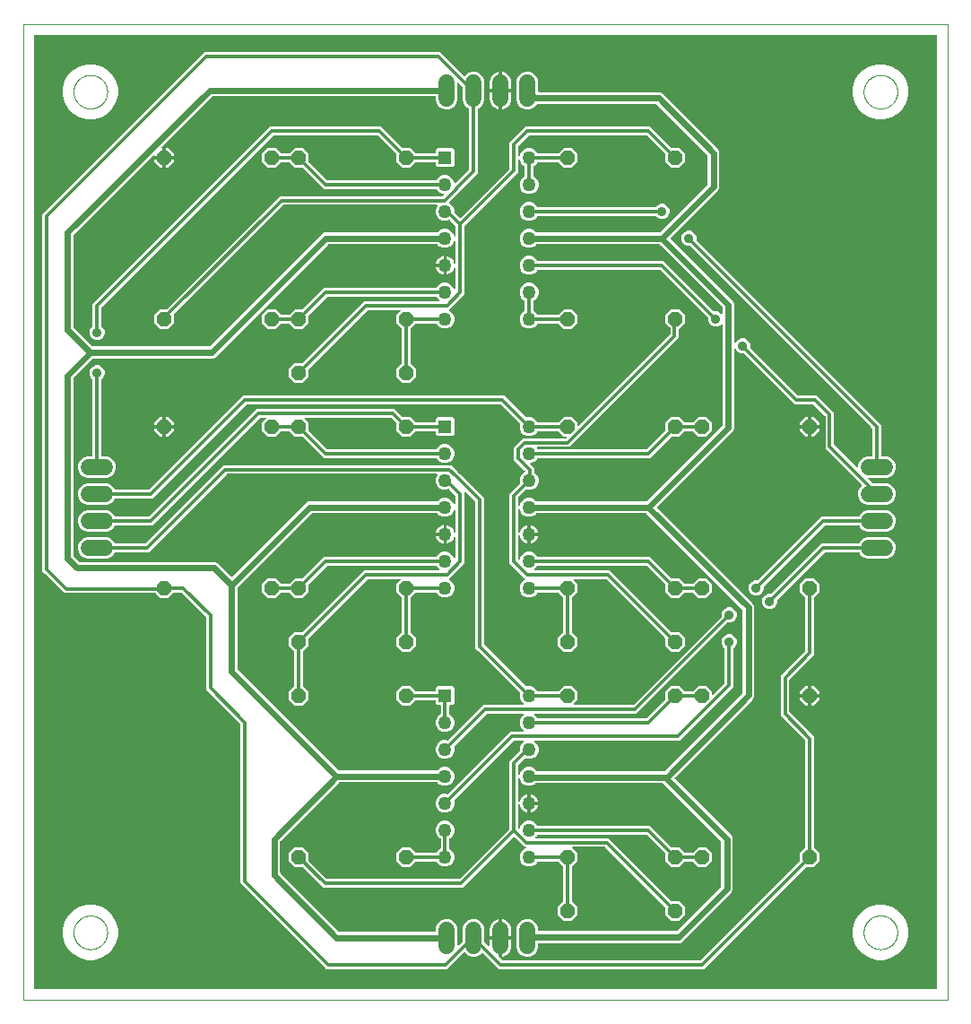
<source format=gbr>
G04 EAGLE Gerber RS-274X export*
G75*
%MOMM*%
%FSLAX34Y34*%
%LPD*%
%INTop Copper*%
%IPPOS*%
%AMOC8*
5,1,8,0,0,1.08239X$1,22.5*%
G01*
%ADD10C,0.000000*%
%ADD11R,1.267000X1.267000*%
%ADD12C,1.267000*%
%ADD13P,1.429621X8X202.500000*%
%ADD14P,1.429621X8X22.500000*%
%ADD15C,1.524000*%
%ADD16C,0.304800*%
%ADD17C,0.609600*%
%ADD18C,0.914400*%

G36*
X862223Y10164D02*
X862223Y10164D01*
X862242Y10162D01*
X862344Y10184D01*
X862446Y10200D01*
X862463Y10210D01*
X862483Y10214D01*
X862572Y10267D01*
X862663Y10316D01*
X862677Y10330D01*
X862694Y10340D01*
X862761Y10419D01*
X862833Y10494D01*
X862841Y10512D01*
X862854Y10527D01*
X862893Y10623D01*
X862936Y10717D01*
X862938Y10737D01*
X862946Y10755D01*
X862964Y10922D01*
X862964Y909828D01*
X862961Y909848D01*
X862963Y909867D01*
X862941Y909969D01*
X862925Y910071D01*
X862915Y910088D01*
X862911Y910108D01*
X862858Y910197D01*
X862809Y910288D01*
X862795Y910302D01*
X862785Y910319D01*
X862706Y910386D01*
X862631Y910458D01*
X862613Y910466D01*
X862598Y910479D01*
X862502Y910518D01*
X862408Y910561D01*
X862388Y910563D01*
X862370Y910571D01*
X862203Y910589D01*
X10922Y910589D01*
X10902Y910586D01*
X10883Y910588D01*
X10781Y910566D01*
X10679Y910550D01*
X10662Y910540D01*
X10642Y910536D01*
X10553Y910483D01*
X10462Y910434D01*
X10448Y910420D01*
X10431Y910410D01*
X10364Y910331D01*
X10292Y910256D01*
X10284Y910238D01*
X10271Y910223D01*
X10232Y910127D01*
X10189Y910033D01*
X10187Y910013D01*
X10179Y909995D01*
X10161Y909828D01*
X10161Y10922D01*
X10164Y10902D01*
X10162Y10883D01*
X10184Y10781D01*
X10200Y10679D01*
X10210Y10662D01*
X10214Y10642D01*
X10267Y10553D01*
X10316Y10462D01*
X10330Y10448D01*
X10340Y10431D01*
X10419Y10364D01*
X10494Y10292D01*
X10512Y10284D01*
X10527Y10271D01*
X10623Y10232D01*
X10717Y10189D01*
X10737Y10187D01*
X10755Y10179D01*
X10922Y10161D01*
X862203Y10161D01*
X862223Y10164D01*
G37*
%LPC*%
G36*
X286731Y28701D02*
X286731Y28701D01*
X208089Y107343D01*
X205485Y109947D01*
X205485Y259876D01*
X205484Y259886D01*
X205484Y259890D01*
X205479Y259914D01*
X205471Y259966D01*
X205463Y260057D01*
X205451Y260087D01*
X205446Y260119D01*
X205403Y260200D01*
X205367Y260284D01*
X205341Y260316D01*
X205330Y260336D01*
X205307Y260359D01*
X205262Y260414D01*
X172973Y292704D01*
X172973Y360713D01*
X172959Y360803D01*
X172951Y360894D01*
X172939Y360924D01*
X172934Y360956D01*
X172891Y361036D01*
X172855Y361120D01*
X172829Y361152D01*
X172818Y361173D01*
X172795Y361195D01*
X172750Y361251D01*
X149669Y384332D01*
X149595Y384385D01*
X149526Y384445D01*
X149496Y384457D01*
X149470Y384476D01*
X149383Y384503D01*
X149298Y384537D01*
X149257Y384541D01*
X149235Y384548D01*
X149202Y384547D01*
X149131Y384555D01*
X142533Y384555D01*
X142443Y384541D01*
X142352Y384533D01*
X142322Y384521D01*
X142290Y384516D01*
X142210Y384473D01*
X142126Y384437D01*
X142094Y384411D01*
X142073Y384400D01*
X142051Y384377D01*
X141995Y384332D01*
X137138Y379475D01*
X129562Y379475D01*
X125340Y383697D01*
X125266Y383750D01*
X125197Y383810D01*
X125167Y383822D01*
X125140Y383841D01*
X125053Y383868D01*
X124969Y383902D01*
X124928Y383906D01*
X124905Y383913D01*
X124873Y383912D01*
X124802Y383920D01*
X38829Y383920D01*
X36225Y386524D01*
X20637Y402112D01*
X18033Y404716D01*
X18033Y741512D01*
X171110Y894589D01*
X393873Y894589D01*
X416163Y872299D01*
X416179Y872287D01*
X416192Y872272D01*
X416279Y872216D01*
X416363Y872156D01*
X416382Y872150D01*
X416399Y872139D01*
X416499Y872114D01*
X416598Y872083D01*
X416618Y872084D01*
X416637Y872079D01*
X416740Y872087D01*
X416844Y872090D01*
X416862Y872096D01*
X416882Y872098D01*
X416977Y872138D01*
X417075Y872174D01*
X417090Y872186D01*
X417109Y872194D01*
X417240Y872299D01*
X419694Y874754D01*
X423429Y876301D01*
X427471Y876301D01*
X431206Y874754D01*
X434064Y871896D01*
X435611Y868161D01*
X435611Y848879D01*
X434064Y845144D01*
X431206Y842286D01*
X429985Y841780D01*
X429885Y841719D01*
X429785Y841659D01*
X429781Y841654D01*
X429776Y841651D01*
X429701Y841561D01*
X429625Y841472D01*
X429623Y841466D01*
X429619Y841461D01*
X429577Y841353D01*
X429533Y841244D01*
X429532Y841236D01*
X429531Y841232D01*
X429530Y841213D01*
X429515Y841077D01*
X429515Y780636D01*
X413147Y764268D01*
X413094Y764194D01*
X413034Y764125D01*
X413022Y764095D01*
X413003Y764069D01*
X412976Y763982D01*
X412942Y763897D01*
X412938Y763856D01*
X412931Y763833D01*
X412932Y763801D01*
X412924Y763730D01*
X412924Y763629D01*
X402562Y753267D01*
X402535Y753230D01*
X402501Y753199D01*
X402464Y753131D01*
X402418Y753067D01*
X402405Y753024D01*
X402383Y752983D01*
X402369Y752907D01*
X402346Y752832D01*
X402347Y752786D01*
X402339Y752741D01*
X402350Y752664D01*
X402352Y752586D01*
X402368Y752543D01*
X402375Y752498D01*
X402410Y752429D01*
X402437Y752355D01*
X402466Y752320D01*
X402486Y752279D01*
X402542Y752224D01*
X402591Y752163D01*
X402629Y752139D01*
X402662Y752106D01*
X402782Y752041D01*
X402798Y752030D01*
X402802Y752029D01*
X402809Y752026D01*
X403488Y751744D01*
X405984Y749248D01*
X407336Y745985D01*
X407336Y743414D01*
X407350Y743324D01*
X407358Y743233D01*
X407370Y743204D01*
X407375Y743172D01*
X407418Y743091D01*
X407454Y743007D01*
X407480Y742975D01*
X407491Y742954D01*
X407514Y742932D01*
X407559Y742876D01*
X412212Y738223D01*
X412228Y738211D01*
X412240Y738196D01*
X412328Y738140D01*
X412411Y738080D01*
X412430Y738074D01*
X412447Y738063D01*
X412548Y738038D01*
X412647Y738007D01*
X412666Y738008D01*
X412686Y738003D01*
X412789Y738011D01*
X412892Y738014D01*
X412911Y738020D01*
X412931Y738022D01*
X413026Y738062D01*
X413123Y738098D01*
X413139Y738111D01*
X413157Y738118D01*
X413288Y738223D01*
X459262Y784197D01*
X459315Y784271D01*
X459375Y784341D01*
X459387Y784371D01*
X459406Y784397D01*
X459433Y784484D01*
X459467Y784569D01*
X459471Y784610D01*
X459478Y784632D01*
X459477Y784664D01*
X459485Y784735D01*
X459485Y809404D01*
X474566Y824485D01*
X592234Y824485D01*
X612331Y804388D01*
X612405Y804335D01*
X612474Y804275D01*
X612504Y804263D01*
X612530Y804244D01*
X612617Y804217D01*
X612702Y804183D01*
X612743Y804179D01*
X612766Y804172D01*
X612798Y804173D01*
X612869Y804165D01*
X619738Y804165D01*
X625095Y798808D01*
X625095Y791232D01*
X619738Y785875D01*
X612162Y785875D01*
X606805Y791232D01*
X606805Y798101D01*
X606791Y798191D01*
X606783Y798282D01*
X606771Y798312D01*
X606766Y798344D01*
X606723Y798424D01*
X606687Y798508D01*
X606661Y798540D01*
X606650Y798561D01*
X606627Y798583D01*
X606582Y798639D01*
X589089Y816132D01*
X589015Y816185D01*
X588946Y816245D01*
X588916Y816257D01*
X588890Y816276D01*
X588803Y816303D01*
X588718Y816337D01*
X588677Y816341D01*
X588654Y816348D01*
X588622Y816347D01*
X588551Y816355D01*
X478249Y816355D01*
X478159Y816341D01*
X478068Y816333D01*
X478038Y816321D01*
X478006Y816316D01*
X477926Y816273D01*
X477842Y816237D01*
X477810Y816211D01*
X477789Y816200D01*
X477767Y816177D01*
X477711Y816132D01*
X467838Y806259D01*
X467785Y806185D01*
X467725Y806116D01*
X467713Y806086D01*
X467694Y806060D01*
X467667Y805973D01*
X467633Y805888D01*
X467629Y805847D01*
X467622Y805824D01*
X467623Y805792D01*
X467615Y805721D01*
X467615Y797354D01*
X467630Y797258D01*
X467640Y797161D01*
X467650Y797137D01*
X467654Y797112D01*
X467700Y797026D01*
X467740Y796937D01*
X467757Y796917D01*
X467770Y796894D01*
X467840Y796827D01*
X467906Y796756D01*
X467929Y796743D01*
X467948Y796725D01*
X468036Y796684D01*
X468122Y796637D01*
X468147Y796632D01*
X468171Y796621D01*
X468268Y796611D01*
X468364Y796593D01*
X468390Y796597D01*
X468415Y796594D01*
X468511Y796615D01*
X468607Y796629D01*
X468630Y796641D01*
X468656Y796646D01*
X468739Y796696D01*
X468826Y796741D01*
X468845Y796759D01*
X468867Y796773D01*
X468930Y796847D01*
X468998Y796916D01*
X469014Y796945D01*
X469027Y796960D01*
X469039Y796990D01*
X469079Y797063D01*
X470316Y800048D01*
X472812Y802544D01*
X476075Y803896D01*
X479605Y803896D01*
X482868Y802544D01*
X485364Y800048D01*
X485569Y799555D01*
X485630Y799455D01*
X485690Y799355D01*
X485695Y799351D01*
X485698Y799346D01*
X485788Y799271D01*
X485877Y799195D01*
X485883Y799193D01*
X485888Y799189D01*
X485996Y799147D01*
X486105Y799103D01*
X486113Y799102D01*
X486117Y799101D01*
X486136Y799100D01*
X486272Y799085D01*
X505167Y799085D01*
X505257Y799099D01*
X505348Y799107D01*
X505378Y799119D01*
X505410Y799124D01*
X505490Y799167D01*
X505574Y799203D01*
X505606Y799229D01*
X505627Y799240D01*
X505649Y799263D01*
X505705Y799308D01*
X510562Y804165D01*
X518138Y804165D01*
X523495Y798808D01*
X523495Y791232D01*
X518138Y785875D01*
X510562Y785875D01*
X505705Y790732D01*
X505631Y790785D01*
X505562Y790845D01*
X505532Y790857D01*
X505505Y790876D01*
X505418Y790903D01*
X505334Y790937D01*
X505293Y790941D01*
X505270Y790948D01*
X505238Y790947D01*
X505167Y790955D01*
X486272Y790955D01*
X486157Y790936D01*
X486041Y790919D01*
X486035Y790917D01*
X486029Y790916D01*
X485927Y790861D01*
X485822Y790808D01*
X485817Y790803D01*
X485812Y790800D01*
X485732Y790716D01*
X485650Y790632D01*
X485646Y790626D01*
X485642Y790622D01*
X485635Y790605D01*
X485569Y790485D01*
X485364Y789992D01*
X482868Y787496D01*
X482375Y787291D01*
X482275Y787230D01*
X482175Y787170D01*
X482171Y787165D01*
X482166Y787162D01*
X482091Y787072D01*
X482015Y786983D01*
X482013Y786977D01*
X482009Y786972D01*
X481967Y786863D01*
X481923Y786755D01*
X481922Y786747D01*
X481921Y786743D01*
X481920Y786724D01*
X481905Y786588D01*
X481905Y778052D01*
X481924Y777937D01*
X481941Y777821D01*
X481943Y777815D01*
X481944Y777809D01*
X481999Y777707D01*
X482052Y777602D01*
X482057Y777597D01*
X482060Y777592D01*
X482144Y777512D01*
X482228Y777430D01*
X482234Y777426D01*
X482238Y777422D01*
X482255Y777415D01*
X482375Y777349D01*
X482868Y777144D01*
X485364Y774648D01*
X486716Y771385D01*
X486716Y767855D01*
X485364Y764592D01*
X482868Y762096D01*
X479605Y760744D01*
X476075Y760744D01*
X472812Y762096D01*
X470316Y764592D01*
X468964Y767855D01*
X468964Y771385D01*
X470316Y774648D01*
X472812Y777144D01*
X473305Y777349D01*
X473405Y777410D01*
X473505Y777470D01*
X473509Y777475D01*
X473514Y777478D01*
X473589Y777568D01*
X473665Y777657D01*
X473667Y777663D01*
X473671Y777668D01*
X473713Y777776D01*
X473757Y777885D01*
X473758Y777893D01*
X473759Y777897D01*
X473760Y777916D01*
X473775Y778052D01*
X473775Y786588D01*
X473756Y786703D01*
X473739Y786819D01*
X473737Y786825D01*
X473736Y786831D01*
X473681Y786933D01*
X473628Y787038D01*
X473623Y787043D01*
X473620Y787048D01*
X473536Y787128D01*
X473452Y787210D01*
X473446Y787214D01*
X473442Y787218D01*
X473425Y787225D01*
X473305Y787291D01*
X472812Y787496D01*
X470316Y789992D01*
X469079Y792977D01*
X469028Y793060D01*
X468982Y793146D01*
X468963Y793164D01*
X468950Y793186D01*
X468875Y793248D01*
X468804Y793315D01*
X468780Y793326D01*
X468760Y793343D01*
X468669Y793378D01*
X468581Y793419D01*
X468555Y793422D01*
X468531Y793431D01*
X468433Y793435D01*
X468337Y793446D01*
X468311Y793440D01*
X468285Y793441D01*
X468191Y793414D01*
X468096Y793394D01*
X468074Y793380D01*
X468049Y793373D01*
X467969Y793317D01*
X467885Y793267D01*
X467868Y793247D01*
X467847Y793233D01*
X467788Y793154D01*
X467725Y793080D01*
X467715Y793056D01*
X467700Y793035D01*
X467670Y792943D01*
X467633Y792852D01*
X467630Y792820D01*
X467624Y792801D01*
X467624Y792768D01*
X467615Y792686D01*
X467615Y781053D01*
X417038Y730476D01*
X416985Y730402D01*
X416925Y730332D01*
X416913Y730302D01*
X416894Y730276D01*
X416867Y730189D01*
X416833Y730104D01*
X416829Y730063D01*
X416822Y730041D01*
X416823Y730009D01*
X416815Y729937D01*
X416815Y665920D01*
X402562Y651667D01*
X402535Y651630D01*
X402501Y651599D01*
X402489Y651575D01*
X402475Y651561D01*
X402455Y651519D01*
X402418Y651467D01*
X402405Y651424D01*
X402383Y651383D01*
X402377Y651349D01*
X402372Y651338D01*
X402367Y651302D01*
X402346Y651232D01*
X402347Y651186D01*
X402339Y651141D01*
X402345Y651100D01*
X402344Y651094D01*
X402350Y651070D01*
X402350Y651064D01*
X402352Y650986D01*
X402368Y650943D01*
X402375Y650898D01*
X402396Y650856D01*
X402397Y650853D01*
X402403Y650843D01*
X402410Y650829D01*
X402437Y650755D01*
X402466Y650720D01*
X402486Y650679D01*
X402522Y650644D01*
X402523Y650642D01*
X402528Y650638D01*
X402542Y650624D01*
X402591Y650563D01*
X402629Y650539D01*
X402662Y650506D01*
X402782Y650441D01*
X402798Y650430D01*
X402802Y650429D01*
X402809Y650426D01*
X403488Y650144D01*
X405984Y647648D01*
X407336Y644385D01*
X407336Y640855D01*
X405984Y637592D01*
X403488Y635096D01*
X400225Y633744D01*
X396695Y633744D01*
X393432Y635096D01*
X390936Y637592D01*
X390731Y638085D01*
X390670Y638185D01*
X390610Y638285D01*
X390605Y638289D01*
X390602Y638294D01*
X390512Y638369D01*
X390423Y638445D01*
X390417Y638447D01*
X390412Y638451D01*
X390304Y638493D01*
X390195Y638537D01*
X390187Y638538D01*
X390183Y638539D01*
X390164Y638540D01*
X390028Y638555D01*
X371133Y638555D01*
X371043Y638541D01*
X370952Y638533D01*
X370922Y638521D01*
X370890Y638516D01*
X370810Y638473D01*
X370726Y638437D01*
X370694Y638411D01*
X370673Y638400D01*
X370651Y638377D01*
X370595Y638332D01*
X366238Y633975D01*
X366185Y633901D01*
X366125Y633832D01*
X366113Y633802D01*
X366094Y633775D01*
X366067Y633688D01*
X366033Y633604D01*
X366029Y633563D01*
X366022Y633540D01*
X366023Y633508D01*
X366015Y633437D01*
X366015Y601003D01*
X366029Y600913D01*
X366037Y600822D01*
X366049Y600792D01*
X366054Y600760D01*
X366097Y600680D01*
X366133Y600596D01*
X366159Y600564D01*
X366170Y600543D01*
X366193Y600521D01*
X366238Y600465D01*
X371095Y595608D01*
X371095Y588032D01*
X365738Y582675D01*
X358162Y582675D01*
X352805Y588032D01*
X352805Y595608D01*
X357662Y600465D01*
X357715Y600539D01*
X357775Y600608D01*
X357787Y600638D01*
X357806Y600665D01*
X357833Y600752D01*
X357867Y600836D01*
X357871Y600877D01*
X357878Y600900D01*
X357877Y600932D01*
X357885Y601003D01*
X357885Y633437D01*
X357871Y633527D01*
X357863Y633618D01*
X357851Y633648D01*
X357846Y633680D01*
X357803Y633760D01*
X357767Y633844D01*
X357741Y633876D01*
X357730Y633897D01*
X357707Y633919D01*
X357662Y633975D01*
X352805Y638832D01*
X352805Y646408D01*
X356353Y649956D01*
X356395Y650014D01*
X356444Y650066D01*
X356466Y650113D01*
X356497Y650155D01*
X356518Y650224D01*
X356548Y650289D01*
X356554Y650341D01*
X356569Y650391D01*
X356567Y650462D01*
X356575Y650533D01*
X356564Y650584D01*
X356563Y650636D01*
X356538Y650704D01*
X356523Y650774D01*
X356496Y650819D01*
X356478Y650867D01*
X356433Y650923D01*
X356397Y650985D01*
X356357Y651019D01*
X356325Y651059D01*
X356264Y651098D01*
X356210Y651145D01*
X356161Y651164D01*
X356118Y651192D01*
X356048Y651210D01*
X355982Y651237D01*
X355910Y651245D01*
X355879Y651253D01*
X355856Y651251D01*
X355815Y651255D01*
X325849Y651255D01*
X325759Y651241D01*
X325668Y651233D01*
X325638Y651221D01*
X325606Y651216D01*
X325526Y651173D01*
X325442Y651137D01*
X325410Y651111D01*
X325389Y651100D01*
X325367Y651077D01*
X325311Y651032D01*
X269718Y595439D01*
X269665Y595365D01*
X269605Y595296D01*
X269593Y595266D01*
X269574Y595240D01*
X269547Y595153D01*
X269513Y595068D01*
X269509Y595027D01*
X269502Y595004D01*
X269503Y594972D01*
X269495Y594901D01*
X269495Y588032D01*
X264138Y582675D01*
X256562Y582675D01*
X251205Y588032D01*
X251205Y595608D01*
X256562Y600965D01*
X263431Y600965D01*
X263521Y600979D01*
X263612Y600987D01*
X263642Y600999D01*
X263674Y601004D01*
X263754Y601047D01*
X263838Y601083D01*
X263870Y601109D01*
X263891Y601120D01*
X263913Y601143D01*
X263969Y601188D01*
X322166Y659385D01*
X392705Y659385D01*
X392776Y659396D01*
X392848Y659398D01*
X392897Y659416D01*
X392948Y659424D01*
X393011Y659458D01*
X393079Y659483D01*
X393119Y659515D01*
X393165Y659540D01*
X393215Y659592D01*
X393271Y659636D01*
X393299Y659680D01*
X393335Y659718D01*
X393365Y659783D01*
X393404Y659843D01*
X393416Y659894D01*
X393438Y659941D01*
X393446Y660012D01*
X393464Y660082D01*
X393460Y660134D01*
X393466Y660185D01*
X393450Y660256D01*
X393445Y660327D01*
X393424Y660375D01*
X393413Y660426D01*
X393376Y660487D01*
X393348Y660553D01*
X393304Y660609D01*
X393287Y660637D01*
X393269Y660652D01*
X393244Y660684D01*
X390936Y662992D01*
X390731Y663485D01*
X390670Y663584D01*
X390610Y663685D01*
X390605Y663689D01*
X390602Y663694D01*
X390512Y663769D01*
X390423Y663845D01*
X390417Y663847D01*
X390412Y663851D01*
X390304Y663893D01*
X390195Y663937D01*
X390187Y663938D01*
X390183Y663939D01*
X390164Y663940D01*
X390028Y663955D01*
X287749Y663955D01*
X287659Y663941D01*
X287568Y663933D01*
X287538Y663921D01*
X287506Y663916D01*
X287426Y663873D01*
X287342Y663837D01*
X287310Y663811D01*
X287289Y663800D01*
X287267Y663777D01*
X287211Y663732D01*
X269718Y646239D01*
X269665Y646165D01*
X269605Y646096D01*
X269593Y646066D01*
X269574Y646040D01*
X269547Y645953D01*
X269513Y645868D01*
X269509Y645827D01*
X269502Y645804D01*
X269503Y645772D01*
X269495Y645701D01*
X269495Y638832D01*
X264138Y633475D01*
X256562Y633475D01*
X251705Y638332D01*
X251631Y638385D01*
X251562Y638445D01*
X251532Y638457D01*
X251505Y638476D01*
X251418Y638503D01*
X251334Y638537D01*
X251293Y638541D01*
X251270Y638548D01*
X251238Y638547D01*
X251167Y638555D01*
X244133Y638555D01*
X244043Y638541D01*
X243952Y638533D01*
X243922Y638521D01*
X243890Y638516D01*
X243810Y638473D01*
X243726Y638437D01*
X243694Y638411D01*
X243673Y638400D01*
X243651Y638377D01*
X243595Y638332D01*
X238738Y633475D01*
X231162Y633475D01*
X225805Y638832D01*
X225805Y646408D01*
X231162Y651765D01*
X238738Y651765D01*
X243595Y646908D01*
X243669Y646855D01*
X243738Y646795D01*
X243768Y646783D01*
X243795Y646764D01*
X243882Y646737D01*
X243966Y646703D01*
X244007Y646699D01*
X244030Y646692D01*
X244062Y646693D01*
X244133Y646685D01*
X251167Y646685D01*
X251257Y646699D01*
X251348Y646707D01*
X251378Y646719D01*
X251410Y646724D01*
X251490Y646767D01*
X251574Y646803D01*
X251606Y646829D01*
X251627Y646840D01*
X251649Y646863D01*
X251705Y646908D01*
X256562Y651765D01*
X263431Y651765D01*
X263521Y651779D01*
X263612Y651787D01*
X263642Y651799D01*
X263674Y651804D01*
X263754Y651847D01*
X263838Y651883D01*
X263870Y651909D01*
X263891Y651920D01*
X263913Y651943D01*
X263969Y651988D01*
X284066Y672085D01*
X390028Y672085D01*
X390143Y672104D01*
X390259Y672121D01*
X390265Y672123D01*
X390271Y672124D01*
X390373Y672179D01*
X390478Y672232D01*
X390483Y672237D01*
X390488Y672240D01*
X390568Y672324D01*
X390650Y672408D01*
X390654Y672414D01*
X390658Y672418D01*
X390665Y672435D01*
X390731Y672555D01*
X390936Y673048D01*
X393432Y675544D01*
X396695Y676896D01*
X400225Y676896D01*
X403488Y675544D01*
X405984Y673048D01*
X407221Y670063D01*
X407272Y669980D01*
X407318Y669894D01*
X407337Y669876D01*
X407350Y669854D01*
X407425Y669792D01*
X407496Y669725D01*
X407520Y669714D01*
X407540Y669697D01*
X407631Y669662D01*
X407719Y669621D01*
X407745Y669618D01*
X407769Y669609D01*
X407867Y669605D01*
X407963Y669594D01*
X407989Y669600D01*
X408015Y669599D01*
X408109Y669626D01*
X408204Y669646D01*
X408226Y669660D01*
X408251Y669667D01*
X408331Y669723D01*
X408415Y669773D01*
X408432Y669793D01*
X408453Y669807D01*
X408512Y669886D01*
X408575Y669960D01*
X408585Y669984D01*
X408600Y670005D01*
X408630Y670097D01*
X408667Y670188D01*
X408670Y670220D01*
X408676Y670239D01*
X408676Y670272D01*
X408685Y670354D01*
X408685Y691601D01*
X408677Y691650D01*
X408679Y691699D01*
X408658Y691770D01*
X408646Y691844D01*
X408623Y691887D01*
X408609Y691934D01*
X408565Y691996D01*
X408530Y692061D01*
X408495Y692095D01*
X408467Y692135D01*
X408406Y692179D01*
X408352Y692231D01*
X408308Y692251D01*
X408268Y692280D01*
X408197Y692303D01*
X408129Y692334D01*
X408080Y692340D01*
X408034Y692355D01*
X407959Y692353D01*
X407885Y692362D01*
X407837Y692351D01*
X407788Y692350D01*
X407717Y692325D01*
X407644Y692309D01*
X407602Y692284D01*
X407556Y692268D01*
X407497Y692221D01*
X407433Y692183D01*
X407401Y692146D01*
X407363Y692116D01*
X407322Y692053D01*
X407273Y691996D01*
X407255Y691951D01*
X407228Y691910D01*
X407190Y691790D01*
X407181Y691768D01*
X407180Y691759D01*
X407177Y691750D01*
X406995Y690831D01*
X406326Y689216D01*
X405354Y687762D01*
X404118Y686526D01*
X402664Y685554D01*
X401049Y684885D01*
X399983Y684673D01*
X399983Y692658D01*
X399980Y692678D01*
X399982Y692697D01*
X399960Y692799D01*
X399943Y692901D01*
X399934Y692918D01*
X399930Y692938D01*
X399877Y693027D01*
X399828Y693118D01*
X399814Y693132D01*
X399804Y693149D01*
X399725Y693216D01*
X399650Y693287D01*
X399632Y693296D01*
X399617Y693309D01*
X399521Y693347D01*
X399427Y693391D01*
X399407Y693393D01*
X399389Y693401D01*
X399222Y693419D01*
X398459Y693419D01*
X398459Y693421D01*
X399222Y693421D01*
X399242Y693424D01*
X399261Y693422D01*
X399363Y693444D01*
X399465Y693461D01*
X399482Y693470D01*
X399502Y693474D01*
X399591Y693527D01*
X399682Y693576D01*
X399696Y693590D01*
X399713Y693600D01*
X399780Y693679D01*
X399851Y693754D01*
X399860Y693772D01*
X399873Y693787D01*
X399912Y693883D01*
X399955Y693977D01*
X399957Y693997D01*
X399965Y694015D01*
X399983Y694182D01*
X399983Y702167D01*
X401049Y701955D01*
X402664Y701286D01*
X404118Y700314D01*
X405354Y699078D01*
X406326Y697624D01*
X406995Y696009D01*
X407177Y695090D01*
X407195Y695044D01*
X407203Y694996D01*
X407237Y694930D01*
X407264Y694860D01*
X407295Y694822D01*
X407318Y694779D01*
X407372Y694727D01*
X407419Y694669D01*
X407460Y694643D01*
X407496Y694609D01*
X407564Y694578D01*
X407627Y694538D01*
X407675Y694526D01*
X407719Y694506D01*
X407793Y694497D01*
X407866Y694480D01*
X407915Y694484D01*
X407963Y694478D01*
X408036Y694494D01*
X408111Y694501D01*
X408156Y694520D01*
X408204Y694531D01*
X408268Y694569D01*
X408337Y694599D01*
X408373Y694632D01*
X408415Y694657D01*
X408464Y694714D01*
X408519Y694764D01*
X408543Y694806D01*
X408575Y694844D01*
X408603Y694913D01*
X408639Y694978D01*
X408648Y695026D01*
X408667Y695072D01*
X408681Y695196D01*
X408685Y695220D01*
X408684Y695229D01*
X408685Y695239D01*
X408685Y716486D01*
X408670Y716582D01*
X408660Y716679D01*
X408650Y716703D01*
X408646Y716728D01*
X408600Y716814D01*
X408560Y716903D01*
X408543Y716923D01*
X408530Y716946D01*
X408460Y717013D01*
X408394Y717084D01*
X408371Y717097D01*
X408352Y717115D01*
X408264Y717156D01*
X408178Y717203D01*
X408153Y717208D01*
X408129Y717219D01*
X408032Y717229D01*
X407936Y717247D01*
X407910Y717243D01*
X407885Y717246D01*
X407789Y717225D01*
X407693Y717211D01*
X407670Y717199D01*
X407644Y717194D01*
X407561Y717144D01*
X407474Y717099D01*
X407455Y717081D01*
X407433Y717067D01*
X407370Y716993D01*
X407302Y716924D01*
X407286Y716895D01*
X407273Y716880D01*
X407261Y716850D01*
X407221Y716777D01*
X405984Y713792D01*
X403488Y711296D01*
X400225Y709944D01*
X396695Y709944D01*
X393432Y711296D01*
X391720Y713008D01*
X391646Y713061D01*
X391576Y713121D01*
X391546Y713133D01*
X391520Y713152D01*
X391433Y713179D01*
X391348Y713213D01*
X391307Y713217D01*
X391285Y713224D01*
X391253Y713223D01*
X391181Y713231D01*
X288380Y713231D01*
X288290Y713217D01*
X288199Y713209D01*
X288169Y713197D01*
X288137Y713192D01*
X288057Y713149D01*
X287973Y713113D01*
X287941Y713087D01*
X287920Y713076D01*
X287898Y713053D01*
X287842Y713008D01*
X182899Y608065D01*
X181220Y606386D01*
X179166Y605535D01*
X66384Y605535D01*
X66294Y605521D01*
X66203Y605513D01*
X66173Y605501D01*
X66142Y605496D01*
X66061Y605453D01*
X65977Y605417D01*
X65945Y605391D01*
X65924Y605380D01*
X65902Y605357D01*
X65846Y605312D01*
X47722Y587188D01*
X47669Y587114D01*
X47609Y587045D01*
X47597Y587014D01*
X47578Y586988D01*
X47551Y586901D01*
X47517Y586816D01*
X47513Y586776D01*
X47506Y586753D01*
X47507Y586721D01*
X47499Y586650D01*
X47499Y419190D01*
X47513Y419100D01*
X47521Y419009D01*
X47533Y418979D01*
X47538Y418948D01*
X47581Y418867D01*
X47617Y418783D01*
X47643Y418751D01*
X47654Y418730D01*
X47677Y418708D01*
X47722Y418652D01*
X52892Y413482D01*
X52966Y413429D01*
X53035Y413369D01*
X53065Y413357D01*
X53092Y413338D01*
X53179Y413311D01*
X53264Y413277D01*
X53304Y413273D01*
X53327Y413266D01*
X53359Y413267D01*
X53430Y413259D01*
X181452Y413259D01*
X183506Y412408D01*
X185185Y410729D01*
X196388Y399525D01*
X196404Y399514D01*
X196417Y399498D01*
X196504Y399442D01*
X196588Y399382D01*
X196607Y399376D01*
X196624Y399365D01*
X196724Y399340D01*
X196823Y399309D01*
X196843Y399310D01*
X196862Y399305D01*
X196965Y399313D01*
X197069Y399316D01*
X197088Y399323D01*
X197108Y399324D01*
X197202Y399365D01*
X197300Y399400D01*
X197316Y399413D01*
X197334Y399421D01*
X197465Y399525D01*
X267497Y469558D01*
X269551Y470409D01*
X391181Y470409D01*
X391271Y470423D01*
X391362Y470431D01*
X391392Y470443D01*
X391424Y470448D01*
X391505Y470491D01*
X391589Y470527D01*
X391621Y470553D01*
X391641Y470564D01*
X391664Y470587D01*
X391720Y470632D01*
X393432Y472344D01*
X396695Y473696D01*
X400225Y473696D01*
X403488Y472344D01*
X405984Y469848D01*
X407221Y466863D01*
X407272Y466780D01*
X407318Y466694D01*
X407337Y466676D01*
X407350Y466654D01*
X407425Y466592D01*
X407496Y466525D01*
X407520Y466514D01*
X407540Y466497D01*
X407631Y466462D01*
X407719Y466421D01*
X407745Y466418D01*
X407769Y466409D01*
X407867Y466405D01*
X407963Y466394D01*
X407989Y466400D01*
X408015Y466399D01*
X408109Y466426D01*
X408204Y466446D01*
X408226Y466460D01*
X408251Y466467D01*
X408331Y466523D01*
X408415Y466573D01*
X408432Y466593D01*
X408453Y466607D01*
X408512Y466686D01*
X408575Y466760D01*
X408585Y466784D01*
X408600Y466805D01*
X408630Y466897D01*
X408667Y466988D01*
X408670Y467020D01*
X408676Y467039D01*
X408676Y467072D01*
X408685Y467154D01*
X408685Y475521D01*
X408671Y475611D01*
X408663Y475702D01*
X408651Y475732D01*
X408646Y475764D01*
X408603Y475844D01*
X408567Y475928D01*
X408541Y475960D01*
X408530Y475981D01*
X408507Y476003D01*
X408462Y476059D01*
X402672Y481849D01*
X402578Y481917D01*
X402484Y481987D01*
X402478Y481989D01*
X402473Y481993D01*
X402362Y482027D01*
X402250Y482063D01*
X402244Y482063D01*
X402238Y482065D01*
X402121Y482062D01*
X402004Y482061D01*
X401997Y482059D01*
X401992Y482059D01*
X401974Y482052D01*
X401843Y482014D01*
X400225Y481344D01*
X396695Y481344D01*
X393432Y482696D01*
X390936Y485192D01*
X389584Y488455D01*
X389584Y491985D01*
X390936Y495248D01*
X390943Y495255D01*
X390984Y495313D01*
X391034Y495365D01*
X391056Y495412D01*
X391086Y495454D01*
X391107Y495523D01*
X391137Y495588D01*
X391143Y495640D01*
X391158Y495689D01*
X391157Y495761D01*
X391165Y495832D01*
X391153Y495883D01*
X391152Y495935D01*
X391128Y496003D01*
X391112Y496073D01*
X391086Y496118D01*
X391068Y496166D01*
X391023Y496222D01*
X390986Y496284D01*
X390947Y496318D01*
X390914Y496358D01*
X390854Y496397D01*
X390799Y496444D01*
X390751Y496463D01*
X390707Y496491D01*
X390638Y496509D01*
X390571Y496536D01*
X390500Y496544D01*
X390469Y496552D01*
X390445Y496550D01*
X390404Y496554D01*
X192952Y496554D01*
X192861Y496540D01*
X192771Y496532D01*
X192741Y496520D01*
X192709Y496515D01*
X192628Y496472D01*
X192544Y496436D01*
X192512Y496410D01*
X192491Y496399D01*
X192469Y496376D01*
X192413Y496331D01*
X121341Y425259D01*
X118737Y422655D01*
X87293Y422655D01*
X87178Y422636D01*
X87062Y422619D01*
X87056Y422617D01*
X87050Y422616D01*
X86948Y422561D01*
X86843Y422508D01*
X86838Y422503D01*
X86833Y422500D01*
X86753Y422416D01*
X86670Y422332D01*
X86667Y422326D01*
X86663Y422322D01*
X86656Y422305D01*
X86590Y422185D01*
X86084Y420964D01*
X83226Y418106D01*
X79491Y416559D01*
X60209Y416559D01*
X56474Y418106D01*
X53616Y420964D01*
X52069Y424699D01*
X52069Y428741D01*
X53616Y432476D01*
X56474Y435334D01*
X60209Y436881D01*
X79491Y436881D01*
X83226Y435334D01*
X86084Y432476D01*
X86590Y431255D01*
X86651Y431155D01*
X86711Y431055D01*
X86716Y431051D01*
X86719Y431046D01*
X86810Y430971D01*
X86898Y430895D01*
X86904Y430893D01*
X86909Y430889D01*
X87017Y430847D01*
X87126Y430803D01*
X87134Y430802D01*
X87138Y430801D01*
X87157Y430800D01*
X87293Y430785D01*
X115055Y430785D01*
X115145Y430799D01*
X115236Y430807D01*
X115265Y430819D01*
X115297Y430824D01*
X115378Y430867D01*
X115462Y430903D01*
X115494Y430929D01*
X115515Y430940D01*
X115537Y430963D01*
X115593Y431008D01*
X186665Y502080D01*
X189269Y504684D01*
X404451Y504684D01*
X407055Y502080D01*
X410320Y498815D01*
X412924Y496211D01*
X412924Y496110D01*
X412938Y496020D01*
X412946Y495929D01*
X412958Y495899D01*
X412963Y495867D01*
X413006Y495787D01*
X413042Y495703D01*
X413068Y495671D01*
X413079Y495650D01*
X413102Y495628D01*
X413147Y495572D01*
X435103Y473616D01*
X435103Y335821D01*
X435117Y335731D01*
X435125Y335640D01*
X435137Y335610D01*
X435142Y335578D01*
X435185Y335498D01*
X435221Y335414D01*
X435247Y335382D01*
X435258Y335361D01*
X435281Y335339D01*
X435326Y335283D01*
X474752Y295857D01*
X474847Y295788D01*
X474941Y295719D01*
X474947Y295717D01*
X474952Y295713D01*
X475063Y295679D01*
X475174Y295642D01*
X475181Y295642D01*
X475187Y295641D01*
X475303Y295644D01*
X475420Y295645D01*
X475428Y295647D01*
X475433Y295647D01*
X475450Y295653D01*
X475581Y295691D01*
X476075Y295896D01*
X479605Y295896D01*
X482868Y294544D01*
X485364Y292048D01*
X485569Y291555D01*
X485630Y291455D01*
X485690Y291355D01*
X485695Y291351D01*
X485698Y291346D01*
X485788Y291271D01*
X485877Y291195D01*
X485883Y291193D01*
X485888Y291189D01*
X485996Y291147D01*
X486105Y291103D01*
X486113Y291102D01*
X486117Y291101D01*
X486136Y291100D01*
X486272Y291085D01*
X505167Y291085D01*
X505257Y291099D01*
X505348Y291107D01*
X505378Y291119D01*
X505410Y291124D01*
X505490Y291167D01*
X505574Y291203D01*
X505606Y291229D01*
X505627Y291240D01*
X505649Y291263D01*
X505705Y291308D01*
X510562Y296165D01*
X518138Y296165D01*
X523495Y290808D01*
X523495Y283232D01*
X519947Y279684D01*
X519905Y279626D01*
X519856Y279574D01*
X519834Y279527D01*
X519803Y279485D01*
X519782Y279416D01*
X519752Y279351D01*
X519746Y279299D01*
X519731Y279249D01*
X519733Y279178D01*
X519725Y279107D01*
X519736Y279056D01*
X519737Y279004D01*
X519762Y278936D01*
X519777Y278866D01*
X519804Y278821D01*
X519822Y278773D01*
X519867Y278717D01*
X519903Y278655D01*
X519943Y278621D01*
X519975Y278581D01*
X520036Y278542D01*
X520090Y278495D01*
X520139Y278476D01*
X520182Y278448D01*
X520252Y278430D01*
X520318Y278403D01*
X520390Y278395D01*
X520421Y278387D01*
X520444Y278389D01*
X520485Y278385D01*
X575851Y278385D01*
X575941Y278399D01*
X576032Y278407D01*
X576062Y278419D01*
X576094Y278424D01*
X576174Y278467D01*
X576258Y278503D01*
X576290Y278529D01*
X576311Y278540D01*
X576333Y278563D01*
X576389Y278608D01*
X659414Y361633D01*
X659467Y361707D01*
X659527Y361776D01*
X659539Y361806D01*
X659558Y361832D01*
X659585Y361919D01*
X659619Y362004D01*
X659623Y362045D01*
X659630Y362068D01*
X659629Y362100D01*
X659637Y362171D01*
X659637Y364635D01*
X660720Y367249D01*
X662721Y369250D01*
X665335Y370333D01*
X668165Y370333D01*
X670779Y369250D01*
X672780Y367249D01*
X673863Y364635D01*
X673863Y361805D01*
X672780Y359191D01*
X670779Y357190D01*
X668165Y356107D01*
X665701Y356107D01*
X665611Y356093D01*
X665520Y356085D01*
X665490Y356073D01*
X665458Y356068D01*
X665378Y356025D01*
X665294Y355989D01*
X665262Y355963D01*
X665241Y355952D01*
X665219Y355929D01*
X665163Y355884D01*
X579534Y270255D01*
X483595Y270255D01*
X483524Y270244D01*
X483452Y270242D01*
X483403Y270224D01*
X483352Y270216D01*
X483289Y270182D01*
X483221Y270157D01*
X483181Y270125D01*
X483135Y270100D01*
X483085Y270048D01*
X483029Y270004D01*
X483001Y269960D01*
X482965Y269922D01*
X482935Y269857D01*
X482896Y269797D01*
X482884Y269746D01*
X482862Y269699D01*
X482854Y269628D01*
X482836Y269558D01*
X482840Y269506D01*
X482834Y269455D01*
X482850Y269384D01*
X482855Y269313D01*
X482876Y269265D01*
X482887Y269214D01*
X482924Y269153D01*
X482952Y269087D01*
X482996Y269031D01*
X483013Y269003D01*
X483031Y268988D01*
X483056Y268956D01*
X485364Y266648D01*
X485569Y266155D01*
X485630Y266055D01*
X485690Y265955D01*
X485695Y265951D01*
X485698Y265946D01*
X485788Y265871D01*
X485877Y265795D01*
X485883Y265793D01*
X485888Y265789D01*
X485996Y265747D01*
X486105Y265703D01*
X486113Y265702D01*
X486117Y265701D01*
X486136Y265700D01*
X486272Y265685D01*
X588551Y265685D01*
X588641Y265699D01*
X588732Y265707D01*
X588762Y265719D01*
X588794Y265724D01*
X588874Y265767D01*
X588958Y265803D01*
X588990Y265829D01*
X589011Y265840D01*
X589033Y265863D01*
X589089Y265908D01*
X606582Y283401D01*
X606635Y283475D01*
X606695Y283544D01*
X606707Y283574D01*
X606726Y283600D01*
X606753Y283687D01*
X606787Y283772D01*
X606791Y283813D01*
X606798Y283836D01*
X606797Y283868D01*
X606805Y283939D01*
X606805Y290808D01*
X612162Y296165D01*
X619738Y296165D01*
X624595Y291308D01*
X624669Y291255D01*
X624738Y291195D01*
X624768Y291183D01*
X624795Y291164D01*
X624882Y291137D01*
X624966Y291103D01*
X625007Y291099D01*
X625030Y291092D01*
X625062Y291093D01*
X625133Y291085D01*
X632167Y291085D01*
X632257Y291099D01*
X632348Y291107D01*
X632378Y291119D01*
X632410Y291124D01*
X632490Y291167D01*
X632574Y291203D01*
X632606Y291229D01*
X632627Y291240D01*
X632649Y291263D01*
X632705Y291308D01*
X637562Y296165D01*
X645138Y296165D01*
X650495Y290808D01*
X650495Y288664D01*
X650506Y288593D01*
X650508Y288522D01*
X650526Y288473D01*
X650534Y288421D01*
X650568Y288358D01*
X650593Y288291D01*
X650625Y288250D01*
X650650Y288204D01*
X650702Y288155D01*
X650746Y288099D01*
X650790Y288070D01*
X650828Y288035D01*
X650893Y288004D01*
X650953Y287966D01*
X651004Y287953D01*
X651051Y287931D01*
X651122Y287923D01*
X651192Y287906D01*
X651244Y287910D01*
X651295Y287904D01*
X651366Y287919D01*
X651437Y287925D01*
X651485Y287945D01*
X651536Y287956D01*
X651597Y287993D01*
X651663Y288021D01*
X651719Y288066D01*
X651747Y288082D01*
X651762Y288100D01*
X651794Y288126D01*
X662462Y298794D01*
X662515Y298868D01*
X662575Y298937D01*
X662587Y298967D01*
X662606Y298994D01*
X662633Y299081D01*
X662667Y299165D01*
X662671Y299206D01*
X662678Y299229D01*
X662677Y299261D01*
X662685Y299332D01*
X662685Y331510D01*
X662671Y331601D01*
X662663Y331691D01*
X662651Y331721D01*
X662646Y331753D01*
X662603Y331834D01*
X662567Y331918D01*
X662541Y331950D01*
X662530Y331971D01*
X662507Y331993D01*
X662462Y332049D01*
X660720Y333791D01*
X659637Y336405D01*
X659637Y339235D01*
X660720Y341849D01*
X662721Y343850D01*
X665335Y344933D01*
X668165Y344933D01*
X670779Y343850D01*
X672780Y341849D01*
X673863Y339235D01*
X673863Y336405D01*
X672780Y333791D01*
X671038Y332049D01*
X670985Y331975D01*
X670925Y331905D01*
X670913Y331875D01*
X670894Y331849D01*
X670867Y331762D01*
X670833Y331677D01*
X670829Y331636D01*
X670822Y331614D01*
X670823Y331582D01*
X670815Y331510D01*
X670815Y295649D01*
X620021Y244855D01*
X483595Y244855D01*
X483524Y244844D01*
X483452Y244842D01*
X483403Y244824D01*
X483352Y244816D01*
X483289Y244782D01*
X483221Y244757D01*
X483181Y244725D01*
X483135Y244700D01*
X483085Y244648D01*
X483029Y244604D01*
X483001Y244560D01*
X482965Y244522D01*
X482935Y244457D01*
X482896Y244397D01*
X482884Y244346D01*
X482862Y244299D01*
X482854Y244228D01*
X482836Y244158D01*
X482840Y244106D01*
X482834Y244055D01*
X482850Y243984D01*
X482855Y243913D01*
X482876Y243865D01*
X482887Y243814D01*
X482924Y243753D01*
X482952Y243687D01*
X482996Y243631D01*
X483013Y243603D01*
X483031Y243588D01*
X483056Y243556D01*
X485364Y241248D01*
X486716Y237985D01*
X486716Y234455D01*
X485364Y231192D01*
X482868Y228696D01*
X479605Y227344D01*
X476075Y227344D01*
X474457Y228014D01*
X474344Y228041D01*
X474230Y228069D01*
X474224Y228069D01*
X474218Y228070D01*
X474101Y228059D01*
X473985Y228050D01*
X473979Y228048D01*
X473973Y228047D01*
X473865Y227999D01*
X473759Y227954D01*
X473753Y227949D01*
X473748Y227947D01*
X473734Y227935D01*
X473628Y227849D01*
X467838Y222059D01*
X467785Y221985D01*
X467725Y221916D01*
X467713Y221886D01*
X467694Y221860D01*
X467667Y221773D01*
X467633Y221688D01*
X467629Y221647D01*
X467622Y221624D01*
X467623Y221592D01*
X467615Y221521D01*
X467615Y213154D01*
X467630Y213058D01*
X467640Y212961D01*
X467650Y212937D01*
X467654Y212912D01*
X467700Y212826D01*
X467740Y212737D01*
X467757Y212717D01*
X467770Y212694D01*
X467840Y212627D01*
X467906Y212556D01*
X467929Y212543D01*
X467948Y212525D01*
X468036Y212484D01*
X468122Y212437D01*
X468147Y212432D01*
X468171Y212421D01*
X468268Y212411D01*
X468364Y212393D01*
X468390Y212397D01*
X468415Y212394D01*
X468511Y212415D01*
X468607Y212429D01*
X468630Y212441D01*
X468656Y212446D01*
X468739Y212496D01*
X468826Y212541D01*
X468845Y212559D01*
X468867Y212573D01*
X468930Y212647D01*
X468998Y212716D01*
X469014Y212745D01*
X469027Y212760D01*
X469039Y212790D01*
X469079Y212863D01*
X470316Y215848D01*
X472812Y218344D01*
X476075Y219696D01*
X479605Y219696D01*
X482868Y218344D01*
X485342Y215870D01*
X485416Y215817D01*
X485486Y215757D01*
X485516Y215745D01*
X485542Y215726D01*
X485629Y215699D01*
X485714Y215665D01*
X485755Y215661D01*
X485777Y215654D01*
X485809Y215655D01*
X485881Y215647D01*
X605039Y215647D01*
X605129Y215661D01*
X605220Y215669D01*
X605249Y215681D01*
X605281Y215686D01*
X605362Y215729D01*
X605446Y215765D01*
X605478Y215791D01*
X605499Y215802D01*
X605521Y215825D01*
X605577Y215870D01*
X679226Y289519D01*
X679279Y289593D01*
X679339Y289662D01*
X679351Y289693D01*
X679370Y289719D01*
X679397Y289806D01*
X679431Y289891D01*
X679435Y289932D01*
X679442Y289954D01*
X679441Y289986D01*
X679449Y290057D01*
X679449Y367702D01*
X679435Y367792D01*
X679427Y367883D01*
X679415Y367913D01*
X679410Y367944D01*
X679367Y368025D01*
X679331Y368109D01*
X679305Y368141D01*
X679294Y368162D01*
X679271Y368184D01*
X679226Y368240D01*
X588458Y459008D01*
X588384Y459061D01*
X588315Y459121D01*
X588284Y459133D01*
X588258Y459152D01*
X588171Y459179D01*
X588086Y459213D01*
X588046Y459217D01*
X588023Y459224D01*
X587991Y459223D01*
X587920Y459231D01*
X485119Y459231D01*
X485029Y459217D01*
X484938Y459209D01*
X484908Y459197D01*
X484876Y459192D01*
X484795Y459149D01*
X484711Y459113D01*
X484679Y459087D01*
X484659Y459076D01*
X484636Y459053D01*
X484580Y459008D01*
X482868Y457296D01*
X479605Y455944D01*
X476075Y455944D01*
X472812Y457296D01*
X470316Y459792D01*
X469079Y462777D01*
X469028Y462860D01*
X468982Y462946D01*
X468963Y462964D01*
X468950Y462986D01*
X468875Y463048D01*
X468804Y463115D01*
X468780Y463126D01*
X468760Y463143D01*
X468669Y463178D01*
X468581Y463219D01*
X468555Y463222D01*
X468531Y463231D01*
X468433Y463235D01*
X468337Y463246D01*
X468311Y463240D01*
X468285Y463241D01*
X468191Y463214D01*
X468096Y463194D01*
X468074Y463180D01*
X468049Y463173D01*
X467969Y463117D01*
X467885Y463067D01*
X467868Y463048D01*
X467847Y463033D01*
X467788Y462954D01*
X467725Y462880D01*
X467715Y462856D01*
X467700Y462835D01*
X467670Y462743D01*
X467633Y462652D01*
X467630Y462620D01*
X467624Y462601D01*
X467624Y462568D01*
X467615Y462486D01*
X467615Y441239D01*
X467623Y441190D01*
X467621Y441141D01*
X467642Y441070D01*
X467654Y440996D01*
X467677Y440953D01*
X467691Y440906D01*
X467735Y440844D01*
X467770Y440778D01*
X467805Y440745D01*
X467833Y440705D01*
X467894Y440661D01*
X467948Y440609D01*
X467992Y440588D01*
X468032Y440560D01*
X468103Y440537D01*
X468171Y440505D01*
X468220Y440500D01*
X468266Y440485D01*
X468341Y440487D01*
X468415Y440478D01*
X468463Y440489D01*
X468512Y440490D01*
X468583Y440515D01*
X468656Y440531D01*
X468698Y440556D01*
X468744Y440572D01*
X468803Y440618D01*
X468867Y440657D01*
X468899Y440694D01*
X468937Y440724D01*
X468978Y440787D01*
X469027Y440844D01*
X469045Y440889D01*
X469072Y440930D01*
X469110Y441050D01*
X469119Y441072D01*
X469120Y441081D01*
X469123Y441090D01*
X469305Y442009D01*
X469974Y443624D01*
X470946Y445078D01*
X472182Y446314D01*
X473636Y447286D01*
X475251Y447955D01*
X476317Y448167D01*
X476317Y440182D01*
X476320Y440162D01*
X476318Y440143D01*
X476340Y440041D01*
X476357Y439939D01*
X476366Y439922D01*
X476370Y439902D01*
X476423Y439813D01*
X476472Y439722D01*
X476486Y439708D01*
X476496Y439691D01*
X476575Y439624D01*
X476650Y439553D01*
X476668Y439544D01*
X476683Y439531D01*
X476779Y439493D01*
X476873Y439449D01*
X476893Y439447D01*
X476911Y439439D01*
X477078Y439421D01*
X477841Y439421D01*
X477841Y439419D01*
X477078Y439419D01*
X477058Y439416D01*
X477039Y439418D01*
X476937Y439396D01*
X476835Y439379D01*
X476818Y439370D01*
X476798Y439366D01*
X476709Y439313D01*
X476618Y439264D01*
X476604Y439250D01*
X476587Y439240D01*
X476520Y439161D01*
X476449Y439086D01*
X476440Y439068D01*
X476427Y439053D01*
X476388Y438957D01*
X476345Y438863D01*
X476343Y438843D01*
X476335Y438825D01*
X476317Y438658D01*
X476317Y430673D01*
X475251Y430885D01*
X473636Y431554D01*
X472182Y432526D01*
X470946Y433762D01*
X469974Y435216D01*
X469305Y436831D01*
X469123Y437750D01*
X469105Y437796D01*
X469097Y437844D01*
X469063Y437910D01*
X469036Y437980D01*
X469005Y438018D01*
X468982Y438062D01*
X468928Y438113D01*
X468881Y438171D01*
X468840Y438197D01*
X468804Y438231D01*
X468736Y438262D01*
X468673Y438302D01*
X468625Y438314D01*
X468581Y438335D01*
X468507Y438343D01*
X468434Y438360D01*
X468385Y438356D01*
X468337Y438362D01*
X468264Y438346D01*
X468189Y438339D01*
X468144Y438320D01*
X468096Y438309D01*
X468032Y438271D01*
X467963Y438241D01*
X467927Y438208D01*
X467885Y438183D01*
X467836Y438126D01*
X467781Y438076D01*
X467757Y438034D01*
X467725Y437996D01*
X467697Y437927D01*
X467661Y437862D01*
X467652Y437814D01*
X467633Y437768D01*
X467619Y437644D01*
X467615Y437620D01*
X467616Y437611D01*
X467615Y437601D01*
X467615Y416354D01*
X467630Y416258D01*
X467640Y416161D01*
X467650Y416137D01*
X467654Y416112D01*
X467700Y416026D01*
X467740Y415937D01*
X467757Y415917D01*
X467770Y415894D01*
X467840Y415827D01*
X467906Y415756D01*
X467929Y415743D01*
X467948Y415725D01*
X468036Y415684D01*
X468122Y415637D01*
X468147Y415632D01*
X468171Y415621D01*
X468268Y415611D01*
X468364Y415593D01*
X468390Y415597D01*
X468415Y415594D01*
X468511Y415615D01*
X468607Y415629D01*
X468630Y415641D01*
X468656Y415646D01*
X468739Y415696D01*
X468826Y415741D01*
X468845Y415759D01*
X468867Y415773D01*
X468930Y415847D01*
X468998Y415916D01*
X469014Y415945D01*
X469027Y415960D01*
X469039Y415990D01*
X469079Y416063D01*
X470316Y419048D01*
X472812Y421544D01*
X476075Y422896D01*
X479605Y422896D01*
X482868Y421544D01*
X485364Y419048D01*
X485569Y418555D01*
X485630Y418455D01*
X485690Y418355D01*
X485695Y418351D01*
X485698Y418346D01*
X485788Y418271D01*
X485877Y418195D01*
X485883Y418193D01*
X485888Y418189D01*
X485996Y418147D01*
X486105Y418103D01*
X486113Y418102D01*
X486117Y418101D01*
X486136Y418100D01*
X486272Y418085D01*
X592234Y418085D01*
X612331Y397988D01*
X612405Y397935D01*
X612474Y397875D01*
X612504Y397863D01*
X612530Y397844D01*
X612617Y397817D01*
X612702Y397783D01*
X612743Y397779D01*
X612766Y397772D01*
X612798Y397773D01*
X612869Y397765D01*
X619738Y397765D01*
X624595Y392908D01*
X624669Y392855D01*
X624738Y392795D01*
X624768Y392783D01*
X624795Y392764D01*
X624882Y392737D01*
X624966Y392703D01*
X625007Y392699D01*
X625030Y392692D01*
X625062Y392693D01*
X625133Y392685D01*
X632167Y392685D01*
X632257Y392699D01*
X632348Y392707D01*
X632378Y392719D01*
X632410Y392724D01*
X632490Y392767D01*
X632574Y392803D01*
X632606Y392829D01*
X632627Y392840D01*
X632649Y392863D01*
X632705Y392908D01*
X637562Y397765D01*
X645138Y397765D01*
X650495Y392408D01*
X650495Y384832D01*
X645138Y379475D01*
X637562Y379475D01*
X632705Y384332D01*
X632631Y384385D01*
X632562Y384445D01*
X632532Y384457D01*
X632505Y384476D01*
X632418Y384503D01*
X632334Y384537D01*
X632293Y384541D01*
X632270Y384548D01*
X632238Y384547D01*
X632167Y384555D01*
X625133Y384555D01*
X625043Y384541D01*
X624952Y384533D01*
X624922Y384521D01*
X624890Y384516D01*
X624810Y384473D01*
X624726Y384437D01*
X624694Y384411D01*
X624673Y384400D01*
X624651Y384377D01*
X624595Y384332D01*
X619738Y379475D01*
X612162Y379475D01*
X606805Y384832D01*
X606805Y391701D01*
X606791Y391791D01*
X606783Y391882D01*
X606771Y391912D01*
X606766Y391944D01*
X606723Y392024D01*
X606687Y392108D01*
X606661Y392140D01*
X606650Y392161D01*
X606627Y392183D01*
X606582Y392239D01*
X589089Y409732D01*
X589015Y409785D01*
X588946Y409845D01*
X588916Y409857D01*
X588890Y409876D01*
X588803Y409903D01*
X588718Y409937D01*
X588677Y409941D01*
X588654Y409948D01*
X588622Y409947D01*
X588551Y409955D01*
X486272Y409955D01*
X486157Y409936D01*
X486041Y409919D01*
X486035Y409917D01*
X486029Y409916D01*
X485927Y409861D01*
X485822Y409808D01*
X485817Y409803D01*
X485812Y409800D01*
X485732Y409716D01*
X485650Y409632D01*
X485646Y409626D01*
X485642Y409622D01*
X485635Y409605D01*
X485569Y409485D01*
X485364Y408992D01*
X483056Y406684D01*
X483015Y406626D01*
X482965Y406574D01*
X482943Y406527D01*
X482913Y406485D01*
X482892Y406416D01*
X482862Y406351D01*
X482856Y406299D01*
X482841Y406249D01*
X482842Y406178D01*
X482834Y406107D01*
X482846Y406056D01*
X482847Y406004D01*
X482872Y405936D01*
X482887Y405866D01*
X482913Y405821D01*
X482931Y405773D01*
X482976Y405717D01*
X483013Y405655D01*
X483052Y405621D01*
X483085Y405581D01*
X483145Y405542D01*
X483200Y405495D01*
X483248Y405476D01*
X483292Y405448D01*
X483361Y405430D01*
X483428Y405403D01*
X483499Y405395D01*
X483530Y405387D01*
X483554Y405389D01*
X483595Y405385D01*
X554134Y405385D01*
X612331Y347188D01*
X612405Y347135D01*
X612474Y347075D01*
X612504Y347063D01*
X612530Y347044D01*
X612617Y347017D01*
X612702Y346983D01*
X612743Y346979D01*
X612766Y346972D01*
X612798Y346973D01*
X612869Y346965D01*
X619738Y346965D01*
X625095Y341608D01*
X625095Y334032D01*
X619738Y328675D01*
X612162Y328675D01*
X606805Y334032D01*
X606805Y340901D01*
X606791Y340991D01*
X606783Y341082D01*
X606771Y341112D01*
X606766Y341144D01*
X606723Y341224D01*
X606687Y341308D01*
X606661Y341340D01*
X606650Y341361D01*
X606627Y341383D01*
X606582Y341439D01*
X550989Y397032D01*
X550915Y397085D01*
X550846Y397145D01*
X550816Y397157D01*
X550790Y397176D01*
X550703Y397203D01*
X550618Y397237D01*
X550577Y397241D01*
X550554Y397248D01*
X550522Y397247D01*
X550451Y397255D01*
X520485Y397255D01*
X520414Y397244D01*
X520343Y397242D01*
X520294Y397224D01*
X520242Y397216D01*
X520179Y397182D01*
X520112Y397157D01*
X520071Y397125D01*
X520025Y397100D01*
X519976Y397048D01*
X519920Y397004D01*
X519891Y396960D01*
X519856Y396922D01*
X519825Y396857D01*
X519787Y396797D01*
X519774Y396746D01*
X519752Y396699D01*
X519744Y396628D01*
X519727Y396558D01*
X519731Y396506D01*
X519725Y396455D01*
X519740Y396384D01*
X519746Y396313D01*
X519766Y396265D01*
X519777Y396214D01*
X519814Y396153D01*
X519842Y396087D01*
X519887Y396031D01*
X519903Y396003D01*
X519921Y395988D01*
X519947Y395956D01*
X523495Y392408D01*
X523495Y384832D01*
X518638Y379975D01*
X518585Y379901D01*
X518525Y379832D01*
X518513Y379802D01*
X518494Y379775D01*
X518467Y379688D01*
X518433Y379604D01*
X518429Y379563D01*
X518422Y379540D01*
X518423Y379508D01*
X518415Y379437D01*
X518415Y347003D01*
X518429Y346913D01*
X518437Y346822D01*
X518449Y346792D01*
X518454Y346760D01*
X518497Y346680D01*
X518533Y346596D01*
X518559Y346564D01*
X518570Y346543D01*
X518593Y346521D01*
X518638Y346465D01*
X523495Y341608D01*
X523495Y334032D01*
X518138Y328675D01*
X510562Y328675D01*
X505205Y334032D01*
X505205Y341608D01*
X510062Y346465D01*
X510115Y346539D01*
X510175Y346608D01*
X510187Y346638D01*
X510206Y346665D01*
X510233Y346752D01*
X510267Y346836D01*
X510271Y346877D01*
X510278Y346900D01*
X510277Y346932D01*
X510285Y347003D01*
X510285Y379437D01*
X510271Y379527D01*
X510263Y379618D01*
X510251Y379648D01*
X510246Y379680D01*
X510203Y379760D01*
X510167Y379844D01*
X510141Y379876D01*
X510130Y379897D01*
X510107Y379919D01*
X510062Y379975D01*
X505705Y384332D01*
X505631Y384385D01*
X505562Y384445D01*
X505532Y384457D01*
X505505Y384476D01*
X505418Y384503D01*
X505334Y384537D01*
X505293Y384541D01*
X505270Y384548D01*
X505238Y384547D01*
X505167Y384555D01*
X486272Y384555D01*
X486157Y384536D01*
X486041Y384519D01*
X486035Y384517D01*
X486029Y384516D01*
X485927Y384461D01*
X485822Y384408D01*
X485817Y384403D01*
X485812Y384400D01*
X485732Y384316D01*
X485650Y384232D01*
X485646Y384226D01*
X485642Y384222D01*
X485635Y384205D01*
X485569Y384085D01*
X485364Y383592D01*
X482868Y381096D01*
X479605Y379744D01*
X476075Y379744D01*
X472812Y381096D01*
X470316Y383592D01*
X468964Y386855D01*
X468964Y390385D01*
X470316Y393648D01*
X472812Y396144D01*
X473491Y396426D01*
X473530Y396450D01*
X473573Y396466D01*
X473634Y396514D01*
X473700Y396555D01*
X473729Y396591D01*
X473765Y396619D01*
X473807Y396685D01*
X473857Y396745D01*
X473873Y396788D01*
X473898Y396826D01*
X473917Y396902D01*
X473945Y396974D01*
X473947Y397020D01*
X473958Y397065D01*
X473952Y397142D01*
X473955Y397220D01*
X473943Y397264D01*
X473939Y397310D01*
X473909Y397381D01*
X473887Y397456D01*
X473861Y397494D01*
X473843Y397536D01*
X473757Y397643D01*
X473747Y397658D01*
X473743Y397661D01*
X473738Y397667D01*
X459485Y411920D01*
X459485Y477614D01*
X469003Y487132D01*
X469072Y487227D01*
X469141Y487321D01*
X469143Y487326D01*
X469147Y487332D01*
X469181Y487443D01*
X469218Y487554D01*
X469218Y487561D01*
X469219Y487567D01*
X469216Y487683D01*
X469215Y487800D01*
X469213Y487808D01*
X469213Y487813D01*
X469207Y487830D01*
X469169Y487961D01*
X468964Y488455D01*
X468964Y491985D01*
X470316Y495248D01*
X472812Y497744D01*
X473491Y498026D01*
X473530Y498050D01*
X473573Y498066D01*
X473634Y498114D01*
X473700Y498155D01*
X473729Y498191D01*
X473765Y498219D01*
X473807Y498285D01*
X473857Y498345D01*
X473873Y498388D01*
X473898Y498426D01*
X473917Y498502D01*
X473945Y498574D01*
X473947Y498620D01*
X473958Y498665D01*
X473952Y498742D01*
X473955Y498820D01*
X473943Y498864D01*
X473939Y498910D01*
X473909Y498981D01*
X473887Y499056D01*
X473861Y499094D01*
X473843Y499136D01*
X473757Y499243D01*
X473747Y499258D01*
X473743Y499261D01*
X473738Y499267D01*
X463376Y509629D01*
X463376Y521611D01*
X471849Y530084D01*
X512437Y530084D01*
X512527Y530098D01*
X512618Y530106D01*
X512648Y530118D01*
X512680Y530123D01*
X512760Y530166D01*
X512844Y530202D01*
X512876Y530228D01*
X512897Y530239D01*
X512907Y530249D01*
X512908Y530249D01*
X512922Y530264D01*
X512975Y530307D01*
X513244Y530576D01*
X513286Y530634D01*
X513335Y530686D01*
X513357Y530733D01*
X513388Y530775D01*
X513409Y530844D01*
X513439Y530909D01*
X513445Y530961D01*
X513460Y531011D01*
X513458Y531082D01*
X513466Y531153D01*
X513455Y531204D01*
X513454Y531256D01*
X513429Y531324D01*
X513414Y531394D01*
X513387Y531439D01*
X513369Y531487D01*
X513325Y531543D01*
X513288Y531605D01*
X513248Y531639D01*
X513216Y531679D01*
X513155Y531718D01*
X513101Y531765D01*
X513052Y531784D01*
X513009Y531812D01*
X512939Y531830D01*
X512873Y531857D01*
X512801Y531865D01*
X512770Y531873D01*
X512747Y531871D01*
X512706Y531875D01*
X510562Y531875D01*
X505705Y536732D01*
X505631Y536785D01*
X505562Y536845D01*
X505532Y536857D01*
X505505Y536876D01*
X505418Y536903D01*
X505334Y536937D01*
X505293Y536941D01*
X505270Y536948D01*
X505238Y536947D01*
X505167Y536955D01*
X486272Y536955D01*
X486157Y536936D01*
X486041Y536919D01*
X486035Y536917D01*
X486029Y536916D01*
X485927Y536861D01*
X485822Y536808D01*
X485817Y536803D01*
X485812Y536800D01*
X485732Y536716D01*
X485650Y536632D01*
X485646Y536626D01*
X485642Y536622D01*
X485635Y536605D01*
X485569Y536485D01*
X485364Y535992D01*
X482868Y533496D01*
X479605Y532144D01*
X476075Y532144D01*
X472812Y533496D01*
X470316Y535992D01*
X468964Y539255D01*
X468964Y542785D01*
X469169Y543279D01*
X469195Y543392D01*
X469224Y543506D01*
X469223Y543512D01*
X469225Y543518D01*
X469214Y543634D01*
X469205Y543751D01*
X469202Y543757D01*
X469202Y543763D01*
X469154Y543871D01*
X469108Y543977D01*
X469104Y543983D01*
X469102Y543988D01*
X469089Y544002D01*
X469003Y544108D01*
X450979Y562132D01*
X450905Y562185D01*
X450836Y562245D01*
X450806Y562257D01*
X450780Y562276D01*
X450693Y562303D01*
X450608Y562337D01*
X450567Y562341D01*
X450544Y562348D01*
X450512Y562347D01*
X450441Y562355D01*
X211549Y562355D01*
X211459Y562341D01*
X211368Y562333D01*
X211338Y562321D01*
X211306Y562316D01*
X211226Y562273D01*
X211142Y562237D01*
X211110Y562211D01*
X211089Y562200D01*
X211067Y562177D01*
X211011Y562132D01*
X122334Y473455D01*
X87293Y473455D01*
X87178Y473436D01*
X87062Y473419D01*
X87056Y473417D01*
X87050Y473416D01*
X86948Y473361D01*
X86843Y473308D01*
X86838Y473303D01*
X86833Y473300D01*
X86753Y473216D01*
X86670Y473132D01*
X86667Y473126D01*
X86663Y473122D01*
X86656Y473105D01*
X86590Y472985D01*
X86084Y471764D01*
X83226Y468906D01*
X79491Y467359D01*
X60209Y467359D01*
X56474Y468906D01*
X53616Y471764D01*
X52069Y475499D01*
X52069Y479541D01*
X53616Y483276D01*
X56474Y486134D01*
X60209Y487681D01*
X79491Y487681D01*
X83226Y486134D01*
X86084Y483276D01*
X86590Y482055D01*
X86651Y481955D01*
X86711Y481855D01*
X86716Y481851D01*
X86719Y481846D01*
X86810Y481771D01*
X86898Y481695D01*
X86904Y481693D01*
X86909Y481689D01*
X87017Y481647D01*
X87126Y481603D01*
X87134Y481602D01*
X87138Y481601D01*
X87157Y481600D01*
X87293Y481585D01*
X118651Y481585D01*
X118741Y481599D01*
X118832Y481607D01*
X118862Y481619D01*
X118894Y481624D01*
X118974Y481667D01*
X119058Y481703D01*
X119090Y481729D01*
X119111Y481740D01*
X119133Y481763D01*
X119189Y481808D01*
X207866Y570485D01*
X454124Y570485D01*
X474752Y549857D01*
X474847Y549788D01*
X474941Y549719D01*
X474947Y549717D01*
X474952Y549713D01*
X475063Y549679D01*
X475174Y549642D01*
X475181Y549642D01*
X475187Y549641D01*
X475303Y549644D01*
X475420Y549645D01*
X475428Y549647D01*
X475433Y549647D01*
X475450Y549653D01*
X475581Y549691D01*
X476075Y549896D01*
X479605Y549896D01*
X482868Y548544D01*
X485364Y546048D01*
X485569Y545555D01*
X485630Y545455D01*
X485690Y545355D01*
X485695Y545351D01*
X485698Y545346D01*
X485788Y545271D01*
X485877Y545195D01*
X485883Y545193D01*
X485888Y545189D01*
X485996Y545147D01*
X486105Y545103D01*
X486113Y545102D01*
X486117Y545101D01*
X486136Y545100D01*
X486272Y545085D01*
X505167Y545085D01*
X505257Y545099D01*
X505348Y545107D01*
X505378Y545119D01*
X505410Y545124D01*
X505490Y545167D01*
X505574Y545203D01*
X505606Y545229D01*
X505627Y545240D01*
X505649Y545263D01*
X505705Y545308D01*
X510562Y550165D01*
X518138Y550165D01*
X523495Y544808D01*
X523495Y542664D01*
X523506Y542593D01*
X523508Y542522D01*
X523526Y542473D01*
X523534Y542421D01*
X523568Y542358D01*
X523593Y542291D01*
X523625Y542250D01*
X523650Y542204D01*
X523702Y542155D01*
X523746Y542099D01*
X523790Y542070D01*
X523828Y542035D01*
X523893Y542004D01*
X523953Y541966D01*
X524004Y541953D01*
X524051Y541931D01*
X524122Y541923D01*
X524192Y541906D01*
X524244Y541910D01*
X524295Y541904D01*
X524366Y541919D01*
X524437Y541925D01*
X524485Y541945D01*
X524536Y541956D01*
X524597Y541993D01*
X524663Y542021D01*
X524719Y542066D01*
X524747Y542082D01*
X524762Y542100D01*
X524794Y542126D01*
X610900Y628232D01*
X610953Y628306D01*
X611013Y628375D01*
X611025Y628405D01*
X611044Y628432D01*
X611071Y628519D01*
X611105Y628603D01*
X611109Y628644D01*
X611116Y628667D01*
X611115Y628699D01*
X611123Y628770D01*
X611123Y634199D01*
X611109Y634289D01*
X611101Y634380D01*
X611089Y634410D01*
X611084Y634442D01*
X611041Y634522D01*
X611005Y634606D01*
X610979Y634638D01*
X610968Y634659D01*
X610945Y634681D01*
X610900Y634737D01*
X606805Y638832D01*
X606805Y646408D01*
X612162Y651765D01*
X619738Y651765D01*
X625095Y646408D01*
X625095Y638832D01*
X619616Y633353D01*
X619554Y633320D01*
X619540Y633306D01*
X619523Y633296D01*
X619456Y633217D01*
X619384Y633142D01*
X619376Y633124D01*
X619363Y633109D01*
X619324Y633013D01*
X619281Y632919D01*
X619279Y632899D01*
X619271Y632881D01*
X619253Y632714D01*
X619253Y625087D01*
X516120Y521954D01*
X485896Y521954D01*
X485825Y521943D01*
X485753Y521941D01*
X485704Y521923D01*
X485653Y521915D01*
X485590Y521881D01*
X485522Y521856D01*
X485482Y521824D01*
X485436Y521799D01*
X485386Y521747D01*
X485330Y521703D01*
X485302Y521659D01*
X485266Y521621D01*
X485236Y521556D01*
X485197Y521496D01*
X485185Y521445D01*
X485163Y521398D01*
X485155Y521327D01*
X485137Y521257D01*
X485141Y521205D01*
X485135Y521154D01*
X485151Y521083D01*
X485156Y521012D01*
X485177Y520964D01*
X485188Y520913D01*
X485225Y520852D01*
X485253Y520786D01*
X485297Y520730D01*
X485314Y520702D01*
X485332Y520687D01*
X485357Y520655D01*
X485364Y520648D01*
X485569Y520155D01*
X485630Y520055D01*
X485690Y519955D01*
X485695Y519951D01*
X485698Y519946D01*
X485788Y519871D01*
X485877Y519795D01*
X485883Y519793D01*
X485888Y519789D01*
X485996Y519747D01*
X486105Y519703D01*
X486113Y519702D01*
X486117Y519701D01*
X486136Y519700D01*
X486272Y519685D01*
X588551Y519685D01*
X588641Y519699D01*
X588732Y519707D01*
X588762Y519719D01*
X588794Y519724D01*
X588874Y519767D01*
X588958Y519803D01*
X588990Y519829D01*
X589011Y519840D01*
X589033Y519863D01*
X589089Y519908D01*
X606582Y537401D01*
X606635Y537475D01*
X606695Y537544D01*
X606707Y537574D01*
X606726Y537600D01*
X606753Y537687D01*
X606787Y537772D01*
X606791Y537813D01*
X606798Y537835D01*
X606797Y537868D01*
X606805Y537939D01*
X606805Y544808D01*
X612162Y550165D01*
X619738Y550165D01*
X624595Y545308D01*
X624669Y545255D01*
X624738Y545195D01*
X624768Y545183D01*
X624795Y545164D01*
X624882Y545137D01*
X624966Y545103D01*
X625007Y545099D01*
X625030Y545092D01*
X625062Y545093D01*
X625133Y545085D01*
X632167Y545085D01*
X632257Y545099D01*
X632348Y545107D01*
X632378Y545119D01*
X632410Y545124D01*
X632490Y545167D01*
X632574Y545203D01*
X632606Y545229D01*
X632627Y545240D01*
X632649Y545263D01*
X632705Y545308D01*
X637562Y550165D01*
X645138Y550165D01*
X650495Y544808D01*
X650495Y537232D01*
X645138Y531875D01*
X637562Y531875D01*
X632705Y536732D01*
X632631Y536785D01*
X632562Y536845D01*
X632532Y536857D01*
X632505Y536876D01*
X632418Y536903D01*
X632334Y536937D01*
X632293Y536941D01*
X632270Y536948D01*
X632238Y536947D01*
X632167Y536955D01*
X625133Y536955D01*
X625043Y536941D01*
X624952Y536933D01*
X624922Y536921D01*
X624890Y536916D01*
X624810Y536873D01*
X624726Y536837D01*
X624694Y536811D01*
X624673Y536800D01*
X624664Y536791D01*
X624649Y536775D01*
X624595Y536732D01*
X619738Y531875D01*
X612869Y531875D01*
X612779Y531861D01*
X612688Y531853D01*
X612658Y531841D01*
X612626Y531836D01*
X612546Y531793D01*
X612462Y531757D01*
X612430Y531731D01*
X612409Y531720D01*
X612387Y531697D01*
X612331Y531652D01*
X592234Y511555D01*
X486272Y511555D01*
X486157Y511536D01*
X486041Y511519D01*
X486035Y511517D01*
X486029Y511516D01*
X485927Y511461D01*
X485822Y511408D01*
X485817Y511403D01*
X485812Y511400D01*
X485732Y511316D01*
X485650Y511232D01*
X485646Y511226D01*
X485642Y511222D01*
X485635Y511205D01*
X485569Y511085D01*
X485364Y510592D01*
X482868Y508096D01*
X479605Y506744D01*
X479595Y506744D01*
X479525Y506733D01*
X479453Y506731D01*
X479404Y506713D01*
X479353Y506705D01*
X479289Y506671D01*
X479222Y506646D01*
X479181Y506614D01*
X479135Y506589D01*
X479086Y506537D01*
X479030Y506493D01*
X479002Y506449D01*
X478966Y506411D01*
X478936Y506346D01*
X478897Y506286D01*
X478884Y506235D01*
X478862Y506188D01*
X478854Y506117D01*
X478837Y506047D01*
X478841Y505995D01*
X478835Y505944D01*
X478851Y505873D01*
X478856Y505802D01*
X478876Y505754D01*
X478888Y505703D01*
X478924Y505642D01*
X478952Y505576D01*
X478997Y505520D01*
X479014Y505492D01*
X479031Y505477D01*
X479057Y505445D01*
X482380Y502122D01*
X482380Y498455D01*
X482399Y498340D01*
X482416Y498224D01*
X482418Y498219D01*
X482419Y498212D01*
X482474Y498109D01*
X482527Y498005D01*
X482532Y498001D01*
X482535Y497995D01*
X482619Y497915D01*
X482703Y497833D01*
X482709Y497829D01*
X482713Y497826D01*
X482730Y497818D01*
X482850Y497752D01*
X482868Y497744D01*
X485364Y495248D01*
X486716Y491985D01*
X486716Y488455D01*
X485364Y485192D01*
X482868Y482696D01*
X479605Y481344D01*
X476075Y481344D01*
X475581Y481549D01*
X475468Y481575D01*
X475354Y481604D01*
X475348Y481603D01*
X475342Y481605D01*
X475226Y481594D01*
X475109Y481585D01*
X475103Y481582D01*
X475097Y481582D01*
X474989Y481534D01*
X474883Y481488D01*
X474877Y481484D01*
X474872Y481482D01*
X474858Y481469D01*
X474752Y481383D01*
X467838Y474469D01*
X467785Y474395D01*
X467725Y474326D01*
X467713Y474296D01*
X467694Y474270D01*
X467667Y474183D01*
X467633Y474098D01*
X467629Y474057D01*
X467622Y474034D01*
X467623Y474002D01*
X467615Y473931D01*
X467615Y467154D01*
X467630Y467058D01*
X467640Y466961D01*
X467650Y466937D01*
X467654Y466912D01*
X467700Y466826D01*
X467740Y466737D01*
X467757Y466717D01*
X467770Y466694D01*
X467840Y466627D01*
X467906Y466556D01*
X467929Y466543D01*
X467948Y466525D01*
X468036Y466484D01*
X468122Y466437D01*
X468147Y466432D01*
X468171Y466421D01*
X468268Y466411D01*
X468364Y466393D01*
X468390Y466397D01*
X468415Y466394D01*
X468511Y466415D01*
X468607Y466429D01*
X468630Y466441D01*
X468656Y466446D01*
X468739Y466496D01*
X468826Y466541D01*
X468845Y466559D01*
X468867Y466573D01*
X468930Y466647D01*
X468998Y466716D01*
X469014Y466745D01*
X469027Y466760D01*
X469039Y466790D01*
X469079Y466863D01*
X470316Y469848D01*
X472812Y472344D01*
X476075Y473696D01*
X479605Y473696D01*
X482868Y472344D01*
X484580Y470632D01*
X484654Y470579D01*
X484724Y470519D01*
X484754Y470507D01*
X484780Y470488D01*
X484867Y470461D01*
X484952Y470427D01*
X484993Y470423D01*
X485015Y470416D01*
X485047Y470417D01*
X485119Y470409D01*
X587920Y470409D01*
X588010Y470423D01*
X588101Y470431D01*
X588131Y470443D01*
X588162Y470448D01*
X588243Y470491D01*
X588327Y470527D01*
X588359Y470553D01*
X588380Y470564D01*
X588402Y470587D01*
X588458Y470632D01*
X660176Y542350D01*
X660229Y542424D01*
X660289Y542493D01*
X660301Y542524D01*
X660320Y542550D01*
X660347Y542637D01*
X660381Y542722D01*
X660385Y542762D01*
X660392Y542785D01*
X660391Y542817D01*
X660399Y542888D01*
X660399Y637073D01*
X660388Y637143D01*
X660386Y637215D01*
X660368Y637264D01*
X660360Y637315D01*
X660326Y637379D01*
X660301Y637446D01*
X660269Y637487D01*
X660244Y637533D01*
X660192Y637582D01*
X660148Y637638D01*
X660104Y637666D01*
X660066Y637702D01*
X660001Y637732D01*
X659941Y637771D01*
X659890Y637784D01*
X659843Y637806D01*
X659772Y637814D01*
X659702Y637831D01*
X659650Y637827D01*
X659599Y637833D01*
X659528Y637818D01*
X659457Y637812D01*
X659409Y637792D01*
X659358Y637781D01*
X659297Y637744D01*
X659231Y637716D01*
X659175Y637671D01*
X659147Y637654D01*
X659132Y637637D01*
X659100Y637611D01*
X658079Y636590D01*
X655465Y635507D01*
X652635Y635507D01*
X650021Y636590D01*
X648020Y638591D01*
X646937Y641205D01*
X646937Y643669D01*
X646923Y643759D01*
X646915Y643850D01*
X646903Y643880D01*
X646898Y643912D01*
X646855Y643992D01*
X646819Y644076D01*
X646793Y644108D01*
X646782Y644129D01*
X646759Y644151D01*
X646714Y644207D01*
X601789Y689132D01*
X601715Y689185D01*
X601646Y689245D01*
X601616Y689257D01*
X601590Y689276D01*
X601503Y689303D01*
X601418Y689337D01*
X601377Y689341D01*
X601354Y689348D01*
X601322Y689347D01*
X601251Y689355D01*
X486272Y689355D01*
X486157Y689336D01*
X486041Y689319D01*
X486035Y689317D01*
X486029Y689316D01*
X485927Y689261D01*
X485822Y689208D01*
X485817Y689203D01*
X485812Y689200D01*
X485732Y689116D01*
X485650Y689032D01*
X485646Y689026D01*
X485642Y689022D01*
X485635Y689005D01*
X485569Y688885D01*
X485364Y688392D01*
X482868Y685896D01*
X479605Y684544D01*
X476075Y684544D01*
X472812Y685896D01*
X470316Y688392D01*
X468964Y691655D01*
X468964Y695185D01*
X470316Y698448D01*
X472812Y700944D01*
X476075Y702296D01*
X479605Y702296D01*
X482868Y700944D01*
X485364Y698448D01*
X485569Y697955D01*
X485631Y697855D01*
X485690Y697755D01*
X485695Y697751D01*
X485698Y697746D01*
X485788Y697671D01*
X485877Y697595D01*
X485883Y697593D01*
X485888Y697589D01*
X485996Y697547D01*
X486105Y697503D01*
X486113Y697502D01*
X486117Y697501D01*
X486136Y697500D01*
X486272Y697485D01*
X604934Y697485D01*
X652463Y649956D01*
X652537Y649903D01*
X652606Y649843D01*
X652636Y649831D01*
X652662Y649812D01*
X652749Y649785D01*
X652834Y649751D01*
X652875Y649747D01*
X652898Y649740D01*
X652930Y649741D01*
X653001Y649733D01*
X655465Y649733D01*
X658079Y648650D01*
X659100Y647629D01*
X659158Y647587D01*
X659210Y647538D01*
X659257Y647516D01*
X659299Y647486D01*
X659368Y647465D01*
X659433Y647434D01*
X659485Y647429D01*
X659535Y647413D01*
X659606Y647415D01*
X659677Y647407D01*
X659728Y647418D01*
X659780Y647420D01*
X659848Y647444D01*
X659918Y647459D01*
X659963Y647486D01*
X660011Y647504D01*
X660067Y647549D01*
X660129Y647586D01*
X660163Y647625D01*
X660203Y647658D01*
X660242Y647718D01*
X660289Y647773D01*
X660308Y647821D01*
X660336Y647865D01*
X660354Y647934D01*
X660381Y648001D01*
X660389Y648072D01*
X660397Y648103D01*
X660395Y648127D01*
X660399Y648167D01*
X660399Y653452D01*
X660385Y653542D01*
X660377Y653633D01*
X660365Y653663D01*
X660360Y653694D01*
X660317Y653775D01*
X660281Y653859D01*
X660255Y653891D01*
X660244Y653912D01*
X660221Y653934D01*
X660176Y653990D01*
X601158Y713008D01*
X601084Y713061D01*
X601015Y713121D01*
X600984Y713133D01*
X600958Y713152D01*
X600871Y713179D01*
X600786Y713213D01*
X600746Y713217D01*
X600723Y713224D01*
X600691Y713223D01*
X600620Y713231D01*
X485119Y713231D01*
X485029Y713217D01*
X484938Y713209D01*
X484908Y713197D01*
X484876Y713192D01*
X484795Y713149D01*
X484711Y713113D01*
X484679Y713087D01*
X484659Y713076D01*
X484636Y713053D01*
X484580Y713008D01*
X482868Y711296D01*
X479605Y709944D01*
X476075Y709944D01*
X472812Y711296D01*
X470316Y713792D01*
X468964Y717055D01*
X468964Y720585D01*
X470316Y723848D01*
X472812Y726344D01*
X476075Y727696D01*
X479605Y727696D01*
X482868Y726344D01*
X484580Y724632D01*
X484654Y724579D01*
X484724Y724519D01*
X484754Y724507D01*
X484780Y724488D01*
X484867Y724461D01*
X484952Y724427D01*
X484993Y724423D01*
X485015Y724416D01*
X485047Y724417D01*
X485119Y724409D01*
X600620Y724409D01*
X600710Y724423D01*
X600801Y724431D01*
X600831Y724443D01*
X600862Y724448D01*
X600943Y724491D01*
X601027Y724527D01*
X601059Y724553D01*
X601080Y724564D01*
X601102Y724587D01*
X601158Y724632D01*
X646206Y769680D01*
X646259Y769754D01*
X646319Y769823D01*
X646331Y769854D01*
X646350Y769880D01*
X646377Y769967D01*
X646411Y770052D01*
X646415Y770092D01*
X646422Y770115D01*
X646421Y770147D01*
X646429Y770218D01*
X646429Y796809D01*
X646415Y796899D01*
X646407Y796990D01*
X646395Y797019D01*
X646390Y797051D01*
X646347Y797132D01*
X646311Y797216D01*
X646285Y797248D01*
X646274Y797269D01*
X646251Y797291D01*
X646206Y797347D01*
X597957Y845596D01*
X597883Y845649D01*
X597813Y845709D01*
X597783Y845721D01*
X597757Y845740D01*
X597670Y845767D01*
X597585Y845801D01*
X597544Y845805D01*
X597522Y845812D01*
X597490Y845811D01*
X597419Y845819D01*
X485652Y845819D01*
X485537Y845800D01*
X485421Y845783D01*
X485415Y845781D01*
X485409Y845780D01*
X485307Y845725D01*
X485202Y845672D01*
X485197Y845667D01*
X485192Y845664D01*
X485112Y845580D01*
X485030Y845496D01*
X485026Y845490D01*
X485023Y845486D01*
X485015Y845469D01*
X484949Y845349D01*
X484864Y845144D01*
X482006Y842286D01*
X478271Y840739D01*
X474229Y840739D01*
X470494Y842286D01*
X467636Y845144D01*
X466089Y848879D01*
X466089Y868161D01*
X467636Y871896D01*
X470494Y874754D01*
X474229Y876301D01*
X478271Y876301D01*
X482006Y874754D01*
X484864Y871896D01*
X486411Y868161D01*
X486411Y857758D01*
X486414Y857738D01*
X486412Y857719D01*
X486434Y857617D01*
X486450Y857515D01*
X486460Y857498D01*
X486464Y857478D01*
X486517Y857389D01*
X486566Y857298D01*
X486580Y857284D01*
X486590Y857267D01*
X486669Y857200D01*
X486744Y857128D01*
X486762Y857120D01*
X486777Y857107D01*
X486873Y857068D01*
X486967Y857025D01*
X486987Y857023D01*
X487005Y857015D01*
X487172Y856997D01*
X601161Y856997D01*
X603215Y856146D01*
X655077Y804284D01*
X656756Y802605D01*
X657607Y800551D01*
X657607Y766476D01*
X656756Y764422D01*
X611692Y719358D01*
X611680Y719342D01*
X611665Y719330D01*
X611609Y719242D01*
X611548Y719159D01*
X611543Y719140D01*
X611532Y719123D01*
X611506Y719022D01*
X611476Y718923D01*
X611477Y718904D01*
X611472Y718884D01*
X611480Y718781D01*
X611482Y718678D01*
X611489Y718659D01*
X611491Y718639D01*
X611531Y718544D01*
X611567Y718447D01*
X611579Y718431D01*
X611587Y718413D01*
X611692Y718282D01*
X669047Y660927D01*
X670726Y659248D01*
X671577Y657194D01*
X671577Y620626D01*
X671592Y620530D01*
X671602Y620433D01*
X671612Y620409D01*
X671616Y620383D01*
X671662Y620297D01*
X671702Y620208D01*
X671719Y620189D01*
X671732Y620166D01*
X671802Y620099D01*
X671868Y620027D01*
X671891Y620014D01*
X671910Y619996D01*
X671998Y619955D01*
X672084Y619908D01*
X672109Y619904D01*
X672133Y619893D01*
X672230Y619882D01*
X672326Y619865D01*
X672352Y619868D01*
X672377Y619866D01*
X672473Y619886D01*
X672569Y619900D01*
X672592Y619912D01*
X672618Y619918D01*
X672701Y619968D01*
X672788Y620012D01*
X672807Y620031D01*
X672829Y620044D01*
X672892Y620118D01*
X672960Y620187D01*
X672976Y620216D01*
X672989Y620231D01*
X673001Y620262D01*
X673041Y620334D01*
X673420Y621249D01*
X675421Y623250D01*
X678035Y624333D01*
X680865Y624333D01*
X683479Y623250D01*
X685480Y621249D01*
X686563Y618635D01*
X686563Y616171D01*
X686577Y616081D01*
X686585Y615990D01*
X686597Y615960D01*
X686602Y615928D01*
X686645Y615848D01*
X686681Y615764D01*
X686707Y615732D01*
X686718Y615711D01*
X686741Y615689D01*
X686786Y615633D01*
X731711Y570708D01*
X731785Y570655D01*
X731854Y570595D01*
X731884Y570583D01*
X731910Y570564D01*
X731997Y570537D01*
X732082Y570503D01*
X732123Y570499D01*
X732146Y570492D01*
X732178Y570493D01*
X732249Y570485D01*
X749561Y570485D01*
X765811Y554235D01*
X765811Y524223D01*
X765825Y524133D01*
X765833Y524042D01*
X765845Y524012D01*
X765850Y523980D01*
X765893Y523900D01*
X765929Y523816D01*
X765955Y523784D01*
X765966Y523763D01*
X765989Y523741D01*
X766034Y523685D01*
X787370Y502349D01*
X787428Y502307D01*
X787480Y502257D01*
X787527Y502235D01*
X787569Y502205D01*
X787638Y502184D01*
X787703Y502154D01*
X787755Y502148D01*
X787805Y502133D01*
X787876Y502135D01*
X787947Y502127D01*
X787998Y502138D01*
X788050Y502139D01*
X788118Y502164D01*
X788188Y502179D01*
X788233Y502206D01*
X788281Y502224D01*
X788337Y502268D01*
X788399Y502305D01*
X788433Y502345D01*
X788473Y502377D01*
X788512Y502438D01*
X788559Y502492D01*
X788578Y502540D01*
X788606Y502584D01*
X788624Y502654D01*
X788651Y502720D01*
X788659Y502792D01*
X788667Y502823D01*
X788665Y502846D01*
X788669Y502887D01*
X788669Y504941D01*
X790216Y508676D01*
X793074Y511534D01*
X796809Y513081D01*
X801624Y513081D01*
X801644Y513084D01*
X801663Y513082D01*
X801765Y513104D01*
X801867Y513120D01*
X801884Y513130D01*
X801904Y513134D01*
X801993Y513187D01*
X802084Y513236D01*
X802098Y513250D01*
X802115Y513260D01*
X802182Y513339D01*
X802254Y513414D01*
X802262Y513432D01*
X802275Y513447D01*
X802314Y513543D01*
X802357Y513637D01*
X802359Y513657D01*
X802367Y513675D01*
X802385Y513842D01*
X802385Y539021D01*
X802371Y539111D01*
X802363Y539202D01*
X802351Y539232D01*
X802346Y539264D01*
X802303Y539344D01*
X802267Y539428D01*
X802241Y539460D01*
X802230Y539481D01*
X802207Y539503D01*
X802162Y539559D01*
X630237Y711484D01*
X630163Y711537D01*
X630094Y711597D01*
X630064Y711609D01*
X630038Y711628D01*
X629951Y711655D01*
X629866Y711689D01*
X629825Y711693D01*
X629802Y711700D01*
X629770Y711699D01*
X629699Y711707D01*
X627235Y711707D01*
X624621Y712790D01*
X622620Y714791D01*
X621537Y717405D01*
X621537Y720235D01*
X622620Y722849D01*
X624621Y724850D01*
X627235Y725933D01*
X630065Y725933D01*
X632679Y724850D01*
X634680Y722849D01*
X635763Y720235D01*
X635763Y717771D01*
X635777Y717681D01*
X635785Y717590D01*
X635797Y717560D01*
X635802Y717528D01*
X635845Y717448D01*
X635881Y717364D01*
X635907Y717332D01*
X635918Y717311D01*
X635941Y717289D01*
X635986Y717233D01*
X810515Y542704D01*
X810515Y513842D01*
X810518Y513822D01*
X810516Y513803D01*
X810538Y513701D01*
X810554Y513599D01*
X810564Y513582D01*
X810568Y513562D01*
X810621Y513473D01*
X810670Y513382D01*
X810684Y513368D01*
X810694Y513351D01*
X810773Y513284D01*
X810848Y513212D01*
X810866Y513204D01*
X810881Y513191D01*
X810977Y513152D01*
X811071Y513109D01*
X811091Y513107D01*
X811109Y513099D01*
X811276Y513081D01*
X816091Y513081D01*
X819826Y511534D01*
X822684Y508676D01*
X824231Y504941D01*
X824231Y500899D01*
X822684Y497164D01*
X819826Y494306D01*
X816091Y492759D01*
X798797Y492759D01*
X798726Y492748D01*
X798654Y492746D01*
X798606Y492728D01*
X798554Y492720D01*
X798491Y492686D01*
X798423Y492661D01*
X798383Y492629D01*
X798337Y492604D01*
X798287Y492552D01*
X798231Y492508D01*
X798203Y492464D01*
X798167Y492426D01*
X798137Y492361D01*
X798098Y492301D01*
X798086Y492250D01*
X798064Y492203D01*
X798056Y492132D01*
X798038Y492062D01*
X798042Y492010D01*
X798037Y491959D01*
X798052Y491888D01*
X798058Y491817D01*
X798078Y491769D01*
X798089Y491718D01*
X798126Y491657D01*
X798154Y491591D01*
X798199Y491535D01*
X798215Y491507D01*
X798233Y491492D01*
X798259Y491460D01*
X801815Y487904D01*
X801889Y487851D01*
X801958Y487791D01*
X801988Y487779D01*
X802014Y487760D01*
X802102Y487733D01*
X802186Y487699D01*
X802227Y487695D01*
X802250Y487688D01*
X802282Y487689D01*
X802353Y487681D01*
X816091Y487681D01*
X819826Y486134D01*
X822684Y483276D01*
X824231Y479541D01*
X824231Y475499D01*
X822684Y471764D01*
X819826Y468906D01*
X816091Y467359D01*
X796809Y467359D01*
X793074Y468906D01*
X790216Y471764D01*
X788669Y475499D01*
X788669Y479541D01*
X790216Y483276D01*
X792043Y485102D01*
X792054Y485118D01*
X792070Y485131D01*
X792126Y485218D01*
X792186Y485302D01*
X792192Y485321D01*
X792203Y485338D01*
X792228Y485438D01*
X792259Y485537D01*
X792258Y485557D01*
X792263Y485576D01*
X792255Y485679D01*
X792252Y485783D01*
X792245Y485802D01*
X792244Y485822D01*
X792204Y485916D01*
X792168Y486014D01*
X792155Y486030D01*
X792148Y486048D01*
X792043Y486179D01*
X760285Y517936D01*
X757681Y520540D01*
X757681Y550552D01*
X757667Y550642D01*
X757659Y550733D01*
X757647Y550763D01*
X757642Y550795D01*
X757599Y550875D01*
X757563Y550959D01*
X757537Y550991D01*
X757526Y551012D01*
X757503Y551034D01*
X757458Y551090D01*
X746416Y562132D01*
X746342Y562185D01*
X746273Y562245D01*
X746243Y562257D01*
X746216Y562276D01*
X746129Y562303D01*
X746045Y562337D01*
X746004Y562341D01*
X745981Y562348D01*
X745949Y562347D01*
X745878Y562355D01*
X728566Y562355D01*
X681037Y609884D01*
X680963Y609937D01*
X680894Y609997D01*
X680864Y610009D01*
X680838Y610028D01*
X680751Y610055D01*
X680666Y610089D01*
X680625Y610093D01*
X680602Y610100D01*
X680570Y610099D01*
X680499Y610107D01*
X678035Y610107D01*
X675421Y611190D01*
X673420Y613191D01*
X673041Y614106D01*
X672990Y614189D01*
X672944Y614274D01*
X672926Y614292D01*
X672912Y614315D01*
X672836Y614377D01*
X672766Y614444D01*
X672742Y614455D01*
X672722Y614471D01*
X672631Y614506D01*
X672543Y614547D01*
X672517Y614550D01*
X672493Y614560D01*
X672395Y614564D01*
X672299Y614574D01*
X672273Y614569D01*
X672247Y614570D01*
X672153Y614543D01*
X672058Y614522D01*
X672036Y614509D01*
X672011Y614502D01*
X671931Y614446D01*
X671847Y614396D01*
X671830Y614376D01*
X671809Y614361D01*
X671750Y614283D01*
X671687Y614209D01*
X671677Y614185D01*
X671662Y614164D01*
X671632Y614071D01*
X671595Y613981D01*
X671592Y613949D01*
X671586Y613930D01*
X671586Y613897D01*
X671577Y613814D01*
X671577Y539146D01*
X670726Y537092D01*
X598992Y465358D01*
X598980Y465342D01*
X598965Y465330D01*
X598909Y465242D01*
X598848Y465159D01*
X598843Y465140D01*
X598832Y465123D01*
X598806Y465022D01*
X598776Y464923D01*
X598777Y464904D01*
X598772Y464884D01*
X598780Y464781D01*
X598782Y464678D01*
X598789Y464659D01*
X598791Y464639D01*
X598831Y464544D01*
X598867Y464447D01*
X598879Y464431D01*
X598887Y464413D01*
X598992Y464282D01*
X689776Y373498D01*
X690627Y371444D01*
X690627Y286315D01*
X689776Y284261D01*
X688097Y282582D01*
X615476Y209961D01*
X615464Y209945D01*
X615449Y209933D01*
X615392Y209845D01*
X615332Y209762D01*
X615326Y209743D01*
X615316Y209726D01*
X615290Y209625D01*
X615260Y209526D01*
X615260Y209507D01*
X615256Y209487D01*
X615264Y209384D01*
X615266Y209281D01*
X615273Y209262D01*
X615275Y209242D01*
X615315Y209147D01*
X615351Y209050D01*
X615363Y209034D01*
X615371Y209016D01*
X615476Y208885D01*
X667777Y156584D01*
X669456Y154905D01*
X670307Y152851D01*
X670307Y103689D01*
X669456Y101635D01*
X622265Y54444D01*
X620211Y53593D01*
X487172Y53593D01*
X487152Y53590D01*
X487133Y53592D01*
X487031Y53570D01*
X486929Y53554D01*
X486912Y53544D01*
X486892Y53540D01*
X486803Y53487D01*
X486712Y53438D01*
X486698Y53424D01*
X486681Y53414D01*
X486614Y53335D01*
X486542Y53260D01*
X486534Y53242D01*
X486521Y53227D01*
X486482Y53131D01*
X486439Y53037D01*
X486437Y53017D01*
X486429Y52999D01*
X486411Y52832D01*
X486411Y48779D01*
X484864Y45044D01*
X482006Y42186D01*
X478271Y40639D01*
X474229Y40639D01*
X470494Y42186D01*
X467636Y45044D01*
X466089Y48779D01*
X466089Y68061D01*
X467636Y71796D01*
X470494Y74654D01*
X474229Y76201D01*
X478271Y76201D01*
X482006Y74654D01*
X484864Y71796D01*
X486411Y68061D01*
X486411Y65532D01*
X486414Y65512D01*
X486412Y65493D01*
X486434Y65391D01*
X486450Y65289D01*
X486460Y65272D01*
X486464Y65252D01*
X486517Y65163D01*
X486566Y65072D01*
X486580Y65058D01*
X486590Y65041D01*
X486669Y64974D01*
X486744Y64902D01*
X486762Y64894D01*
X486777Y64881D01*
X486873Y64842D01*
X486967Y64799D01*
X486987Y64797D01*
X487005Y64789D01*
X487172Y64771D01*
X616469Y64771D01*
X616559Y64785D01*
X616650Y64793D01*
X616679Y64805D01*
X616711Y64810D01*
X616792Y64853D01*
X616876Y64889D01*
X616908Y64915D01*
X616929Y64926D01*
X616951Y64949D01*
X617007Y64994D01*
X658906Y106893D01*
X658959Y106967D01*
X659019Y107037D01*
X659031Y107067D01*
X659050Y107093D01*
X659077Y107180D01*
X659111Y107265D01*
X659115Y107306D01*
X659122Y107328D01*
X659121Y107360D01*
X659129Y107431D01*
X659129Y149109D01*
X659115Y149199D01*
X659107Y149290D01*
X659095Y149319D01*
X659090Y149351D01*
X659047Y149432D01*
X659011Y149516D01*
X658985Y149548D01*
X658974Y149569D01*
X658951Y149591D01*
X658906Y149647D01*
X604307Y204246D01*
X604233Y204299D01*
X604163Y204359D01*
X604133Y204371D01*
X604107Y204390D01*
X604020Y204417D01*
X603935Y204451D01*
X603894Y204455D01*
X603872Y204462D01*
X603840Y204461D01*
X603769Y204469D01*
X484357Y204469D01*
X484267Y204455D01*
X484176Y204447D01*
X484146Y204435D01*
X484114Y204430D01*
X484033Y204387D01*
X483949Y204351D01*
X483917Y204325D01*
X483897Y204314D01*
X483874Y204291D01*
X483818Y204246D01*
X482868Y203296D01*
X479605Y201944D01*
X476075Y201944D01*
X472812Y203296D01*
X470316Y205792D01*
X469079Y208777D01*
X469028Y208860D01*
X468982Y208946D01*
X468963Y208964D01*
X468950Y208986D01*
X468875Y209048D01*
X468804Y209115D01*
X468780Y209126D01*
X468760Y209143D01*
X468669Y209178D01*
X468581Y209219D01*
X468555Y209222D01*
X468531Y209231D01*
X468433Y209235D01*
X468337Y209246D01*
X468311Y209240D01*
X468285Y209241D01*
X468191Y209214D01*
X468096Y209194D01*
X468074Y209180D01*
X468049Y209173D01*
X467969Y209117D01*
X467885Y209067D01*
X467868Y209047D01*
X467847Y209033D01*
X467788Y208954D01*
X467725Y208880D01*
X467715Y208856D01*
X467700Y208835D01*
X467670Y208743D01*
X467633Y208652D01*
X467630Y208620D01*
X467624Y208601D01*
X467624Y208568D01*
X467615Y208486D01*
X467615Y187239D01*
X467623Y187190D01*
X467621Y187141D01*
X467642Y187070D01*
X467654Y186996D01*
X467677Y186953D01*
X467691Y186906D01*
X467735Y186844D01*
X467770Y186779D01*
X467805Y186745D01*
X467833Y186705D01*
X467894Y186661D01*
X467948Y186609D01*
X467992Y186589D01*
X468032Y186560D01*
X468103Y186537D01*
X468171Y186506D01*
X468220Y186500D01*
X468266Y186485D01*
X468341Y186487D01*
X468415Y186478D01*
X468463Y186489D01*
X468512Y186490D01*
X468583Y186515D01*
X468656Y186531D01*
X468698Y186556D01*
X468744Y186572D01*
X468803Y186619D01*
X468867Y186657D01*
X468899Y186694D01*
X468937Y186724D01*
X468978Y186787D01*
X469027Y186844D01*
X469045Y186889D01*
X469072Y186930D01*
X469110Y187050D01*
X469119Y187072D01*
X469120Y187081D01*
X469123Y187090D01*
X469305Y188009D01*
X469974Y189624D01*
X470946Y191078D01*
X472182Y192314D01*
X473636Y193286D01*
X475251Y193955D01*
X476317Y194167D01*
X476317Y186182D01*
X476320Y186162D01*
X476318Y186143D01*
X476340Y186041D01*
X476357Y185939D01*
X476366Y185922D01*
X476370Y185902D01*
X476423Y185813D01*
X476472Y185722D01*
X476486Y185708D01*
X476496Y185691D01*
X476575Y185624D01*
X476650Y185553D01*
X476668Y185544D01*
X476683Y185531D01*
X476779Y185493D01*
X476873Y185449D01*
X476893Y185447D01*
X476911Y185439D01*
X477078Y185421D01*
X477841Y185421D01*
X477841Y185419D01*
X477078Y185419D01*
X477058Y185416D01*
X477039Y185418D01*
X476937Y185396D01*
X476835Y185379D01*
X476818Y185370D01*
X476798Y185366D01*
X476709Y185313D01*
X476618Y185264D01*
X476604Y185250D01*
X476587Y185240D01*
X476520Y185161D01*
X476449Y185086D01*
X476440Y185068D01*
X476427Y185053D01*
X476388Y184957D01*
X476345Y184863D01*
X476343Y184843D01*
X476335Y184825D01*
X476317Y184658D01*
X476317Y176673D01*
X475251Y176885D01*
X473636Y177554D01*
X472182Y178526D01*
X470946Y179762D01*
X469974Y181216D01*
X469305Y182831D01*
X469123Y183750D01*
X469105Y183796D01*
X469097Y183844D01*
X469063Y183910D01*
X469036Y183980D01*
X469005Y184018D01*
X468982Y184061D01*
X468928Y184113D01*
X468881Y184171D01*
X468840Y184197D01*
X468804Y184231D01*
X468736Y184262D01*
X468673Y184302D01*
X468625Y184314D01*
X468581Y184334D01*
X468507Y184343D01*
X468434Y184360D01*
X468385Y184356D01*
X468337Y184362D01*
X468264Y184346D01*
X468189Y184339D01*
X468144Y184320D01*
X468096Y184309D01*
X468032Y184271D01*
X467963Y184241D01*
X467927Y184208D01*
X467885Y184183D01*
X467836Y184126D01*
X467781Y184076D01*
X467757Y184034D01*
X467725Y183996D01*
X467697Y183927D01*
X467661Y183862D01*
X467652Y183814D01*
X467633Y183768D01*
X467619Y183644D01*
X467615Y183620D01*
X467616Y183611D01*
X467615Y183601D01*
X467615Y162354D01*
X467630Y162258D01*
X467640Y162161D01*
X467650Y162137D01*
X467654Y162112D01*
X467700Y162026D01*
X467740Y161937D01*
X467757Y161917D01*
X467770Y161894D01*
X467840Y161827D01*
X467906Y161756D01*
X467929Y161743D01*
X467948Y161725D01*
X468036Y161684D01*
X468122Y161637D01*
X468147Y161632D01*
X468171Y161621D01*
X468268Y161611D01*
X468364Y161593D01*
X468390Y161597D01*
X468415Y161594D01*
X468511Y161615D01*
X468607Y161629D01*
X468630Y161641D01*
X468656Y161646D01*
X468739Y161696D01*
X468826Y161741D01*
X468845Y161759D01*
X468867Y161773D01*
X468930Y161847D01*
X468998Y161916D01*
X469014Y161945D01*
X469027Y161960D01*
X469039Y161990D01*
X469079Y162063D01*
X470316Y165048D01*
X472812Y167544D01*
X476075Y168896D01*
X479605Y168896D01*
X482868Y167544D01*
X485364Y165048D01*
X485569Y164555D01*
X485630Y164455D01*
X485690Y164355D01*
X485695Y164351D01*
X485698Y164346D01*
X485788Y164271D01*
X485877Y164195D01*
X485883Y164193D01*
X485888Y164189D01*
X485996Y164147D01*
X486105Y164103D01*
X486113Y164102D01*
X486117Y164101D01*
X486136Y164100D01*
X486272Y164085D01*
X592234Y164085D01*
X594838Y161481D01*
X612331Y143988D01*
X612405Y143935D01*
X612474Y143875D01*
X612504Y143863D01*
X612530Y143844D01*
X612617Y143817D01*
X612702Y143783D01*
X612743Y143779D01*
X612765Y143772D01*
X612798Y143773D01*
X612869Y143765D01*
X619738Y143765D01*
X624595Y138908D01*
X624669Y138855D01*
X624738Y138795D01*
X624768Y138783D01*
X624795Y138764D01*
X624882Y138737D01*
X624966Y138703D01*
X625007Y138699D01*
X625030Y138692D01*
X625062Y138693D01*
X625133Y138685D01*
X632167Y138685D01*
X632257Y138699D01*
X632348Y138707D01*
X632378Y138719D01*
X632410Y138724D01*
X632490Y138767D01*
X632574Y138803D01*
X632606Y138829D01*
X632627Y138840D01*
X632649Y138863D01*
X632705Y138908D01*
X637562Y143765D01*
X645138Y143765D01*
X650495Y138408D01*
X650495Y130832D01*
X645138Y125475D01*
X637562Y125475D01*
X632705Y130332D01*
X632631Y130385D01*
X632562Y130445D01*
X632532Y130457D01*
X632505Y130476D01*
X632418Y130503D01*
X632334Y130537D01*
X632293Y130541D01*
X632270Y130548D01*
X632238Y130547D01*
X632167Y130555D01*
X625133Y130555D01*
X625043Y130541D01*
X624952Y130533D01*
X624922Y130521D01*
X624890Y130516D01*
X624810Y130473D01*
X624726Y130437D01*
X624694Y130411D01*
X624673Y130400D01*
X624651Y130377D01*
X624595Y130332D01*
X619738Y125475D01*
X612162Y125475D01*
X606805Y130832D01*
X606805Y137701D01*
X606791Y137791D01*
X606783Y137882D01*
X606771Y137912D01*
X606766Y137944D01*
X606723Y138024D01*
X606687Y138108D01*
X606661Y138140D01*
X606650Y138161D01*
X606627Y138183D01*
X606582Y138239D01*
X589089Y155732D01*
X589015Y155785D01*
X588946Y155845D01*
X588916Y155857D01*
X588890Y155876D01*
X588803Y155903D01*
X588718Y155937D01*
X588677Y155941D01*
X588654Y155948D01*
X588622Y155947D01*
X588551Y155955D01*
X486272Y155955D01*
X486157Y155936D01*
X486041Y155919D01*
X486035Y155917D01*
X486029Y155916D01*
X485927Y155861D01*
X485822Y155808D01*
X485817Y155803D01*
X485812Y155800D01*
X485732Y155716D01*
X485650Y155632D01*
X485646Y155626D01*
X485642Y155622D01*
X485635Y155605D01*
X485569Y155485D01*
X485364Y154992D01*
X484087Y153715D01*
X484046Y153657D01*
X483996Y153605D01*
X483974Y153558D01*
X483944Y153516D01*
X483923Y153447D01*
X483893Y153382D01*
X483887Y153330D01*
X483872Y153280D01*
X483873Y153209D01*
X483865Y153138D01*
X483877Y153087D01*
X483878Y153035D01*
X483903Y152967D01*
X483918Y152897D01*
X483944Y152852D01*
X483962Y152804D01*
X484007Y152748D01*
X484044Y152686D01*
X484083Y152652D01*
X484116Y152612D01*
X484176Y152573D01*
X484231Y152526D01*
X484279Y152507D01*
X484323Y152479D01*
X484392Y152461D01*
X484459Y152434D01*
X484530Y152426D01*
X484561Y152418D01*
X484585Y152420D01*
X484626Y152416D01*
X553103Y152416D01*
X555707Y149812D01*
X612331Y93188D01*
X612405Y93135D01*
X612474Y93075D01*
X612504Y93063D01*
X612530Y93044D01*
X612617Y93017D01*
X612702Y92983D01*
X612743Y92979D01*
X612765Y92972D01*
X612798Y92973D01*
X612869Y92965D01*
X619738Y92965D01*
X625095Y87608D01*
X625095Y80032D01*
X619738Y74675D01*
X612162Y74675D01*
X606805Y80032D01*
X606805Y86901D01*
X606791Y86991D01*
X606783Y87082D01*
X606771Y87112D01*
X606766Y87144D01*
X606723Y87224D01*
X606687Y87308D01*
X606661Y87340D01*
X606650Y87361D01*
X606627Y87383D01*
X606582Y87439D01*
X549958Y144063D01*
X549884Y144116D01*
X549815Y144176D01*
X549785Y144188D01*
X549759Y144207D01*
X549672Y144234D01*
X549587Y144268D01*
X549546Y144272D01*
X549523Y144279D01*
X549491Y144278D01*
X549420Y144286D01*
X519454Y144286D01*
X519383Y144275D01*
X519312Y144273D01*
X519263Y144255D01*
X519211Y144247D01*
X519148Y144213D01*
X519081Y144188D01*
X519040Y144156D01*
X518994Y144131D01*
X518945Y144079D01*
X518889Y144035D01*
X518860Y143991D01*
X518825Y143953D01*
X518794Y143888D01*
X518756Y143828D01*
X518743Y143777D01*
X518721Y143730D01*
X518713Y143659D01*
X518696Y143589D01*
X518700Y143537D01*
X518694Y143486D01*
X518709Y143415D01*
X518715Y143344D01*
X518735Y143296D01*
X518746Y143245D01*
X518783Y143184D01*
X518811Y143118D01*
X518856Y143062D01*
X518872Y143034D01*
X518890Y143019D01*
X518916Y142987D01*
X523495Y138408D01*
X523495Y130832D01*
X518638Y125975D01*
X518585Y125901D01*
X518525Y125832D01*
X518513Y125802D01*
X518494Y125775D01*
X518467Y125688D01*
X518433Y125604D01*
X518429Y125563D01*
X518422Y125540D01*
X518423Y125508D01*
X518415Y125437D01*
X518415Y93003D01*
X518429Y92913D01*
X518437Y92822D01*
X518449Y92792D01*
X518454Y92760D01*
X518497Y92680D01*
X518533Y92596D01*
X518559Y92564D01*
X518570Y92543D01*
X518593Y92521D01*
X518638Y92465D01*
X523495Y87608D01*
X523495Y80032D01*
X518138Y74675D01*
X510562Y74675D01*
X505205Y80032D01*
X505205Y87608D01*
X510062Y92465D01*
X510115Y92539D01*
X510175Y92608D01*
X510187Y92638D01*
X510206Y92665D01*
X510233Y92752D01*
X510267Y92836D01*
X510271Y92877D01*
X510278Y92900D01*
X510277Y92932D01*
X510285Y93003D01*
X510285Y125437D01*
X510271Y125527D01*
X510263Y125618D01*
X510251Y125648D01*
X510246Y125680D01*
X510203Y125760D01*
X510167Y125844D01*
X510141Y125876D01*
X510130Y125897D01*
X510107Y125919D01*
X510062Y125975D01*
X505705Y130332D01*
X505631Y130385D01*
X505562Y130445D01*
X505532Y130457D01*
X505505Y130476D01*
X505418Y130503D01*
X505334Y130537D01*
X505293Y130541D01*
X505270Y130548D01*
X505238Y130547D01*
X505167Y130555D01*
X486272Y130555D01*
X486157Y130536D01*
X486041Y130519D01*
X486035Y130517D01*
X486029Y130516D01*
X485927Y130461D01*
X485822Y130408D01*
X485817Y130403D01*
X485812Y130400D01*
X485732Y130316D01*
X485650Y130232D01*
X485646Y130226D01*
X485642Y130222D01*
X485635Y130205D01*
X485569Y130085D01*
X485364Y129592D01*
X482868Y127096D01*
X479605Y125744D01*
X476075Y125744D01*
X472812Y127096D01*
X470316Y129592D01*
X468964Y132855D01*
X468964Y136385D01*
X470316Y139648D01*
X472812Y142144D01*
X474447Y142822D01*
X474530Y142873D01*
X474616Y142919D01*
X474634Y142937D01*
X474656Y142951D01*
X474719Y143027D01*
X474786Y143097D01*
X474797Y143121D01*
X474813Y143141D01*
X474848Y143232D01*
X474889Y143320D01*
X474892Y143346D01*
X474901Y143370D01*
X474906Y143468D01*
X474916Y143564D01*
X474911Y143590D01*
X474912Y143616D01*
X474885Y143710D01*
X474864Y143805D01*
X474851Y143827D01*
X474843Y143852D01*
X474788Y143932D01*
X474738Y144016D01*
X474718Y144033D01*
X474703Y144054D01*
X474625Y144113D01*
X474551Y144176D01*
X474527Y144186D01*
X474506Y144201D01*
X474413Y144231D01*
X474323Y144268D01*
X474290Y144271D01*
X474272Y144277D01*
X474239Y144277D01*
X474156Y144286D01*
X473119Y144286D01*
X470515Y146890D01*
X464088Y153317D01*
X464072Y153329D01*
X464060Y153344D01*
X463972Y153400D01*
X463889Y153460D01*
X463870Y153466D01*
X463853Y153477D01*
X463752Y153502D01*
X463653Y153533D01*
X463634Y153532D01*
X463614Y153537D01*
X463511Y153529D01*
X463408Y153526D01*
X463389Y153520D01*
X463369Y153518D01*
X463274Y153478D01*
X463177Y153442D01*
X463161Y153429D01*
X463143Y153422D01*
X463012Y153317D01*
X415358Y105663D01*
X283558Y105663D01*
X263969Y125252D01*
X263895Y125305D01*
X263826Y125365D01*
X263796Y125377D01*
X263770Y125396D01*
X263683Y125423D01*
X263598Y125457D01*
X263557Y125461D01*
X263535Y125468D01*
X263502Y125467D01*
X263431Y125475D01*
X256562Y125475D01*
X251205Y130832D01*
X251205Y138408D01*
X256562Y143765D01*
X264138Y143765D01*
X269495Y138408D01*
X269495Y131539D01*
X269509Y131449D01*
X269517Y131358D01*
X269529Y131328D01*
X269534Y131296D01*
X269577Y131215D01*
X269613Y131132D01*
X269639Y131100D01*
X269650Y131079D01*
X269673Y131057D01*
X269718Y131001D01*
X286703Y114016D01*
X286777Y113963D01*
X286846Y113903D01*
X286876Y113891D01*
X286902Y113872D01*
X286989Y113845D01*
X287074Y113811D01*
X287115Y113807D01*
X287138Y113800D01*
X287170Y113801D01*
X287241Y113793D01*
X411675Y113793D01*
X411766Y113807D01*
X411856Y113815D01*
X411886Y113827D01*
X411918Y113832D01*
X411999Y113875D01*
X412083Y113911D01*
X412115Y113937D01*
X412136Y113948D01*
X412158Y113971D01*
X412214Y114016D01*
X459262Y161064D01*
X459315Y161138D01*
X459375Y161208D01*
X459387Y161238D01*
X459406Y161264D01*
X459433Y161351D01*
X459467Y161436D01*
X459471Y161477D01*
X459478Y161499D01*
X459477Y161531D01*
X459485Y161603D01*
X459485Y225204D01*
X468741Y234460D01*
X468794Y234534D01*
X468854Y234603D01*
X468866Y234633D01*
X468885Y234659D01*
X468912Y234746D01*
X468946Y234831D01*
X468950Y234872D01*
X468957Y234894D01*
X468956Y234927D01*
X468964Y234998D01*
X468964Y237985D01*
X470316Y241248D01*
X472624Y243556D01*
X472665Y243614D01*
X472715Y243666D01*
X472737Y243713D01*
X472767Y243755D01*
X472788Y243824D01*
X472818Y243889D01*
X472824Y243941D01*
X472839Y243991D01*
X472838Y244062D01*
X472846Y244133D01*
X472834Y244184D01*
X472833Y244236D01*
X472808Y244304D01*
X472793Y244374D01*
X472767Y244419D01*
X472749Y244467D01*
X472704Y244523D01*
X472667Y244585D01*
X472628Y244619D01*
X472595Y244659D01*
X472535Y244698D01*
X472480Y244745D01*
X472432Y244764D01*
X472388Y244792D01*
X472319Y244810D01*
X472252Y244837D01*
X472181Y244845D01*
X472150Y244853D01*
X472126Y244851D01*
X472085Y244855D01*
X463959Y244855D01*
X463869Y244841D01*
X463778Y244833D01*
X463748Y244821D01*
X463716Y244816D01*
X463636Y244773D01*
X463552Y244737D01*
X463520Y244711D01*
X463499Y244700D01*
X463477Y244677D01*
X463421Y244632D01*
X407297Y188508D01*
X407228Y188413D01*
X407159Y188319D01*
X407157Y188313D01*
X407153Y188308D01*
X407119Y188197D01*
X407082Y188086D01*
X407082Y188079D01*
X407081Y188073D01*
X407084Y187957D01*
X407085Y187840D01*
X407087Y187832D01*
X407087Y187827D01*
X407093Y187810D01*
X407131Y187679D01*
X407336Y187185D01*
X407336Y183655D01*
X405984Y180392D01*
X403488Y177896D01*
X400225Y176544D01*
X396695Y176544D01*
X393432Y177896D01*
X390936Y180392D01*
X389584Y183655D01*
X389584Y187185D01*
X390936Y190448D01*
X393432Y192944D01*
X396695Y194296D01*
X400225Y194296D01*
X400719Y194091D01*
X400832Y194065D01*
X400946Y194036D01*
X400952Y194037D01*
X400958Y194035D01*
X401074Y194046D01*
X401191Y194055D01*
X401197Y194058D01*
X401203Y194058D01*
X401311Y194106D01*
X401417Y194152D01*
X401423Y194156D01*
X401428Y194158D01*
X401442Y194171D01*
X401548Y194257D01*
X457672Y250381D01*
X460276Y252985D01*
X472085Y252985D01*
X472156Y252996D01*
X472228Y252998D01*
X472277Y253016D01*
X472328Y253024D01*
X472391Y253058D01*
X472459Y253083D01*
X472499Y253115D01*
X472545Y253140D01*
X472595Y253192D01*
X472651Y253236D01*
X472679Y253280D01*
X472715Y253318D01*
X472745Y253383D01*
X472784Y253443D01*
X472796Y253494D01*
X472818Y253541D01*
X472826Y253612D01*
X472844Y253682D01*
X472840Y253734D01*
X472846Y253785D01*
X472830Y253856D01*
X472825Y253927D01*
X472804Y253975D01*
X472793Y254026D01*
X472756Y254087D01*
X472728Y254153D01*
X472684Y254209D01*
X472667Y254237D01*
X472655Y254247D01*
X472652Y254252D01*
X472644Y254259D01*
X472624Y254284D01*
X470316Y256592D01*
X468964Y259855D01*
X468964Y263385D01*
X470316Y266648D01*
X472624Y268956D01*
X472665Y269014D01*
X472715Y269066D01*
X472737Y269113D01*
X472767Y269155D01*
X472788Y269224D01*
X472818Y269289D01*
X472824Y269341D01*
X472839Y269391D01*
X472838Y269462D01*
X472846Y269533D01*
X472834Y269584D01*
X472833Y269636D01*
X472808Y269704D01*
X472793Y269774D01*
X472767Y269819D01*
X472749Y269867D01*
X472704Y269923D01*
X472667Y269985D01*
X472628Y270019D01*
X472595Y270059D01*
X472535Y270098D01*
X472480Y270145D01*
X472432Y270164D01*
X472388Y270192D01*
X472319Y270210D01*
X472252Y270237D01*
X472181Y270245D01*
X472150Y270253D01*
X472126Y270251D01*
X472085Y270255D01*
X438559Y270255D01*
X438469Y270241D01*
X438378Y270233D01*
X438348Y270221D01*
X438316Y270216D01*
X438236Y270173D01*
X438152Y270137D01*
X438120Y270111D01*
X438099Y270100D01*
X438077Y270077D01*
X438021Y270032D01*
X407297Y239308D01*
X407228Y239213D01*
X407159Y239119D01*
X407157Y239113D01*
X407153Y239108D01*
X407119Y238997D01*
X407082Y238886D01*
X407082Y238879D01*
X407081Y238873D01*
X407084Y238757D01*
X407085Y238640D01*
X407087Y238632D01*
X407087Y238627D01*
X407093Y238610D01*
X407131Y238479D01*
X407336Y237985D01*
X407336Y234455D01*
X405984Y231192D01*
X403488Y228696D01*
X400225Y227344D01*
X396695Y227344D01*
X393432Y228696D01*
X390936Y231192D01*
X389584Y234455D01*
X389584Y237985D01*
X390936Y241248D01*
X393432Y243744D01*
X396695Y245096D01*
X400225Y245096D01*
X400719Y244891D01*
X400832Y244865D01*
X400946Y244836D01*
X400952Y244837D01*
X400958Y244835D01*
X401074Y244846D01*
X401191Y244855D01*
X401197Y244858D01*
X401203Y244858D01*
X401311Y244906D01*
X401417Y244952D01*
X401423Y244956D01*
X401428Y244958D01*
X401442Y244971D01*
X401548Y245057D01*
X432272Y275781D01*
X434876Y278385D01*
X472085Y278385D01*
X472156Y278396D01*
X472228Y278398D01*
X472277Y278416D01*
X472328Y278424D01*
X472391Y278458D01*
X472459Y278483D01*
X472499Y278515D01*
X472545Y278540D01*
X472595Y278592D01*
X472651Y278636D01*
X472679Y278680D01*
X472715Y278718D01*
X472745Y278783D01*
X472784Y278843D01*
X472796Y278894D01*
X472818Y278941D01*
X472826Y279012D01*
X472844Y279082D01*
X472840Y279134D01*
X472846Y279185D01*
X472830Y279256D01*
X472825Y279327D01*
X472804Y279375D01*
X472793Y279426D01*
X472756Y279487D01*
X472728Y279553D01*
X472684Y279609D01*
X472667Y279637D01*
X472649Y279652D01*
X472624Y279684D01*
X470316Y281992D01*
X468964Y285255D01*
X468964Y288785D01*
X469169Y289279D01*
X469177Y289317D01*
X469186Y289334D01*
X469189Y289368D01*
X469195Y289392D01*
X469224Y289506D01*
X469223Y289512D01*
X469225Y289518D01*
X469214Y289634D01*
X469205Y289751D01*
X469202Y289757D01*
X469202Y289763D01*
X469154Y289871D01*
X469108Y289977D01*
X469104Y289983D01*
X469102Y289988D01*
X469089Y290002D01*
X469003Y290108D01*
X429577Y329534D01*
X426973Y332138D01*
X426973Y469933D01*
X426959Y470023D01*
X426951Y470114D01*
X426939Y470144D01*
X426934Y470176D01*
X426891Y470256D01*
X426855Y470340D01*
X426829Y470372D01*
X426818Y470393D01*
X426795Y470415D01*
X426774Y470441D01*
X426771Y470447D01*
X426768Y470450D01*
X426750Y470471D01*
X418114Y479107D01*
X418056Y479149D01*
X418004Y479199D01*
X417957Y479221D01*
X417915Y479251D01*
X417846Y479272D01*
X417781Y479302D01*
X417729Y479308D01*
X417679Y479323D01*
X417608Y479321D01*
X417537Y479329D01*
X417486Y479318D01*
X417434Y479317D01*
X417366Y479292D01*
X417296Y479277D01*
X417251Y479250D01*
X417203Y479232D01*
X417147Y479188D01*
X417085Y479151D01*
X417051Y479111D01*
X417011Y479079D01*
X416972Y479018D01*
X416925Y478964D01*
X416906Y478916D01*
X416878Y478872D01*
X416860Y478802D01*
X416833Y478736D01*
X416825Y478664D01*
X416817Y478633D01*
X416819Y478610D01*
X416815Y478569D01*
X416815Y411920D01*
X414211Y409316D01*
X402562Y397667D01*
X402535Y397630D01*
X402501Y397599D01*
X402464Y397531D01*
X402418Y397467D01*
X402405Y397424D01*
X402383Y397383D01*
X402369Y397307D01*
X402346Y397232D01*
X402347Y397187D01*
X402339Y397141D01*
X402350Y397064D01*
X402352Y396987D01*
X402368Y396943D01*
X402375Y396898D01*
X402410Y396829D01*
X402437Y396755D01*
X402466Y396720D01*
X402486Y396679D01*
X402542Y396624D01*
X402591Y396563D01*
X402629Y396539D01*
X402662Y396506D01*
X402782Y396441D01*
X402798Y396430D01*
X402802Y396429D01*
X402809Y396426D01*
X403488Y396144D01*
X405984Y393648D01*
X407336Y390385D01*
X407336Y386855D01*
X405984Y383592D01*
X403488Y381096D01*
X400225Y379744D01*
X396695Y379744D01*
X393432Y381096D01*
X390936Y383592D01*
X390731Y384085D01*
X390670Y384185D01*
X390610Y384285D01*
X390605Y384289D01*
X390602Y384294D01*
X390512Y384369D01*
X390423Y384445D01*
X390417Y384447D01*
X390412Y384451D01*
X390304Y384493D01*
X390195Y384537D01*
X390187Y384538D01*
X390183Y384539D01*
X390164Y384540D01*
X390028Y384555D01*
X371133Y384555D01*
X371043Y384541D01*
X370952Y384533D01*
X370922Y384521D01*
X370890Y384516D01*
X370810Y384473D01*
X370726Y384437D01*
X370694Y384411D01*
X370673Y384400D01*
X370651Y384377D01*
X370595Y384332D01*
X366238Y379975D01*
X366185Y379901D01*
X366125Y379832D01*
X366113Y379802D01*
X366094Y379775D01*
X366067Y379688D01*
X366033Y379604D01*
X366029Y379563D01*
X366022Y379540D01*
X366023Y379508D01*
X366015Y379437D01*
X366015Y347003D01*
X366029Y346913D01*
X366037Y346822D01*
X366049Y346792D01*
X366054Y346760D01*
X366097Y346680D01*
X366133Y346596D01*
X366159Y346564D01*
X366170Y346543D01*
X366193Y346521D01*
X366238Y346465D01*
X371095Y341608D01*
X371095Y334032D01*
X365738Y328675D01*
X358162Y328675D01*
X352805Y334032D01*
X352805Y341608D01*
X357662Y346465D01*
X357715Y346539D01*
X357775Y346608D01*
X357787Y346638D01*
X357806Y346665D01*
X357833Y346752D01*
X357867Y346836D01*
X357871Y346877D01*
X357878Y346900D01*
X357877Y346932D01*
X357885Y347003D01*
X357885Y379437D01*
X357871Y379527D01*
X357863Y379618D01*
X357851Y379648D01*
X357846Y379680D01*
X357803Y379760D01*
X357767Y379844D01*
X357741Y379876D01*
X357730Y379897D01*
X357707Y379919D01*
X357662Y379975D01*
X352805Y384832D01*
X352805Y392408D01*
X356353Y395956D01*
X356395Y396014D01*
X356444Y396066D01*
X356466Y396113D01*
X356497Y396155D01*
X356518Y396224D01*
X356548Y396289D01*
X356554Y396341D01*
X356569Y396391D01*
X356567Y396462D01*
X356575Y396533D01*
X356564Y396584D01*
X356563Y396636D01*
X356538Y396704D01*
X356523Y396774D01*
X356496Y396819D01*
X356478Y396867D01*
X356433Y396923D01*
X356397Y396985D01*
X356357Y397019D01*
X356325Y397059D01*
X356264Y397098D01*
X356210Y397145D01*
X356161Y397164D01*
X356118Y397192D01*
X356048Y397210D01*
X355982Y397237D01*
X355910Y397245D01*
X355879Y397253D01*
X355856Y397251D01*
X355815Y397255D01*
X325849Y397255D01*
X325759Y397241D01*
X325668Y397233D01*
X325638Y397221D01*
X325606Y397216D01*
X325526Y397173D01*
X325442Y397137D01*
X325410Y397111D01*
X325389Y397100D01*
X325367Y397077D01*
X325311Y397032D01*
X269718Y341439D01*
X269665Y341365D01*
X269605Y341296D01*
X269593Y341266D01*
X269574Y341240D01*
X269547Y341153D01*
X269513Y341068D01*
X269509Y341027D01*
X269502Y341005D01*
X269503Y340972D01*
X269495Y340901D01*
X269495Y334032D01*
X264638Y329175D01*
X264585Y329101D01*
X264525Y329032D01*
X264513Y329002D01*
X264494Y328975D01*
X264467Y328888D01*
X264433Y328804D01*
X264429Y328763D01*
X264422Y328740D01*
X264423Y328708D01*
X264415Y328637D01*
X264415Y296203D01*
X264429Y296113D01*
X264437Y296022D01*
X264449Y295992D01*
X264454Y295960D01*
X264497Y295880D01*
X264533Y295796D01*
X264559Y295764D01*
X264570Y295743D01*
X264593Y295721D01*
X264638Y295665D01*
X269495Y290808D01*
X269495Y283232D01*
X264138Y277875D01*
X256562Y277875D01*
X251205Y283232D01*
X251205Y290808D01*
X256062Y295665D01*
X256115Y295739D01*
X256175Y295808D01*
X256187Y295838D01*
X256206Y295865D01*
X256233Y295952D01*
X256267Y296036D01*
X256271Y296077D01*
X256278Y296100D01*
X256277Y296132D01*
X256285Y296203D01*
X256285Y328637D01*
X256271Y328727D01*
X256263Y328818D01*
X256251Y328848D01*
X256246Y328880D01*
X256203Y328960D01*
X256167Y329044D01*
X256141Y329076D01*
X256130Y329097D01*
X256107Y329119D01*
X256062Y329175D01*
X251205Y334032D01*
X251205Y341608D01*
X256562Y346965D01*
X263431Y346965D01*
X263521Y346979D01*
X263612Y346987D01*
X263642Y346999D01*
X263674Y347004D01*
X263754Y347047D01*
X263838Y347083D01*
X263870Y347109D01*
X263891Y347120D01*
X263913Y347143D01*
X263969Y347188D01*
X319562Y402781D01*
X322166Y405385D01*
X392705Y405385D01*
X392776Y405396D01*
X392848Y405398D01*
X392897Y405416D01*
X392948Y405424D01*
X393011Y405458D01*
X393079Y405483D01*
X393119Y405515D01*
X393165Y405540D01*
X393215Y405592D01*
X393271Y405636D01*
X393299Y405680D01*
X393335Y405718D01*
X393365Y405783D01*
X393404Y405843D01*
X393416Y405894D01*
X393438Y405941D01*
X393446Y406012D01*
X393464Y406082D01*
X393460Y406134D01*
X393466Y406185D01*
X393450Y406256D01*
X393445Y406327D01*
X393424Y406375D01*
X393413Y406426D01*
X393376Y406487D01*
X393348Y406553D01*
X393304Y406609D01*
X393287Y406637D01*
X393269Y406652D01*
X393244Y406684D01*
X390936Y408992D01*
X390731Y409485D01*
X390670Y409585D01*
X390610Y409685D01*
X390605Y409689D01*
X390602Y409694D01*
X390512Y409769D01*
X390423Y409845D01*
X390417Y409847D01*
X390412Y409851D01*
X390304Y409893D01*
X390195Y409937D01*
X390187Y409938D01*
X390183Y409939D01*
X390164Y409940D01*
X390028Y409955D01*
X287749Y409955D01*
X287659Y409941D01*
X287568Y409933D01*
X287538Y409921D01*
X287506Y409916D01*
X287426Y409873D01*
X287342Y409837D01*
X287310Y409811D01*
X287289Y409800D01*
X287267Y409777D01*
X287211Y409732D01*
X269718Y392239D01*
X269665Y392165D01*
X269605Y392096D01*
X269593Y392066D01*
X269574Y392040D01*
X269547Y391953D01*
X269513Y391868D01*
X269509Y391827D01*
X269502Y391804D01*
X269503Y391772D01*
X269495Y391701D01*
X269495Y384832D01*
X264138Y379475D01*
X256562Y379475D01*
X251705Y384332D01*
X251631Y384385D01*
X251562Y384445D01*
X251532Y384457D01*
X251505Y384476D01*
X251418Y384503D01*
X251334Y384537D01*
X251293Y384541D01*
X251270Y384548D01*
X251238Y384547D01*
X251167Y384555D01*
X244133Y384555D01*
X244043Y384541D01*
X243952Y384533D01*
X243922Y384521D01*
X243890Y384516D01*
X243810Y384473D01*
X243726Y384437D01*
X243694Y384411D01*
X243673Y384400D01*
X243651Y384377D01*
X243595Y384332D01*
X238738Y379475D01*
X231162Y379475D01*
X225805Y384832D01*
X225805Y392408D01*
X231162Y397765D01*
X238738Y397765D01*
X243595Y392908D01*
X243669Y392855D01*
X243738Y392795D01*
X243768Y392783D01*
X243795Y392764D01*
X243882Y392737D01*
X243966Y392703D01*
X244007Y392699D01*
X244030Y392692D01*
X244062Y392693D01*
X244133Y392685D01*
X251167Y392685D01*
X251257Y392699D01*
X251348Y392707D01*
X251378Y392719D01*
X251410Y392724D01*
X251490Y392767D01*
X251574Y392803D01*
X251606Y392829D01*
X251627Y392840D01*
X251649Y392863D01*
X251705Y392908D01*
X256562Y397765D01*
X263431Y397765D01*
X263521Y397779D01*
X263612Y397787D01*
X263642Y397799D01*
X263674Y397804D01*
X263754Y397847D01*
X263838Y397883D01*
X263870Y397909D01*
X263891Y397920D01*
X263913Y397943D01*
X263969Y397988D01*
X284066Y418085D01*
X390028Y418085D01*
X390143Y418104D01*
X390259Y418121D01*
X390265Y418123D01*
X390271Y418124D01*
X390373Y418179D01*
X390478Y418232D01*
X390483Y418237D01*
X390488Y418240D01*
X390568Y418324D01*
X390650Y418408D01*
X390654Y418414D01*
X390658Y418418D01*
X390665Y418435D01*
X390731Y418555D01*
X390936Y419048D01*
X393432Y421544D01*
X396695Y422896D01*
X400225Y422896D01*
X403488Y421544D01*
X405984Y419048D01*
X407221Y416063D01*
X407272Y415980D01*
X407318Y415894D01*
X407337Y415876D01*
X407350Y415854D01*
X407425Y415792D01*
X407496Y415725D01*
X407520Y415714D01*
X407540Y415697D01*
X407631Y415662D01*
X407719Y415621D01*
X407745Y415618D01*
X407769Y415609D01*
X407867Y415605D01*
X407963Y415594D01*
X407989Y415600D01*
X408015Y415599D01*
X408109Y415626D01*
X408204Y415646D01*
X408226Y415660D01*
X408251Y415667D01*
X408331Y415723D01*
X408415Y415773D01*
X408432Y415793D01*
X408453Y415807D01*
X408512Y415886D01*
X408575Y415960D01*
X408585Y415984D01*
X408600Y416005D01*
X408630Y416097D01*
X408667Y416188D01*
X408670Y416220D01*
X408676Y416239D01*
X408676Y416272D01*
X408685Y416354D01*
X408685Y437601D01*
X408677Y437650D01*
X408679Y437699D01*
X408658Y437770D01*
X408646Y437844D01*
X408623Y437887D01*
X408609Y437934D01*
X408565Y437996D01*
X408530Y438061D01*
X408495Y438095D01*
X408467Y438135D01*
X408406Y438179D01*
X408352Y438231D01*
X408308Y438251D01*
X408268Y438280D01*
X408197Y438303D01*
X408129Y438334D01*
X408080Y438340D01*
X408034Y438355D01*
X407959Y438353D01*
X407885Y438362D01*
X407837Y438351D01*
X407788Y438350D01*
X407717Y438325D01*
X407644Y438309D01*
X407602Y438284D01*
X407556Y438268D01*
X407497Y438221D01*
X407433Y438183D01*
X407401Y438146D01*
X407363Y438116D01*
X407322Y438053D01*
X407273Y437996D01*
X407255Y437951D01*
X407228Y437910D01*
X407190Y437790D01*
X407181Y437768D01*
X407180Y437759D01*
X407177Y437750D01*
X406995Y436831D01*
X406326Y435216D01*
X405354Y433762D01*
X404118Y432526D01*
X402664Y431554D01*
X401049Y430885D01*
X399983Y430673D01*
X399983Y438658D01*
X399980Y438678D01*
X399982Y438697D01*
X399960Y438799D01*
X399943Y438901D01*
X399934Y438918D01*
X399930Y438938D01*
X399877Y439027D01*
X399828Y439118D01*
X399814Y439132D01*
X399804Y439149D01*
X399725Y439216D01*
X399650Y439287D01*
X399632Y439296D01*
X399617Y439309D01*
X399521Y439347D01*
X399427Y439391D01*
X399407Y439393D01*
X399389Y439401D01*
X399222Y439419D01*
X398459Y439419D01*
X398459Y439421D01*
X399222Y439421D01*
X399242Y439424D01*
X399261Y439422D01*
X399363Y439444D01*
X399465Y439461D01*
X399482Y439470D01*
X399502Y439474D01*
X399591Y439527D01*
X399682Y439576D01*
X399696Y439590D01*
X399713Y439600D01*
X399780Y439679D01*
X399851Y439754D01*
X399860Y439772D01*
X399873Y439787D01*
X399912Y439883D01*
X399955Y439977D01*
X399957Y439997D01*
X399965Y440015D01*
X399983Y440182D01*
X399983Y448167D01*
X401049Y447955D01*
X402664Y447286D01*
X404118Y446314D01*
X405354Y445078D01*
X406326Y443624D01*
X406995Y442009D01*
X407177Y441090D01*
X407195Y441044D01*
X407203Y440996D01*
X407237Y440930D01*
X407264Y440860D01*
X407295Y440822D01*
X407318Y440779D01*
X407372Y440727D01*
X407419Y440669D01*
X407460Y440643D01*
X407496Y440609D01*
X407564Y440578D01*
X407627Y440538D01*
X407675Y440526D01*
X407719Y440506D01*
X407793Y440497D01*
X407866Y440480D01*
X407915Y440484D01*
X407963Y440478D01*
X408036Y440494D01*
X408111Y440501D01*
X408156Y440520D01*
X408204Y440531D01*
X408268Y440569D01*
X408337Y440599D01*
X408373Y440632D01*
X408415Y440657D01*
X408464Y440714D01*
X408519Y440764D01*
X408543Y440806D01*
X408575Y440844D01*
X408603Y440913D01*
X408639Y440978D01*
X408648Y441026D01*
X408667Y441072D01*
X408681Y441196D01*
X408685Y441220D01*
X408684Y441229D01*
X408685Y441239D01*
X408685Y462486D01*
X408670Y462582D01*
X408660Y462679D01*
X408650Y462703D01*
X408646Y462728D01*
X408600Y462814D01*
X408560Y462903D01*
X408543Y462923D01*
X408530Y462946D01*
X408460Y463013D01*
X408394Y463084D01*
X408371Y463097D01*
X408352Y463115D01*
X408264Y463156D01*
X408178Y463203D01*
X408153Y463208D01*
X408129Y463219D01*
X408032Y463229D01*
X407936Y463247D01*
X407910Y463243D01*
X407885Y463246D01*
X407789Y463225D01*
X407693Y463211D01*
X407670Y463199D01*
X407644Y463194D01*
X407561Y463144D01*
X407474Y463099D01*
X407455Y463081D01*
X407433Y463067D01*
X407370Y462993D01*
X407302Y462924D01*
X407286Y462895D01*
X407273Y462880D01*
X407261Y462850D01*
X407221Y462777D01*
X405984Y459792D01*
X403488Y457296D01*
X400225Y455944D01*
X396695Y455944D01*
X393432Y457296D01*
X391720Y459008D01*
X391646Y459061D01*
X391576Y459121D01*
X391546Y459133D01*
X391520Y459152D01*
X391433Y459179D01*
X391348Y459213D01*
X391307Y459217D01*
X391285Y459224D01*
X391253Y459223D01*
X391181Y459231D01*
X273293Y459231D01*
X273203Y459217D01*
X273112Y459209D01*
X273083Y459197D01*
X273051Y459192D01*
X272970Y459149D01*
X272886Y459113D01*
X272854Y459087D01*
X272833Y459076D01*
X272811Y459053D01*
X272755Y459008D01*
X202662Y388915D01*
X202609Y388841D01*
X202549Y388771D01*
X202537Y388741D01*
X202518Y388715D01*
X202491Y388628D01*
X202457Y388543D01*
X202453Y388502D01*
X202446Y388480D01*
X202447Y388448D01*
X202439Y388377D01*
X202439Y312663D01*
X202453Y312573D01*
X202461Y312482D01*
X202473Y312453D01*
X202478Y312421D01*
X202521Y312340D01*
X202557Y312256D01*
X202583Y312224D01*
X202594Y312203D01*
X202617Y312181D01*
X202662Y312125D01*
X298155Y216632D01*
X298229Y216579D01*
X298299Y216519D01*
X298329Y216507D01*
X298355Y216488D01*
X298442Y216461D01*
X298527Y216427D01*
X298568Y216423D01*
X298590Y216416D01*
X298622Y216417D01*
X298693Y216409D01*
X391181Y216409D01*
X391271Y216423D01*
X391362Y216431D01*
X391392Y216443D01*
X391424Y216448D01*
X391505Y216491D01*
X391589Y216527D01*
X391621Y216553D01*
X391641Y216564D01*
X391664Y216587D01*
X391720Y216632D01*
X393432Y218344D01*
X396695Y219696D01*
X400225Y219696D01*
X403488Y218344D01*
X405984Y215848D01*
X407336Y212585D01*
X407336Y209055D01*
X405984Y205792D01*
X403488Y203296D01*
X400225Y201944D01*
X396695Y201944D01*
X393432Y203296D01*
X391720Y205008D01*
X391646Y205061D01*
X391576Y205121D01*
X391546Y205133D01*
X391520Y205152D01*
X391433Y205179D01*
X391348Y205213D01*
X391307Y205217D01*
X391285Y205224D01*
X391253Y205223D01*
X391181Y205231D01*
X298693Y205231D01*
X298603Y205217D01*
X298512Y205209D01*
X298483Y205197D01*
X298451Y205192D01*
X298370Y205149D01*
X298286Y205113D01*
X298254Y205087D01*
X298233Y205076D01*
X298211Y205053D01*
X298155Y205008D01*
X242794Y149647D01*
X242741Y149573D01*
X242681Y149503D01*
X242669Y149473D01*
X242650Y149447D01*
X242623Y149360D01*
X242589Y149275D01*
X242585Y149234D01*
X242578Y149212D01*
X242579Y149180D01*
X242571Y149109D01*
X242571Y120131D01*
X242585Y120041D01*
X242593Y119950D01*
X242605Y119921D01*
X242610Y119889D01*
X242653Y119808D01*
X242689Y119724D01*
X242715Y119692D01*
X242726Y119671D01*
X242749Y119649D01*
X242794Y119593D01*
X298155Y64232D01*
X298229Y64179D01*
X298299Y64119D01*
X298329Y64107D01*
X298355Y64088D01*
X298442Y64061D01*
X298527Y64027D01*
X298568Y64023D01*
X298590Y64016D01*
X298622Y64017D01*
X298693Y64009D01*
X389128Y64009D01*
X389148Y64012D01*
X389167Y64010D01*
X389269Y64032D01*
X389371Y64048D01*
X389388Y64058D01*
X389408Y64062D01*
X389497Y64115D01*
X389588Y64164D01*
X389602Y64178D01*
X389619Y64188D01*
X389686Y64267D01*
X389758Y64342D01*
X389766Y64360D01*
X389779Y64375D01*
X389818Y64471D01*
X389861Y64565D01*
X389863Y64585D01*
X389871Y64603D01*
X389889Y64770D01*
X389889Y68061D01*
X391436Y71796D01*
X394294Y74654D01*
X398029Y76201D01*
X402071Y76201D01*
X405806Y74654D01*
X408664Y71796D01*
X410211Y68061D01*
X410211Y52023D01*
X410214Y52006D01*
X410212Y51990D01*
X410223Y51940D01*
X410224Y51881D01*
X410242Y51832D01*
X410250Y51780D01*
X410262Y51759D01*
X410264Y51750D01*
X410285Y51715D01*
X410309Y51650D01*
X410341Y51609D01*
X410366Y51563D01*
X410389Y51541D01*
X410390Y51539D01*
X410402Y51528D01*
X410418Y51514D01*
X410462Y51458D01*
X410506Y51430D01*
X410544Y51394D01*
X410609Y51364D01*
X410669Y51325D01*
X410720Y51312D01*
X410767Y51290D01*
X410838Y51282D01*
X410908Y51265D01*
X410960Y51269D01*
X411011Y51263D01*
X411082Y51278D01*
X411153Y51284D01*
X411201Y51304D01*
X411210Y51306D01*
X411221Y51308D01*
X411223Y51309D01*
X411252Y51315D01*
X411313Y51352D01*
X411379Y51380D01*
X411422Y51415D01*
X411438Y51423D01*
X411447Y51432D01*
X411463Y51441D01*
X411478Y51459D01*
X411510Y51485D01*
X415066Y55041D01*
X415119Y55115D01*
X415179Y55184D01*
X415191Y55214D01*
X415210Y55241D01*
X415237Y55328D01*
X415271Y55413D01*
X415275Y55453D01*
X415282Y55476D01*
X415281Y55508D01*
X415289Y55579D01*
X415289Y68061D01*
X416836Y71796D01*
X419694Y74654D01*
X423429Y76201D01*
X427471Y76201D01*
X431206Y74654D01*
X434064Y71796D01*
X435611Y68061D01*
X435611Y54323D01*
X435625Y54233D01*
X435633Y54142D01*
X435645Y54112D01*
X435650Y54080D01*
X435673Y54038D01*
X435674Y54033D01*
X435687Y54012D01*
X435693Y54000D01*
X435729Y53916D01*
X435755Y53883D01*
X435766Y53863D01*
X435789Y53841D01*
X435789Y53840D01*
X435800Y53822D01*
X435812Y53812D01*
X435834Y53785D01*
X439390Y50229D01*
X439448Y50187D01*
X439500Y50137D01*
X439547Y50115D01*
X439589Y50085D01*
X439658Y50064D01*
X439723Y50034D01*
X439775Y50028D01*
X439825Y50013D01*
X439896Y50015D01*
X439967Y50007D01*
X440018Y50018D01*
X440070Y50019D01*
X440138Y50044D01*
X440208Y50059D01*
X440253Y50086D01*
X440301Y50104D01*
X440357Y50148D01*
X440419Y50185D01*
X440453Y50225D01*
X440493Y50257D01*
X440532Y50318D01*
X440579Y50372D01*
X440598Y50420D01*
X440626Y50464D01*
X440644Y50534D01*
X440671Y50600D01*
X440679Y50672D01*
X440687Y50703D01*
X440685Y50726D01*
X440689Y50767D01*
X440689Y56897D01*
X449327Y56897D01*
X449327Y40607D01*
X449330Y40589D01*
X449328Y40571D01*
X449343Y40503D01*
X449349Y40426D01*
X449361Y40396D01*
X449367Y40364D01*
X449377Y40344D01*
X449380Y40331D01*
X449411Y40279D01*
X449445Y40200D01*
X449471Y40168D01*
X449482Y40147D01*
X449501Y40128D01*
X449506Y40120D01*
X449514Y40113D01*
X449550Y40069D01*
X452311Y37308D01*
X452385Y37255D01*
X452454Y37195D01*
X452484Y37183D01*
X452510Y37164D01*
X452597Y37137D01*
X452682Y37103D01*
X452723Y37099D01*
X452746Y37092D01*
X452778Y37093D01*
X452849Y37085D01*
X639351Y37085D01*
X639441Y37099D01*
X639532Y37107D01*
X639562Y37119D01*
X639594Y37124D01*
X639674Y37167D01*
X639758Y37203D01*
X639790Y37229D01*
X639811Y37240D01*
X639833Y37263D01*
X639889Y37308D01*
X733582Y131001D01*
X733635Y131075D01*
X733695Y131144D01*
X733707Y131174D01*
X733726Y131200D01*
X733753Y131287D01*
X733787Y131372D01*
X733791Y131413D01*
X733798Y131435D01*
X733797Y131468D01*
X733805Y131539D01*
X733805Y138408D01*
X738662Y143265D01*
X738715Y143339D01*
X738775Y143408D01*
X738787Y143438D01*
X738806Y143465D01*
X738833Y143552D01*
X738867Y143636D01*
X738871Y143677D01*
X738878Y143700D01*
X738877Y143732D01*
X738885Y143803D01*
X738885Y244534D01*
X738871Y244624D01*
X738863Y244715D01*
X738851Y244745D01*
X738846Y244777D01*
X738803Y244858D01*
X738767Y244941D01*
X738741Y244974D01*
X738730Y244994D01*
X738707Y245016D01*
X738662Y245072D01*
X715517Y268217D01*
X715517Y305823D01*
X738662Y328968D01*
X738715Y329042D01*
X738775Y329111D01*
X738787Y329141D01*
X738806Y329167D01*
X738833Y329254D01*
X738867Y329339D01*
X738871Y329380D01*
X738878Y329402D01*
X738877Y329435D01*
X738885Y329506D01*
X738885Y379437D01*
X738871Y379527D01*
X738863Y379618D01*
X738851Y379648D01*
X738846Y379680D01*
X738803Y379760D01*
X738767Y379844D01*
X738741Y379876D01*
X738730Y379897D01*
X738707Y379919D01*
X738662Y379975D01*
X733805Y384832D01*
X733805Y392408D01*
X739162Y397765D01*
X746738Y397765D01*
X752095Y392408D01*
X752095Y384832D01*
X747238Y379975D01*
X747185Y379901D01*
X747125Y379832D01*
X747113Y379802D01*
X747094Y379775D01*
X747067Y379688D01*
X747033Y379604D01*
X747029Y379563D01*
X747022Y379540D01*
X747023Y379508D01*
X747015Y379437D01*
X747015Y325823D01*
X723870Y302678D01*
X723817Y302604D01*
X723757Y302535D01*
X723745Y302505D01*
X723726Y302478D01*
X723699Y302391D01*
X723665Y302307D01*
X723661Y302266D01*
X723654Y302243D01*
X723655Y302211D01*
X723647Y302140D01*
X723647Y271900D01*
X723661Y271810D01*
X723669Y271719D01*
X723681Y271689D01*
X723686Y271657D01*
X723729Y271577D01*
X723765Y271493D01*
X723791Y271461D01*
X723802Y271440D01*
X723825Y271418D01*
X723870Y271362D01*
X747015Y248217D01*
X747015Y143803D01*
X747029Y143713D01*
X747037Y143622D01*
X747049Y143592D01*
X747054Y143560D01*
X747097Y143480D01*
X747133Y143396D01*
X747159Y143364D01*
X747170Y143343D01*
X747193Y143321D01*
X747238Y143265D01*
X752095Y138408D01*
X752095Y130832D01*
X746738Y125475D01*
X739869Y125475D01*
X739779Y125461D01*
X739688Y125453D01*
X739658Y125441D01*
X739626Y125436D01*
X739546Y125393D01*
X739462Y125357D01*
X739430Y125331D01*
X739409Y125320D01*
X739387Y125297D01*
X739331Y125252D01*
X645638Y31559D01*
X643034Y28955D01*
X449166Y28955D01*
X434109Y44013D01*
X434093Y44024D01*
X434080Y44040D01*
X433993Y44096D01*
X433909Y44156D01*
X433890Y44162D01*
X433873Y44173D01*
X433773Y44198D01*
X433674Y44229D01*
X433654Y44228D01*
X433635Y44233D01*
X433532Y44225D01*
X433428Y44222D01*
X433409Y44215D01*
X433390Y44214D01*
X433295Y44174D01*
X433197Y44138D01*
X433181Y44125D01*
X433163Y44118D01*
X433032Y44013D01*
X431206Y42186D01*
X427471Y40639D01*
X423429Y40639D01*
X419694Y42186D01*
X417240Y44641D01*
X417223Y44653D01*
X417211Y44668D01*
X417124Y44724D01*
X417040Y44784D01*
X417021Y44790D01*
X417004Y44801D01*
X416904Y44826D01*
X416805Y44857D01*
X416785Y44856D01*
X416766Y44861D01*
X416663Y44853D01*
X416559Y44850D01*
X416540Y44844D01*
X416520Y44842D01*
X416425Y44802D01*
X416328Y44766D01*
X416312Y44754D01*
X416294Y44746D01*
X416163Y44641D01*
X400223Y28701D01*
X286731Y28701D01*
G37*
%LPD*%
G36*
X175514Y616727D02*
X175514Y616727D01*
X175605Y616735D01*
X175635Y616747D01*
X175667Y616752D01*
X175747Y616795D01*
X175831Y616831D01*
X175863Y616857D01*
X175884Y616868D01*
X175906Y616891D01*
X175962Y616936D01*
X280905Y721879D01*
X282584Y723558D01*
X284638Y724409D01*
X391181Y724409D01*
X391271Y724423D01*
X391362Y724431D01*
X391392Y724443D01*
X391424Y724448D01*
X391505Y724491D01*
X391589Y724527D01*
X391621Y724553D01*
X391641Y724564D01*
X391664Y724587D01*
X391720Y724632D01*
X393432Y726344D01*
X396695Y727696D01*
X400225Y727696D01*
X403488Y726344D01*
X405984Y723848D01*
X407221Y720863D01*
X407272Y720780D01*
X407318Y720694D01*
X407337Y720676D01*
X407350Y720654D01*
X407425Y720592D01*
X407496Y720525D01*
X407520Y720514D01*
X407540Y720497D01*
X407631Y720462D01*
X407719Y720421D01*
X407745Y720418D01*
X407769Y720409D01*
X407867Y720405D01*
X407963Y720394D01*
X407989Y720400D01*
X408015Y720399D01*
X408109Y720426D01*
X408204Y720446D01*
X408226Y720460D01*
X408251Y720467D01*
X408331Y720523D01*
X408415Y720573D01*
X408432Y720593D01*
X408453Y720607D01*
X408512Y720686D01*
X408575Y720760D01*
X408585Y720784D01*
X408600Y720805D01*
X408630Y720897D01*
X408656Y720960D01*
X408657Y720963D01*
X408657Y720964D01*
X408667Y720988D01*
X408670Y721020D01*
X408676Y721039D01*
X408676Y721072D01*
X408685Y721154D01*
X408685Y729937D01*
X408671Y730028D01*
X408663Y730118D01*
X408651Y730148D01*
X408646Y730180D01*
X408603Y730261D01*
X408567Y730345D01*
X408541Y730377D01*
X408530Y730398D01*
X408507Y730420D01*
X408462Y730476D01*
X402967Y735971D01*
X402872Y736040D01*
X402778Y736109D01*
X402772Y736111D01*
X402767Y736115D01*
X402655Y736149D01*
X402544Y736185D01*
X402538Y736185D01*
X402532Y736187D01*
X402415Y736184D01*
X402298Y736183D01*
X402291Y736181D01*
X402286Y736181D01*
X402269Y736174D01*
X402137Y736136D01*
X400225Y735344D01*
X396695Y735344D01*
X393432Y736696D01*
X390936Y739192D01*
X389584Y742455D01*
X389584Y745985D01*
X390936Y749248D01*
X390943Y749255D01*
X390984Y749313D01*
X391034Y749365D01*
X391056Y749412D01*
X391086Y749454D01*
X391107Y749523D01*
X391137Y749588D01*
X391143Y749640D01*
X391158Y749689D01*
X391157Y749761D01*
X391165Y749832D01*
X391153Y749883D01*
X391152Y749935D01*
X391128Y750003D01*
X391112Y750073D01*
X391086Y750118D01*
X391068Y750166D01*
X391023Y750222D01*
X390986Y750284D01*
X390947Y750318D01*
X390914Y750358D01*
X390854Y750397D01*
X390799Y750444D01*
X390751Y750463D01*
X390707Y750491D01*
X390638Y750509D01*
X390571Y750536D01*
X390500Y750544D01*
X390469Y750552D01*
X390445Y750550D01*
X390404Y750554D01*
X246180Y750554D01*
X246090Y750540D01*
X245999Y750532D01*
X245969Y750520D01*
X245937Y750515D01*
X245857Y750472D01*
X245773Y750436D01*
X245741Y750410D01*
X245720Y750399D01*
X245698Y750376D01*
X245642Y750331D01*
X142645Y647334D01*
X142633Y647318D01*
X142618Y647306D01*
X142562Y647218D01*
X142501Y647135D01*
X142495Y647116D01*
X142485Y647099D01*
X142459Y646998D01*
X142429Y646900D01*
X142429Y646880D01*
X142425Y646860D01*
X142433Y646757D01*
X142435Y646654D01*
X142442Y646635D01*
X142444Y646615D01*
X142484Y646520D01*
X142495Y646491D01*
X142495Y638832D01*
X137138Y633475D01*
X129562Y633475D01*
X124205Y638832D01*
X124205Y646408D01*
X129562Y651765D01*
X135263Y651765D01*
X135353Y651779D01*
X135444Y651787D01*
X135474Y651799D01*
X135506Y651804D01*
X135587Y651847D01*
X135670Y651883D01*
X135703Y651909D01*
X135723Y651920D01*
X135745Y651943D01*
X135801Y651988D01*
X242497Y758684D01*
X396166Y758684D01*
X396256Y758698D01*
X396347Y758706D01*
X396377Y758718D01*
X396409Y758723D01*
X396490Y758766D01*
X396574Y758802D01*
X396606Y758828D01*
X396627Y758839D01*
X396649Y758862D01*
X396705Y758907D01*
X397243Y759445D01*
X397285Y759503D01*
X397334Y759555D01*
X397356Y759602D01*
X397386Y759644D01*
X397407Y759713D01*
X397438Y759778D01*
X397443Y759830D01*
X397459Y759880D01*
X397457Y759951D01*
X397465Y760022D01*
X397454Y760073D01*
X397452Y760125D01*
X397428Y760193D01*
X397412Y760263D01*
X397386Y760308D01*
X397368Y760356D01*
X397323Y760412D01*
X397286Y760474D01*
X397247Y760508D01*
X397214Y760548D01*
X397154Y760587D01*
X397099Y760634D01*
X397051Y760653D01*
X397007Y760681D01*
X396938Y760699D01*
X396871Y760726D01*
X396800Y760734D01*
X396769Y760742D01*
X396745Y760740D01*
X396705Y760744D01*
X396695Y760744D01*
X393432Y762096D01*
X390936Y764592D01*
X390731Y765085D01*
X390670Y765185D01*
X390610Y765285D01*
X390605Y765289D01*
X390602Y765294D01*
X390512Y765369D01*
X390423Y765445D01*
X390417Y765447D01*
X390412Y765451D01*
X390304Y765493D01*
X390195Y765537D01*
X390187Y765538D01*
X390183Y765539D01*
X390164Y765540D01*
X390028Y765555D01*
X284066Y765555D01*
X263969Y785652D01*
X263895Y785705D01*
X263826Y785765D01*
X263796Y785777D01*
X263770Y785796D01*
X263683Y785823D01*
X263598Y785857D01*
X263557Y785861D01*
X263534Y785868D01*
X263502Y785867D01*
X263431Y785875D01*
X256562Y785875D01*
X251705Y790732D01*
X251631Y790785D01*
X251562Y790845D01*
X251532Y790857D01*
X251505Y790876D01*
X251418Y790903D01*
X251334Y790937D01*
X251293Y790941D01*
X251270Y790948D01*
X251238Y790947D01*
X251167Y790955D01*
X244133Y790955D01*
X244043Y790941D01*
X243952Y790933D01*
X243922Y790921D01*
X243890Y790916D01*
X243810Y790873D01*
X243726Y790837D01*
X243694Y790811D01*
X243673Y790800D01*
X243651Y790777D01*
X243595Y790732D01*
X238738Y785875D01*
X231162Y785875D01*
X225805Y791232D01*
X225805Y798808D01*
X231162Y804165D01*
X238738Y804165D01*
X243595Y799308D01*
X243669Y799255D01*
X243738Y799195D01*
X243768Y799183D01*
X243795Y799164D01*
X243882Y799137D01*
X243966Y799103D01*
X244007Y799099D01*
X244030Y799092D01*
X244062Y799093D01*
X244133Y799085D01*
X251167Y799085D01*
X251257Y799099D01*
X251348Y799107D01*
X251378Y799119D01*
X251410Y799124D01*
X251490Y799167D01*
X251574Y799203D01*
X251606Y799229D01*
X251627Y799240D01*
X251649Y799263D01*
X251705Y799308D01*
X256562Y804165D01*
X264138Y804165D01*
X269495Y798808D01*
X269495Y791939D01*
X269496Y791930D01*
X269496Y791925D01*
X269501Y791902D01*
X269509Y791849D01*
X269517Y791758D01*
X269529Y791728D01*
X269534Y791696D01*
X269577Y791616D01*
X269613Y791532D01*
X269639Y791500D01*
X269650Y791479D01*
X269673Y791457D01*
X269718Y791401D01*
X287211Y773908D01*
X287285Y773855D01*
X287354Y773795D01*
X287384Y773783D01*
X287410Y773764D01*
X287497Y773737D01*
X287582Y773703D01*
X287623Y773699D01*
X287646Y773692D01*
X287678Y773693D01*
X287749Y773685D01*
X390028Y773685D01*
X390143Y773704D01*
X390259Y773721D01*
X390265Y773723D01*
X390271Y773724D01*
X390373Y773779D01*
X390478Y773832D01*
X390483Y773837D01*
X390488Y773840D01*
X390568Y773924D01*
X390650Y774008D01*
X390654Y774014D01*
X390658Y774018D01*
X390665Y774035D01*
X390731Y774155D01*
X390936Y774648D01*
X393432Y777144D01*
X396695Y778496D01*
X400225Y778496D01*
X403488Y777144D01*
X405984Y774648D01*
X407319Y771426D01*
X407343Y771387D01*
X407359Y771344D01*
X407408Y771283D01*
X407449Y771217D01*
X407484Y771188D01*
X407513Y771152D01*
X407578Y771110D01*
X407638Y771060D01*
X407681Y771044D01*
X407720Y771019D01*
X407795Y771000D01*
X407868Y770972D01*
X407914Y770970D01*
X407958Y770959D01*
X408036Y770965D01*
X408113Y770961D01*
X408158Y770974D01*
X408203Y770978D01*
X408275Y771008D01*
X408350Y771030D01*
X408387Y771056D01*
X408430Y771074D01*
X408536Y771160D01*
X408552Y771170D01*
X408555Y771174D01*
X408561Y771179D01*
X421162Y783781D01*
X421215Y783855D01*
X421275Y783924D01*
X421287Y783954D01*
X421306Y783980D01*
X421333Y784067D01*
X421367Y784152D01*
X421371Y784193D01*
X421378Y784216D01*
X421377Y784248D01*
X421385Y784319D01*
X421385Y841077D01*
X421367Y841191D01*
X421349Y841308D01*
X421347Y841314D01*
X421346Y841320D01*
X421291Y841422D01*
X421238Y841527D01*
X421233Y841532D01*
X421230Y841537D01*
X421146Y841617D01*
X421062Y841700D01*
X421056Y841703D01*
X421052Y841707D01*
X421035Y841714D01*
X420915Y841780D01*
X419694Y842286D01*
X416836Y845144D01*
X415289Y848879D01*
X415289Y861361D01*
X415275Y861451D01*
X415267Y861542D01*
X415255Y861571D01*
X415250Y861603D01*
X415207Y861684D01*
X415171Y861768D01*
X415145Y861800D01*
X415134Y861821D01*
X415111Y861843D01*
X415066Y861899D01*
X411510Y865455D01*
X411452Y865497D01*
X411400Y865546D01*
X411353Y865568D01*
X411311Y865599D01*
X411242Y865620D01*
X411177Y865650D01*
X411125Y865656D01*
X411075Y865671D01*
X411004Y865669D01*
X410933Y865677D01*
X410882Y865666D01*
X410830Y865665D01*
X410762Y865640D01*
X410692Y865625D01*
X410647Y865598D01*
X410599Y865580D01*
X410543Y865535D01*
X410481Y865499D01*
X410447Y865459D01*
X410407Y865426D01*
X410368Y865366D01*
X410321Y865312D01*
X410302Y865263D01*
X410274Y865220D01*
X410256Y865150D01*
X410229Y865083D01*
X410221Y865012D01*
X410213Y864981D01*
X410215Y864958D01*
X410211Y864917D01*
X410211Y848879D01*
X408664Y845144D01*
X405806Y842286D01*
X402071Y840739D01*
X398029Y840739D01*
X394294Y842286D01*
X391436Y845144D01*
X389889Y848879D01*
X389889Y852170D01*
X389886Y852190D01*
X389888Y852209D01*
X389866Y852311D01*
X389850Y852413D01*
X389840Y852430D01*
X389836Y852450D01*
X389783Y852539D01*
X389734Y852630D01*
X389720Y852644D01*
X389710Y852661D01*
X389631Y852728D01*
X389556Y852800D01*
X389538Y852808D01*
X389523Y852821D01*
X389427Y852860D01*
X389333Y852903D01*
X389313Y852905D01*
X389295Y852913D01*
X389128Y852931D01*
X178878Y852931D01*
X178787Y852917D01*
X178697Y852909D01*
X178667Y852897D01*
X178635Y852892D01*
X178554Y852849D01*
X178470Y852813D01*
X178438Y852787D01*
X178417Y852776D01*
X178395Y852753D01*
X178339Y852708D01*
X131095Y805464D01*
X131053Y805406D01*
X131004Y805354D01*
X130982Y805307D01*
X130952Y805265D01*
X130931Y805196D01*
X130900Y805131D01*
X130895Y805079D01*
X130879Y805029D01*
X130881Y804958D01*
X130873Y804887D01*
X130884Y804836D01*
X130886Y804784D01*
X130910Y804716D01*
X130926Y804646D01*
X130952Y804601D01*
X130970Y804553D01*
X131015Y804497D01*
X131052Y804435D01*
X131091Y804401D01*
X131124Y804361D01*
X131184Y804322D01*
X131239Y804275D01*
X131287Y804256D01*
X131331Y804228D01*
X131400Y804210D01*
X131467Y804183D01*
X131538Y804175D01*
X131569Y804167D01*
X131593Y804169D01*
X131634Y804165D01*
X131827Y804165D01*
X131827Y796543D01*
X124205Y796543D01*
X124205Y796736D01*
X124194Y796807D01*
X124192Y796879D01*
X124174Y796928D01*
X124166Y796979D01*
X124132Y797043D01*
X124107Y797110D01*
X124075Y797151D01*
X124050Y797197D01*
X123998Y797246D01*
X123954Y797302D01*
X123910Y797330D01*
X123872Y797366D01*
X123807Y797396D01*
X123747Y797435D01*
X123696Y797448D01*
X123649Y797470D01*
X123578Y797477D01*
X123508Y797495D01*
X123456Y797491D01*
X123405Y797497D01*
X123334Y797481D01*
X123263Y797476D01*
X123215Y797455D01*
X123164Y797444D01*
X123103Y797408D01*
X123037Y797380D01*
X122981Y797335D01*
X122953Y797318D01*
X122938Y797300D01*
X122906Y797275D01*
X47722Y722091D01*
X47669Y722017D01*
X47609Y721947D01*
X47597Y721917D01*
X47578Y721891D01*
X47551Y721804D01*
X47517Y721719D01*
X47513Y721678D01*
X47506Y721656D01*
X47507Y721624D01*
X47499Y721552D01*
X47499Y635090D01*
X47513Y635000D01*
X47521Y634909D01*
X47533Y634879D01*
X47538Y634848D01*
X47581Y634767D01*
X47617Y634683D01*
X47643Y634651D01*
X47654Y634630D01*
X47677Y634608D01*
X47722Y634552D01*
X65338Y616936D01*
X65412Y616883D01*
X65481Y616823D01*
X65512Y616811D01*
X65538Y616792D01*
X65625Y616765D01*
X65710Y616731D01*
X65750Y616727D01*
X65773Y616720D01*
X65805Y616721D01*
X65876Y616713D01*
X175424Y616713D01*
X175514Y616727D01*
G37*
%LPC*%
G36*
X60209Y441959D02*
X60209Y441959D01*
X56474Y443506D01*
X53616Y446364D01*
X52069Y450099D01*
X52069Y454141D01*
X53616Y457876D01*
X56474Y460734D01*
X60209Y462281D01*
X79491Y462281D01*
X83226Y460734D01*
X86084Y457876D01*
X86590Y456655D01*
X86651Y456555D01*
X86711Y456455D01*
X86716Y456451D01*
X86719Y456446D01*
X86810Y456371D01*
X86898Y456295D01*
X86904Y456293D01*
X86909Y456289D01*
X87017Y456247D01*
X87126Y456203D01*
X87134Y456202D01*
X87138Y456201D01*
X87157Y456200D01*
X87293Y456185D01*
X118651Y456185D01*
X118741Y456199D01*
X118832Y456207D01*
X118862Y456219D01*
X118894Y456224D01*
X118974Y456267D01*
X119058Y456303D01*
X119090Y456329D01*
X119111Y456340D01*
X119133Y456363D01*
X119189Y456408D01*
X220566Y557785D01*
X350934Y557785D01*
X358331Y550388D01*
X358405Y550335D01*
X358474Y550275D01*
X358504Y550263D01*
X358530Y550244D01*
X358617Y550217D01*
X358702Y550183D01*
X358743Y550179D01*
X358766Y550172D01*
X358798Y550173D01*
X358869Y550165D01*
X365738Y550165D01*
X370595Y545308D01*
X370669Y545255D01*
X370738Y545195D01*
X370768Y545183D01*
X370795Y545164D01*
X370882Y545137D01*
X370966Y545103D01*
X371007Y545099D01*
X371030Y545092D01*
X371062Y545093D01*
X371133Y545085D01*
X388823Y545085D01*
X388843Y545088D01*
X388862Y545086D01*
X388964Y545108D01*
X389066Y545124D01*
X389083Y545134D01*
X389103Y545138D01*
X389192Y545191D01*
X389283Y545240D01*
X389297Y545254D01*
X389314Y545264D01*
X389381Y545343D01*
X389453Y545418D01*
X389461Y545436D01*
X389474Y545451D01*
X389513Y545547D01*
X389556Y545641D01*
X389558Y545661D01*
X389566Y545679D01*
X389584Y545846D01*
X389584Y548407D01*
X391073Y549896D01*
X405847Y549896D01*
X407336Y548407D01*
X407336Y533633D01*
X405847Y532144D01*
X391073Y532144D01*
X389584Y533633D01*
X389584Y536194D01*
X389582Y536210D01*
X389583Y536224D01*
X389583Y536227D01*
X389583Y536233D01*
X389561Y536335D01*
X389545Y536437D01*
X389535Y536454D01*
X389531Y536474D01*
X389478Y536563D01*
X389429Y536654D01*
X389415Y536668D01*
X389405Y536685D01*
X389326Y536752D01*
X389251Y536824D01*
X389233Y536832D01*
X389218Y536845D01*
X389122Y536884D01*
X389028Y536927D01*
X389008Y536929D01*
X388990Y536937D01*
X388823Y536955D01*
X371133Y536955D01*
X371043Y536941D01*
X370952Y536933D01*
X370922Y536921D01*
X370890Y536916D01*
X370810Y536873D01*
X370726Y536837D01*
X370694Y536811D01*
X370673Y536800D01*
X370664Y536791D01*
X370663Y536791D01*
X370649Y536775D01*
X370595Y536732D01*
X365738Y531875D01*
X358162Y531875D01*
X352805Y537232D01*
X352805Y544101D01*
X352791Y544191D01*
X352783Y544282D01*
X352771Y544312D01*
X352766Y544344D01*
X352723Y544424D01*
X352687Y544508D01*
X352661Y544540D01*
X352650Y544561D01*
X352627Y544583D01*
X352582Y544639D01*
X347789Y549432D01*
X347715Y549485D01*
X347646Y549545D01*
X347616Y549557D01*
X347590Y549576D01*
X347503Y549603D01*
X347418Y549637D01*
X347377Y549641D01*
X347354Y549648D01*
X347322Y549647D01*
X347251Y549655D01*
X266485Y549655D01*
X266414Y549644D01*
X266343Y549642D01*
X266294Y549624D01*
X266242Y549616D01*
X266179Y549582D01*
X266112Y549557D01*
X266071Y549525D01*
X266025Y549500D01*
X265976Y549448D01*
X265920Y549404D01*
X265891Y549360D01*
X265856Y549322D01*
X265825Y549257D01*
X265787Y549197D01*
X265774Y549146D01*
X265752Y549099D01*
X265744Y549028D01*
X265727Y548958D01*
X265731Y548906D01*
X265725Y548855D01*
X265740Y548784D01*
X265746Y548713D01*
X265766Y548665D01*
X265777Y548614D01*
X265814Y548553D01*
X265842Y548487D01*
X265887Y548431D01*
X265903Y548403D01*
X265921Y548388D01*
X265947Y548356D01*
X269495Y544808D01*
X269495Y537939D01*
X269509Y537849D01*
X269517Y537758D01*
X269529Y537728D01*
X269534Y537696D01*
X269577Y537616D01*
X269613Y537532D01*
X269639Y537500D01*
X269650Y537479D01*
X269673Y537457D01*
X269718Y537401D01*
X287211Y519908D01*
X287285Y519855D01*
X287354Y519795D01*
X287384Y519783D01*
X287410Y519764D01*
X287497Y519737D01*
X287582Y519703D01*
X287623Y519699D01*
X287646Y519692D01*
X287678Y519693D01*
X287749Y519685D01*
X390028Y519685D01*
X390143Y519704D01*
X390259Y519721D01*
X390265Y519723D01*
X390271Y519724D01*
X390373Y519779D01*
X390478Y519832D01*
X390483Y519837D01*
X390488Y519840D01*
X390568Y519924D01*
X390650Y520008D01*
X390654Y520014D01*
X390658Y520018D01*
X390665Y520035D01*
X390731Y520155D01*
X390936Y520648D01*
X393432Y523144D01*
X396695Y524496D01*
X400225Y524496D01*
X403488Y523144D01*
X405984Y520648D01*
X407336Y517385D01*
X407336Y513855D01*
X405984Y510592D01*
X403488Y508096D01*
X400225Y506744D01*
X396695Y506744D01*
X393432Y508096D01*
X390936Y510592D01*
X390731Y511085D01*
X390670Y511185D01*
X390610Y511285D01*
X390605Y511289D01*
X390602Y511294D01*
X390512Y511369D01*
X390423Y511445D01*
X390417Y511447D01*
X390412Y511451D01*
X390304Y511493D01*
X390195Y511537D01*
X390187Y511538D01*
X390183Y511539D01*
X390164Y511540D01*
X390028Y511555D01*
X284066Y511555D01*
X263969Y531652D01*
X263895Y531705D01*
X263826Y531765D01*
X263796Y531777D01*
X263770Y531796D01*
X263683Y531823D01*
X263598Y531857D01*
X263557Y531861D01*
X263534Y531868D01*
X263502Y531867D01*
X263431Y531875D01*
X256562Y531875D01*
X251705Y536732D01*
X251631Y536785D01*
X251562Y536845D01*
X251532Y536857D01*
X251505Y536876D01*
X251418Y536903D01*
X251334Y536937D01*
X251293Y536941D01*
X251270Y536948D01*
X251238Y536947D01*
X251167Y536955D01*
X244133Y536955D01*
X244043Y536941D01*
X243952Y536933D01*
X243922Y536921D01*
X243890Y536916D01*
X243810Y536873D01*
X243726Y536837D01*
X243694Y536811D01*
X243673Y536800D01*
X243664Y536791D01*
X243663Y536791D01*
X243649Y536775D01*
X243595Y536732D01*
X238738Y531875D01*
X231162Y531875D01*
X225805Y537232D01*
X225805Y544808D01*
X229353Y548356D01*
X229395Y548414D01*
X229444Y548466D01*
X229466Y548513D01*
X229497Y548555D01*
X229518Y548624D01*
X229548Y548689D01*
X229554Y548741D01*
X229569Y548791D01*
X229567Y548862D01*
X229575Y548933D01*
X229564Y548984D01*
X229563Y549036D01*
X229538Y549104D01*
X229523Y549174D01*
X229496Y549219D01*
X229478Y549267D01*
X229433Y549323D01*
X229397Y549385D01*
X229357Y549419D01*
X229325Y549459D01*
X229264Y549498D01*
X229210Y549545D01*
X229161Y549564D01*
X229118Y549592D01*
X229048Y549610D01*
X228982Y549637D01*
X228910Y549645D01*
X228879Y549653D01*
X228856Y549651D01*
X228815Y549655D01*
X224249Y549655D01*
X224159Y549641D01*
X224068Y549633D01*
X224038Y549621D01*
X224006Y549616D01*
X223926Y549573D01*
X223842Y549537D01*
X223810Y549511D01*
X223789Y549500D01*
X223767Y549477D01*
X223711Y549432D01*
X122334Y448055D01*
X87293Y448055D01*
X87178Y448036D01*
X87062Y448019D01*
X87056Y448017D01*
X87050Y448016D01*
X86948Y447961D01*
X86843Y447908D01*
X86838Y447903D01*
X86833Y447900D01*
X86753Y447816D01*
X86670Y447732D01*
X86667Y447726D01*
X86663Y447722D01*
X86656Y447705D01*
X86590Y447585D01*
X86084Y446364D01*
X83226Y443506D01*
X79491Y441959D01*
X60209Y441959D01*
G37*
%LPD*%
%LPC*%
G36*
X68435Y622807D02*
X68435Y622807D01*
X65821Y623890D01*
X63820Y625891D01*
X62737Y628505D01*
X62737Y631335D01*
X63820Y633949D01*
X65562Y635691D01*
X65615Y635765D01*
X65675Y635835D01*
X65687Y635865D01*
X65706Y635891D01*
X65733Y635978D01*
X65767Y636063D01*
X65771Y636104D01*
X65778Y636126D01*
X65777Y636158D01*
X65785Y636230D01*
X65785Y657004D01*
X233266Y824485D01*
X338234Y824485D01*
X358331Y804388D01*
X358405Y804335D01*
X358474Y804275D01*
X358504Y804263D01*
X358530Y804244D01*
X358617Y804217D01*
X358702Y804183D01*
X358743Y804179D01*
X358766Y804172D01*
X358798Y804173D01*
X358869Y804165D01*
X365738Y804165D01*
X370595Y799308D01*
X370669Y799255D01*
X370738Y799195D01*
X370768Y799183D01*
X370795Y799164D01*
X370882Y799137D01*
X370966Y799103D01*
X371007Y799099D01*
X371030Y799092D01*
X371062Y799093D01*
X371133Y799085D01*
X388823Y799085D01*
X388843Y799088D01*
X388862Y799086D01*
X388964Y799108D01*
X389066Y799124D01*
X389083Y799134D01*
X389103Y799138D01*
X389192Y799191D01*
X389283Y799240D01*
X389297Y799254D01*
X389314Y799264D01*
X389381Y799343D01*
X389453Y799418D01*
X389461Y799436D01*
X389474Y799451D01*
X389513Y799547D01*
X389556Y799641D01*
X389558Y799661D01*
X389566Y799679D01*
X389584Y799846D01*
X389584Y802407D01*
X391073Y803896D01*
X405847Y803896D01*
X407336Y802407D01*
X407336Y787633D01*
X405847Y786144D01*
X391073Y786144D01*
X389584Y787633D01*
X389584Y790194D01*
X389581Y790214D01*
X389583Y790233D01*
X389561Y790335D01*
X389545Y790437D01*
X389535Y790454D01*
X389531Y790474D01*
X389478Y790563D01*
X389429Y790654D01*
X389415Y790668D01*
X389405Y790685D01*
X389326Y790752D01*
X389251Y790824D01*
X389233Y790832D01*
X389218Y790845D01*
X389122Y790884D01*
X389028Y790927D01*
X389008Y790929D01*
X388990Y790937D01*
X388823Y790955D01*
X371133Y790955D01*
X371043Y790941D01*
X370952Y790933D01*
X370922Y790921D01*
X370890Y790916D01*
X370810Y790873D01*
X370726Y790837D01*
X370694Y790811D01*
X370673Y790800D01*
X370651Y790777D01*
X370595Y790732D01*
X365738Y785875D01*
X358162Y785875D01*
X352805Y791232D01*
X352805Y798101D01*
X352791Y798191D01*
X352783Y798282D01*
X352771Y798312D01*
X352766Y798344D01*
X352723Y798424D01*
X352687Y798508D01*
X352661Y798540D01*
X352650Y798561D01*
X352627Y798583D01*
X352582Y798639D01*
X335089Y816132D01*
X335015Y816185D01*
X334946Y816245D01*
X334916Y816257D01*
X334890Y816276D01*
X334803Y816303D01*
X334718Y816337D01*
X334677Y816341D01*
X334654Y816348D01*
X334622Y816347D01*
X334551Y816355D01*
X236949Y816355D01*
X236859Y816341D01*
X236768Y816333D01*
X236738Y816321D01*
X236706Y816316D01*
X236626Y816273D01*
X236542Y816237D01*
X236510Y816211D01*
X236489Y816200D01*
X236467Y816177D01*
X236411Y816132D01*
X74138Y653859D01*
X74085Y653785D01*
X74025Y653716D01*
X74013Y653686D01*
X73994Y653660D01*
X73967Y653573D01*
X73933Y653488D01*
X73929Y653447D01*
X73922Y653424D01*
X73923Y653392D01*
X73915Y653321D01*
X73915Y636230D01*
X73929Y636139D01*
X73937Y636049D01*
X73949Y636019D01*
X73954Y635987D01*
X73997Y635906D01*
X74033Y635822D01*
X74059Y635790D01*
X74070Y635769D01*
X74093Y635747D01*
X74138Y635691D01*
X75880Y633949D01*
X76963Y631335D01*
X76963Y628505D01*
X75880Y625891D01*
X73879Y623890D01*
X71265Y622807D01*
X68435Y622807D01*
G37*
%LPD*%
%LPC*%
G36*
X60072Y831214D02*
X60072Y831214D01*
X53451Y832989D01*
X47514Y836416D01*
X42666Y841264D01*
X39239Y847201D01*
X37464Y853822D01*
X37464Y860678D01*
X39239Y867299D01*
X42666Y873236D01*
X47514Y878084D01*
X53451Y881511D01*
X60072Y883286D01*
X66928Y883286D01*
X73549Y881511D01*
X79486Y878084D01*
X84334Y873236D01*
X87761Y867299D01*
X89536Y860678D01*
X89536Y853822D01*
X87761Y847201D01*
X84334Y841264D01*
X79486Y836416D01*
X73549Y832989D01*
X66928Y831214D01*
X60072Y831214D01*
G37*
%LPD*%
%LPC*%
G36*
X806197Y831214D02*
X806197Y831214D01*
X799576Y832989D01*
X793639Y836416D01*
X788791Y841264D01*
X785364Y847201D01*
X783589Y853822D01*
X783589Y860678D01*
X785364Y867299D01*
X788791Y873236D01*
X793639Y878084D01*
X799576Y881511D01*
X806197Y883286D01*
X813053Y883286D01*
X819674Y881511D01*
X825611Y878084D01*
X830459Y873236D01*
X833886Y867299D01*
X835661Y860678D01*
X835661Y853822D01*
X833886Y847201D01*
X830459Y841264D01*
X825611Y836416D01*
X819674Y832989D01*
X813053Y831214D01*
X806197Y831214D01*
G37*
%LPD*%
%LPC*%
G36*
X806197Y37464D02*
X806197Y37464D01*
X799576Y39239D01*
X793639Y42666D01*
X788791Y47514D01*
X785364Y53451D01*
X783589Y60072D01*
X783589Y66928D01*
X785364Y73549D01*
X788791Y79486D01*
X793639Y84334D01*
X799576Y87761D01*
X806197Y89536D01*
X813053Y89536D01*
X819674Y87761D01*
X825611Y84334D01*
X830459Y79486D01*
X833886Y73549D01*
X835661Y66928D01*
X835661Y60072D01*
X833886Y53451D01*
X830459Y47514D01*
X825611Y42666D01*
X819674Y39239D01*
X813053Y37464D01*
X806197Y37464D01*
G37*
%LPD*%
%LPC*%
G36*
X60072Y37464D02*
X60072Y37464D01*
X53451Y39239D01*
X47514Y42666D01*
X42666Y47514D01*
X39239Y53451D01*
X37464Y60072D01*
X37464Y66928D01*
X39239Y73549D01*
X42666Y79486D01*
X47514Y84334D01*
X53451Y87761D01*
X60072Y89536D01*
X66928Y89536D01*
X73549Y87761D01*
X79486Y84334D01*
X84334Y79486D01*
X87761Y73549D01*
X89536Y66928D01*
X89536Y60072D01*
X87761Y53451D01*
X84334Y47514D01*
X79486Y42666D01*
X73549Y39239D01*
X66928Y37464D01*
X60072Y37464D01*
G37*
%LPD*%
%LPC*%
G36*
X690735Y381507D02*
X690735Y381507D01*
X688121Y382590D01*
X686120Y384591D01*
X685037Y387205D01*
X685037Y390035D01*
X686120Y392649D01*
X688121Y394650D01*
X690735Y395733D01*
X693199Y395733D01*
X693289Y395747D01*
X693380Y395755D01*
X693410Y395767D01*
X693442Y395772D01*
X693522Y395815D01*
X693606Y395851D01*
X693638Y395877D01*
X693659Y395888D01*
X693681Y395911D01*
X693737Y395956D01*
X753966Y456185D01*
X789007Y456185D01*
X789122Y456204D01*
X789238Y456221D01*
X789244Y456223D01*
X789250Y456224D01*
X789352Y456279D01*
X789457Y456332D01*
X789462Y456337D01*
X789467Y456340D01*
X789547Y456424D01*
X789630Y456508D01*
X789633Y456514D01*
X789637Y456518D01*
X789644Y456535D01*
X789710Y456655D01*
X790216Y457876D01*
X793074Y460734D01*
X796809Y462281D01*
X816091Y462281D01*
X819826Y460734D01*
X822684Y457876D01*
X824231Y454141D01*
X824231Y450099D01*
X822684Y446364D01*
X819826Y443506D01*
X816091Y441959D01*
X796809Y441959D01*
X793074Y443506D01*
X790216Y446364D01*
X789710Y447585D01*
X789649Y447685D01*
X789589Y447785D01*
X789584Y447789D01*
X789581Y447794D01*
X789491Y447869D01*
X789402Y447945D01*
X789396Y447947D01*
X789391Y447951D01*
X789283Y447993D01*
X789174Y448037D01*
X789166Y448038D01*
X789162Y448039D01*
X789143Y448040D01*
X789007Y448055D01*
X757649Y448055D01*
X757559Y448041D01*
X757468Y448033D01*
X757438Y448021D01*
X757406Y448016D01*
X757326Y447973D01*
X757242Y447937D01*
X757210Y447911D01*
X757189Y447900D01*
X757167Y447877D01*
X757111Y447832D01*
X699486Y390207D01*
X699433Y390133D01*
X699373Y390064D01*
X699361Y390034D01*
X699342Y390008D01*
X699315Y389921D01*
X699281Y389836D01*
X699277Y389795D01*
X699270Y389772D01*
X699271Y389740D01*
X699263Y389669D01*
X699263Y387205D01*
X698180Y384591D01*
X696179Y382590D01*
X693565Y381507D01*
X690735Y381507D01*
G37*
%LPD*%
%LPC*%
G36*
X703435Y368807D02*
X703435Y368807D01*
X700821Y369890D01*
X698820Y371891D01*
X697737Y374505D01*
X697737Y377335D01*
X698820Y379949D01*
X700821Y381950D01*
X703435Y383033D01*
X705899Y383033D01*
X705989Y383047D01*
X706080Y383055D01*
X706110Y383067D01*
X706142Y383072D01*
X706222Y383115D01*
X706306Y383151D01*
X706338Y383177D01*
X706359Y383188D01*
X706381Y383211D01*
X706437Y383256D01*
X753966Y430785D01*
X789007Y430785D01*
X789122Y430804D01*
X789238Y430821D01*
X789244Y430823D01*
X789250Y430824D01*
X789352Y430879D01*
X789457Y430932D01*
X789462Y430937D01*
X789467Y430940D01*
X789547Y431024D01*
X789630Y431108D01*
X789633Y431114D01*
X789637Y431118D01*
X789644Y431135D01*
X789710Y431255D01*
X790216Y432476D01*
X793074Y435334D01*
X796809Y436881D01*
X816091Y436881D01*
X819826Y435334D01*
X822684Y432476D01*
X824231Y428741D01*
X824231Y424699D01*
X822684Y420964D01*
X819826Y418106D01*
X816091Y416559D01*
X796809Y416559D01*
X793074Y418106D01*
X790216Y420964D01*
X789710Y422185D01*
X789649Y422285D01*
X789589Y422385D01*
X789584Y422389D01*
X789581Y422394D01*
X789491Y422469D01*
X789402Y422545D01*
X789396Y422547D01*
X789391Y422551D01*
X789283Y422593D01*
X789174Y422637D01*
X789166Y422638D01*
X789162Y422639D01*
X789143Y422640D01*
X789007Y422655D01*
X757649Y422655D01*
X757559Y422641D01*
X757468Y422633D01*
X757438Y422621D01*
X757406Y422616D01*
X757326Y422573D01*
X757242Y422537D01*
X757210Y422511D01*
X757189Y422500D01*
X757167Y422477D01*
X757111Y422432D01*
X712186Y377507D01*
X712133Y377433D01*
X712073Y377364D01*
X712061Y377334D01*
X712042Y377308D01*
X712015Y377221D01*
X711981Y377136D01*
X711977Y377095D01*
X711970Y377072D01*
X711971Y377040D01*
X711963Y376969D01*
X711963Y374505D01*
X710880Y371891D01*
X708879Y369890D01*
X706265Y368807D01*
X703435Y368807D01*
G37*
%LPD*%
%LPC*%
G36*
X60209Y492759D02*
X60209Y492759D01*
X56474Y494306D01*
X53616Y497164D01*
X52069Y500899D01*
X52069Y504941D01*
X53616Y508676D01*
X56474Y511534D01*
X60209Y513081D01*
X65024Y513081D01*
X65044Y513084D01*
X65063Y513082D01*
X65165Y513104D01*
X65267Y513120D01*
X65284Y513130D01*
X65304Y513134D01*
X65393Y513187D01*
X65484Y513236D01*
X65498Y513250D01*
X65515Y513260D01*
X65582Y513339D01*
X65654Y513414D01*
X65662Y513432D01*
X65675Y513447D01*
X65714Y513543D01*
X65757Y513637D01*
X65759Y513657D01*
X65767Y513675D01*
X65785Y513842D01*
X65785Y585510D01*
X65771Y585601D01*
X65763Y585691D01*
X65751Y585721D01*
X65746Y585753D01*
X65703Y585834D01*
X65667Y585918D01*
X65641Y585950D01*
X65630Y585971D01*
X65607Y585993D01*
X65562Y586049D01*
X63820Y587791D01*
X62737Y590405D01*
X62737Y593235D01*
X63820Y595849D01*
X65821Y597850D01*
X68435Y598933D01*
X71265Y598933D01*
X73879Y597850D01*
X75880Y595849D01*
X76963Y593235D01*
X76963Y590405D01*
X75880Y587791D01*
X74138Y586049D01*
X74085Y585975D01*
X74025Y585905D01*
X74013Y585875D01*
X73994Y585849D01*
X73967Y585762D01*
X73933Y585677D01*
X73929Y585636D01*
X73922Y585614D01*
X73923Y585582D01*
X73915Y585510D01*
X73915Y513842D01*
X73918Y513822D01*
X73916Y513803D01*
X73938Y513701D01*
X73954Y513599D01*
X73964Y513582D01*
X73968Y513562D01*
X74021Y513473D01*
X74070Y513382D01*
X74084Y513368D01*
X74094Y513351D01*
X74173Y513284D01*
X74248Y513212D01*
X74266Y513204D01*
X74281Y513191D01*
X74377Y513152D01*
X74471Y513109D01*
X74491Y513107D01*
X74509Y513099D01*
X74676Y513081D01*
X79491Y513081D01*
X83226Y511534D01*
X86084Y508676D01*
X87631Y504941D01*
X87631Y500899D01*
X86084Y497164D01*
X83226Y494306D01*
X79491Y492759D01*
X60209Y492759D01*
G37*
%LPD*%
%LPC*%
G36*
X476075Y735344D02*
X476075Y735344D01*
X472812Y736696D01*
X470316Y739192D01*
X468964Y742455D01*
X468964Y745985D01*
X470316Y749248D01*
X472812Y751744D01*
X476075Y753096D01*
X479605Y753096D01*
X482868Y751744D01*
X485364Y749248D01*
X485569Y748755D01*
X485630Y748655D01*
X485690Y748555D01*
X485695Y748551D01*
X485698Y748546D01*
X485788Y748471D01*
X485877Y748395D01*
X485883Y748393D01*
X485888Y748389D01*
X485996Y748347D01*
X486105Y748303D01*
X486113Y748302D01*
X486117Y748301D01*
X486136Y748300D01*
X486272Y748285D01*
X596940Y748285D01*
X597031Y748299D01*
X597121Y748307D01*
X597151Y748319D01*
X597183Y748324D01*
X597264Y748367D01*
X597348Y748403D01*
X597380Y748429D01*
X597401Y748440D01*
X597423Y748463D01*
X597479Y748508D01*
X599221Y750250D01*
X601835Y751333D01*
X604665Y751333D01*
X607279Y750250D01*
X609280Y748249D01*
X610363Y745635D01*
X610363Y742805D01*
X609280Y740191D01*
X607279Y738190D01*
X604665Y737107D01*
X601835Y737107D01*
X599221Y738190D01*
X597479Y739932D01*
X597405Y739985D01*
X597335Y740045D01*
X597305Y740057D01*
X597279Y740076D01*
X597192Y740103D01*
X597107Y740137D01*
X597066Y740141D01*
X597044Y740148D01*
X597012Y740147D01*
X596940Y740155D01*
X486272Y740155D01*
X486157Y740136D01*
X486041Y740119D01*
X486035Y740117D01*
X486029Y740116D01*
X485927Y740061D01*
X485822Y740008D01*
X485817Y740003D01*
X485812Y740000D01*
X485732Y739916D01*
X485650Y739832D01*
X485646Y739826D01*
X485642Y739822D01*
X485635Y739805D01*
X485569Y739685D01*
X485364Y739192D01*
X482868Y736696D01*
X479605Y735344D01*
X476075Y735344D01*
G37*
%LPD*%
%LPC*%
G36*
X396695Y252744D02*
X396695Y252744D01*
X393432Y254096D01*
X390936Y256592D01*
X389584Y259855D01*
X389584Y263385D01*
X390936Y266648D01*
X393432Y269144D01*
X393925Y269349D01*
X394025Y269410D01*
X394125Y269470D01*
X394129Y269475D01*
X394134Y269478D01*
X394209Y269568D01*
X394285Y269657D01*
X394287Y269663D01*
X394291Y269668D01*
X394333Y269776D01*
X394377Y269885D01*
X394378Y269893D01*
X394379Y269897D01*
X394380Y269916D01*
X394395Y270052D01*
X394395Y277383D01*
X394394Y277393D01*
X394394Y277399D01*
X394393Y277407D01*
X394394Y277422D01*
X394372Y277524D01*
X394356Y277626D01*
X394346Y277643D01*
X394342Y277663D01*
X394289Y277752D01*
X394240Y277843D01*
X394226Y277857D01*
X394216Y277874D01*
X394137Y277941D01*
X394062Y278013D01*
X394044Y278021D01*
X394029Y278034D01*
X393933Y278073D01*
X393839Y278116D01*
X393819Y278118D01*
X393801Y278126D01*
X393634Y278144D01*
X391073Y278144D01*
X389584Y279633D01*
X389584Y282194D01*
X389581Y282214D01*
X389583Y282233D01*
X389561Y282335D01*
X389545Y282437D01*
X389535Y282454D01*
X389531Y282474D01*
X389478Y282563D01*
X389429Y282654D01*
X389415Y282668D01*
X389405Y282685D01*
X389326Y282752D01*
X389251Y282824D01*
X389233Y282832D01*
X389218Y282845D01*
X389122Y282884D01*
X389028Y282927D01*
X389008Y282929D01*
X388990Y282937D01*
X388823Y282955D01*
X371133Y282955D01*
X371043Y282941D01*
X370952Y282933D01*
X370922Y282921D01*
X370890Y282916D01*
X370810Y282873D01*
X370726Y282837D01*
X370694Y282811D01*
X370673Y282800D01*
X370651Y282777D01*
X370595Y282732D01*
X365738Y277875D01*
X358162Y277875D01*
X352805Y283232D01*
X352805Y290808D01*
X358162Y296165D01*
X365738Y296165D01*
X370595Y291308D01*
X370669Y291255D01*
X370738Y291195D01*
X370768Y291183D01*
X370795Y291164D01*
X370882Y291137D01*
X370966Y291103D01*
X371007Y291099D01*
X371030Y291092D01*
X371062Y291093D01*
X371133Y291085D01*
X388823Y291085D01*
X388843Y291088D01*
X388862Y291086D01*
X388964Y291108D01*
X389066Y291124D01*
X389083Y291134D01*
X389103Y291138D01*
X389192Y291191D01*
X389283Y291240D01*
X389297Y291254D01*
X389314Y291264D01*
X389381Y291343D01*
X389453Y291418D01*
X389461Y291436D01*
X389474Y291451D01*
X389513Y291547D01*
X389556Y291641D01*
X389558Y291661D01*
X389566Y291679D01*
X389584Y291846D01*
X389584Y294407D01*
X391073Y295896D01*
X405847Y295896D01*
X407336Y294407D01*
X407336Y279633D01*
X405847Y278144D01*
X403286Y278144D01*
X403266Y278141D01*
X403247Y278143D01*
X403145Y278121D01*
X403043Y278105D01*
X403026Y278095D01*
X403006Y278091D01*
X402917Y278038D01*
X402826Y277989D01*
X402812Y277975D01*
X402795Y277965D01*
X402728Y277886D01*
X402656Y277811D01*
X402648Y277793D01*
X402635Y277778D01*
X402596Y277682D01*
X402553Y277588D01*
X402551Y277568D01*
X402543Y277550D01*
X402525Y277383D01*
X402525Y270052D01*
X402544Y269937D01*
X402561Y269821D01*
X402563Y269815D01*
X402564Y269809D01*
X402619Y269707D01*
X402672Y269602D01*
X402677Y269597D01*
X402680Y269592D01*
X402764Y269512D01*
X402848Y269430D01*
X402854Y269426D01*
X402858Y269422D01*
X402875Y269415D01*
X402995Y269349D01*
X403488Y269144D01*
X405984Y266648D01*
X407336Y263385D01*
X407336Y259855D01*
X405984Y256592D01*
X403488Y254096D01*
X400225Y252744D01*
X396695Y252744D01*
G37*
%LPD*%
%LPC*%
G36*
X358162Y125475D02*
X358162Y125475D01*
X352805Y130832D01*
X352805Y138408D01*
X358162Y143765D01*
X365738Y143765D01*
X370595Y138908D01*
X370669Y138855D01*
X370738Y138795D01*
X370768Y138783D01*
X370795Y138764D01*
X370882Y138737D01*
X370966Y138703D01*
X371007Y138699D01*
X371030Y138692D01*
X371062Y138693D01*
X371133Y138685D01*
X390028Y138685D01*
X390143Y138704D01*
X390259Y138721D01*
X390265Y138723D01*
X390271Y138724D01*
X390373Y138779D01*
X390478Y138832D01*
X390483Y138837D01*
X390488Y138840D01*
X390568Y138924D01*
X390650Y139008D01*
X390654Y139014D01*
X390658Y139018D01*
X390665Y139035D01*
X390731Y139155D01*
X390936Y139648D01*
X393432Y142144D01*
X393925Y142349D01*
X394025Y142410D01*
X394125Y142470D01*
X394129Y142475D01*
X394134Y142478D01*
X394209Y142568D01*
X394285Y142657D01*
X394287Y142663D01*
X394291Y142668D01*
X394333Y142776D01*
X394377Y142885D01*
X394378Y142893D01*
X394379Y142897D01*
X394380Y142916D01*
X394395Y143052D01*
X394395Y151588D01*
X394376Y151703D01*
X394359Y151819D01*
X394357Y151825D01*
X394356Y151831D01*
X394301Y151933D01*
X394248Y152038D01*
X394243Y152043D01*
X394240Y152048D01*
X394156Y152128D01*
X394072Y152210D01*
X394066Y152214D01*
X394062Y152218D01*
X394045Y152225D01*
X393925Y152291D01*
X393432Y152496D01*
X390936Y154992D01*
X389584Y158255D01*
X389584Y161785D01*
X390936Y165048D01*
X393432Y167544D01*
X396695Y168896D01*
X400225Y168896D01*
X403488Y167544D01*
X405984Y165048D01*
X407336Y161785D01*
X407336Y158255D01*
X405984Y154992D01*
X403488Y152496D01*
X402995Y152291D01*
X402895Y152230D01*
X402795Y152170D01*
X402791Y152165D01*
X402786Y152162D01*
X402711Y152072D01*
X402635Y151983D01*
X402633Y151977D01*
X402629Y151972D01*
X402587Y151863D01*
X402543Y151755D01*
X402542Y151747D01*
X402541Y151743D01*
X402540Y151724D01*
X402525Y151588D01*
X402525Y143052D01*
X402544Y142937D01*
X402561Y142821D01*
X402563Y142815D01*
X402564Y142809D01*
X402619Y142707D01*
X402672Y142602D01*
X402677Y142597D01*
X402680Y142592D01*
X402764Y142512D01*
X402848Y142430D01*
X402854Y142426D01*
X402858Y142422D01*
X402875Y142415D01*
X402995Y142349D01*
X403488Y142144D01*
X405984Y139648D01*
X407336Y136385D01*
X407336Y132855D01*
X405984Y129592D01*
X403488Y127096D01*
X400225Y125744D01*
X396695Y125744D01*
X393432Y127096D01*
X390936Y129592D01*
X390731Y130085D01*
X390670Y130185D01*
X390610Y130285D01*
X390605Y130289D01*
X390602Y130294D01*
X390512Y130369D01*
X390423Y130445D01*
X390417Y130447D01*
X390412Y130451D01*
X390304Y130493D01*
X390195Y130537D01*
X390187Y130538D01*
X390183Y130539D01*
X390164Y130540D01*
X390028Y130555D01*
X371133Y130555D01*
X371043Y130541D01*
X370952Y130533D01*
X370922Y130521D01*
X370890Y130516D01*
X370810Y130473D01*
X370726Y130437D01*
X370694Y130411D01*
X370673Y130400D01*
X370651Y130377D01*
X370595Y130332D01*
X365738Y125475D01*
X358162Y125475D01*
G37*
%LPD*%
%LPC*%
G36*
X510562Y633475D02*
X510562Y633475D01*
X505705Y638332D01*
X505631Y638385D01*
X505562Y638445D01*
X505532Y638457D01*
X505505Y638476D01*
X505418Y638503D01*
X505334Y638537D01*
X505293Y638541D01*
X505270Y638548D01*
X505238Y638547D01*
X505167Y638555D01*
X486272Y638555D01*
X486157Y638536D01*
X486041Y638519D01*
X486035Y638517D01*
X486029Y638516D01*
X485927Y638461D01*
X485822Y638408D01*
X485817Y638403D01*
X485812Y638400D01*
X485732Y638316D01*
X485650Y638232D01*
X485646Y638226D01*
X485642Y638222D01*
X485635Y638205D01*
X485569Y638085D01*
X485364Y637592D01*
X482868Y635096D01*
X479605Y633744D01*
X476075Y633744D01*
X472812Y635096D01*
X470316Y637592D01*
X468964Y640855D01*
X468964Y644385D01*
X470316Y647648D01*
X472812Y650144D01*
X473305Y650349D01*
X473405Y650410D01*
X473505Y650470D01*
X473509Y650475D01*
X473514Y650478D01*
X473589Y650568D01*
X473665Y650657D01*
X473667Y650663D01*
X473671Y650668D01*
X473713Y650776D01*
X473757Y650885D01*
X473758Y650893D01*
X473759Y650897D01*
X473760Y650916D01*
X473775Y651052D01*
X473775Y659588D01*
X473756Y659703D01*
X473739Y659819D01*
X473737Y659825D01*
X473736Y659831D01*
X473681Y659933D01*
X473628Y660038D01*
X473623Y660043D01*
X473620Y660048D01*
X473536Y660128D01*
X473452Y660210D01*
X473446Y660214D01*
X473442Y660218D01*
X473425Y660225D01*
X473305Y660291D01*
X472812Y660496D01*
X470316Y662992D01*
X468964Y666255D01*
X468964Y669785D01*
X470316Y673048D01*
X472812Y675544D01*
X476075Y676896D01*
X479605Y676896D01*
X482868Y675544D01*
X485364Y673048D01*
X486716Y669785D01*
X486716Y666255D01*
X485364Y662992D01*
X482868Y660496D01*
X482375Y660291D01*
X482275Y660230D01*
X482175Y660170D01*
X482171Y660165D01*
X482166Y660162D01*
X482091Y660072D01*
X482015Y659983D01*
X482013Y659977D01*
X482009Y659972D01*
X481967Y659863D01*
X481923Y659755D01*
X481922Y659747D01*
X481921Y659743D01*
X481920Y659724D01*
X481905Y659588D01*
X481905Y651052D01*
X481924Y650937D01*
X481941Y650821D01*
X481943Y650815D01*
X481944Y650809D01*
X481999Y650707D01*
X482052Y650602D01*
X482057Y650597D01*
X482060Y650592D01*
X482144Y650512D01*
X482228Y650430D01*
X482234Y650426D01*
X482238Y650422D01*
X482255Y650415D01*
X482375Y650349D01*
X482868Y650144D01*
X485364Y647648D01*
X485569Y647155D01*
X485630Y647055D01*
X485690Y646955D01*
X485695Y646951D01*
X485698Y646946D01*
X485788Y646871D01*
X485877Y646795D01*
X485883Y646793D01*
X485888Y646789D01*
X485996Y646747D01*
X486105Y646703D01*
X486113Y646702D01*
X486117Y646701D01*
X486136Y646700D01*
X486272Y646685D01*
X505167Y646685D01*
X505257Y646699D01*
X505348Y646707D01*
X505378Y646719D01*
X505410Y646724D01*
X505490Y646767D01*
X505574Y646803D01*
X505606Y646829D01*
X505627Y646840D01*
X505649Y646863D01*
X505705Y646908D01*
X510562Y651765D01*
X518138Y651765D01*
X523495Y646408D01*
X523495Y638832D01*
X518138Y633475D01*
X510562Y633475D01*
G37*
%LPD*%
%LPC*%
G36*
X452373Y860043D02*
X452373Y860043D01*
X452373Y876186D01*
X453229Y876051D01*
X454750Y875556D01*
X456175Y874830D01*
X457469Y873890D01*
X458600Y872759D01*
X459540Y871465D01*
X460266Y870040D01*
X460761Y868519D01*
X461011Y866940D01*
X461011Y860043D01*
X452373Y860043D01*
G37*
%LPD*%
%LPC*%
G36*
X452373Y59943D02*
X452373Y59943D01*
X452373Y76086D01*
X453229Y75951D01*
X454750Y75456D01*
X456175Y74730D01*
X457469Y73790D01*
X458600Y72659D01*
X459540Y71365D01*
X460266Y69940D01*
X460761Y68419D01*
X461011Y66840D01*
X461011Y59943D01*
X452373Y59943D01*
G37*
%LPD*%
%LPC*%
G36*
X452373Y56897D02*
X452373Y56897D01*
X461011Y56897D01*
X461011Y50000D01*
X460761Y48421D01*
X460266Y46900D01*
X459540Y45475D01*
X458600Y44181D01*
X457469Y43050D01*
X456175Y42110D01*
X454750Y41384D01*
X453229Y40889D01*
X452373Y40754D01*
X452373Y56897D01*
G37*
%LPD*%
%LPC*%
G36*
X452373Y856997D02*
X452373Y856997D01*
X461011Y856997D01*
X461011Y850100D01*
X460761Y848521D01*
X460266Y847000D01*
X459540Y845575D01*
X458600Y844281D01*
X457469Y843150D01*
X456175Y842210D01*
X454750Y841484D01*
X453229Y840989D01*
X452373Y840854D01*
X452373Y856997D01*
G37*
%LPD*%
%LPC*%
G36*
X440689Y860043D02*
X440689Y860043D01*
X440689Y866940D01*
X440939Y868519D01*
X441434Y870040D01*
X442160Y871465D01*
X443100Y872759D01*
X444231Y873890D01*
X445525Y874830D01*
X446950Y875556D01*
X448471Y876051D01*
X449327Y876186D01*
X449327Y860043D01*
X440689Y860043D01*
G37*
%LPD*%
%LPC*%
G36*
X440689Y59943D02*
X440689Y59943D01*
X440689Y66840D01*
X440939Y68419D01*
X441434Y69940D01*
X442160Y71365D01*
X443100Y72659D01*
X444231Y73790D01*
X445525Y74730D01*
X446950Y75456D01*
X448471Y75951D01*
X449327Y76086D01*
X449327Y59943D01*
X440689Y59943D01*
G37*
%LPD*%
%LPC*%
G36*
X448471Y840989D02*
X448471Y840989D01*
X446950Y841484D01*
X445525Y842210D01*
X444231Y843150D01*
X443100Y844281D01*
X442160Y845575D01*
X441434Y847000D01*
X440939Y848521D01*
X440689Y850100D01*
X440689Y856997D01*
X449327Y856997D01*
X449327Y840854D01*
X448471Y840989D01*
G37*
%LPD*%
%LPC*%
G36*
X134873Y796543D02*
X134873Y796543D01*
X134873Y804165D01*
X137138Y804165D01*
X142495Y798808D01*
X142495Y796543D01*
X134873Y796543D01*
G37*
%LPD*%
%LPC*%
G36*
X134873Y542543D02*
X134873Y542543D01*
X134873Y550165D01*
X137138Y550165D01*
X142495Y544808D01*
X142495Y542543D01*
X134873Y542543D01*
G37*
%LPD*%
%LPC*%
G36*
X744473Y288543D02*
X744473Y288543D01*
X744473Y296165D01*
X746738Y296165D01*
X752095Y290808D01*
X752095Y288543D01*
X744473Y288543D01*
G37*
%LPD*%
%LPC*%
G36*
X744473Y542543D02*
X744473Y542543D01*
X744473Y550165D01*
X746738Y550165D01*
X752095Y544808D01*
X752095Y542543D01*
X744473Y542543D01*
G37*
%LPD*%
%LPC*%
G36*
X733805Y288543D02*
X733805Y288543D01*
X733805Y290808D01*
X739162Y296165D01*
X741427Y296165D01*
X741427Y288543D01*
X733805Y288543D01*
G37*
%LPD*%
%LPC*%
G36*
X733805Y542543D02*
X733805Y542543D01*
X733805Y544808D01*
X739162Y550165D01*
X741427Y550165D01*
X741427Y542543D01*
X733805Y542543D01*
G37*
%LPD*%
%LPC*%
G36*
X124205Y542543D02*
X124205Y542543D01*
X124205Y544808D01*
X129562Y550165D01*
X131827Y550165D01*
X131827Y542543D01*
X124205Y542543D01*
G37*
%LPD*%
%LPC*%
G36*
X134873Y785875D02*
X134873Y785875D01*
X134873Y793497D01*
X142495Y793497D01*
X142495Y791232D01*
X137138Y785875D01*
X134873Y785875D01*
G37*
%LPD*%
%LPC*%
G36*
X744473Y531875D02*
X744473Y531875D01*
X744473Y539497D01*
X752095Y539497D01*
X752095Y537232D01*
X746738Y531875D01*
X744473Y531875D01*
G37*
%LPD*%
%LPC*%
G36*
X134873Y531875D02*
X134873Y531875D01*
X134873Y539497D01*
X142495Y539497D01*
X142495Y537232D01*
X137138Y531875D01*
X134873Y531875D01*
G37*
%LPD*%
%LPC*%
G36*
X744473Y277875D02*
X744473Y277875D01*
X744473Y285497D01*
X752095Y285497D01*
X752095Y283232D01*
X746738Y277875D01*
X744473Y277875D01*
G37*
%LPD*%
%LPC*%
G36*
X129562Y785875D02*
X129562Y785875D01*
X124205Y791232D01*
X124205Y793497D01*
X131827Y793497D01*
X131827Y785875D01*
X129562Y785875D01*
G37*
%LPD*%
%LPC*%
G36*
X739162Y531875D02*
X739162Y531875D01*
X733805Y537232D01*
X733805Y539497D01*
X741427Y539497D01*
X741427Y531875D01*
X739162Y531875D01*
G37*
%LPD*%
%LPC*%
G36*
X129562Y531875D02*
X129562Y531875D01*
X124205Y537232D01*
X124205Y539497D01*
X131827Y539497D01*
X131827Y531875D01*
X129562Y531875D01*
G37*
%LPD*%
%LPC*%
G36*
X739162Y277875D02*
X739162Y277875D01*
X733805Y283232D01*
X733805Y285497D01*
X741427Y285497D01*
X741427Y277875D01*
X739162Y277875D01*
G37*
%LPD*%
%LPC*%
G36*
X479363Y186943D02*
X479363Y186943D01*
X479363Y194167D01*
X480429Y193955D01*
X482044Y193286D01*
X483498Y192314D01*
X484734Y191078D01*
X485706Y189624D01*
X486375Y188009D01*
X486587Y186943D01*
X479363Y186943D01*
G37*
%LPD*%
%LPC*%
G36*
X479363Y440943D02*
X479363Y440943D01*
X479363Y448167D01*
X480429Y447955D01*
X482044Y447286D01*
X483498Y446314D01*
X484734Y445078D01*
X485706Y443624D01*
X486375Y442009D01*
X486587Y440943D01*
X479363Y440943D01*
G37*
%LPD*%
%LPC*%
G36*
X389713Y694943D02*
X389713Y694943D01*
X389925Y696009D01*
X390594Y697624D01*
X391566Y699078D01*
X392802Y700314D01*
X394256Y701286D01*
X395871Y701955D01*
X396937Y702167D01*
X396937Y694943D01*
X389713Y694943D01*
G37*
%LPD*%
%LPC*%
G36*
X479363Y183897D02*
X479363Y183897D01*
X486587Y183897D01*
X486375Y182831D01*
X485706Y181216D01*
X484734Y179762D01*
X483498Y178526D01*
X482044Y177554D01*
X480429Y176885D01*
X479363Y176673D01*
X479363Y183897D01*
G37*
%LPD*%
%LPC*%
G36*
X389713Y440943D02*
X389713Y440943D01*
X389925Y442009D01*
X390594Y443624D01*
X391566Y445078D01*
X392802Y446314D01*
X394256Y447286D01*
X395871Y447955D01*
X396937Y448167D01*
X396937Y440943D01*
X389713Y440943D01*
G37*
%LPD*%
%LPC*%
G36*
X479363Y437897D02*
X479363Y437897D01*
X486587Y437897D01*
X486375Y436831D01*
X485706Y435216D01*
X484734Y433762D01*
X483498Y432526D01*
X482044Y431554D01*
X480429Y430885D01*
X479363Y430673D01*
X479363Y437897D01*
G37*
%LPD*%
%LPC*%
G36*
X395871Y684885D02*
X395871Y684885D01*
X394256Y685554D01*
X392802Y686526D01*
X391566Y687762D01*
X390594Y689216D01*
X389925Y690831D01*
X389713Y691897D01*
X396937Y691897D01*
X396937Y684673D01*
X395871Y684885D01*
G37*
%LPD*%
%LPC*%
G36*
X395871Y430885D02*
X395871Y430885D01*
X394256Y431554D01*
X392802Y432526D01*
X391566Y433762D01*
X390594Y435216D01*
X389925Y436831D01*
X389713Y437897D01*
X396937Y437897D01*
X396937Y430673D01*
X395871Y430885D01*
G37*
%LPD*%
%LPC*%
G36*
X450849Y858519D02*
X450849Y858519D01*
X450849Y858521D01*
X450851Y858521D01*
X450851Y858519D01*
X450849Y858519D01*
G37*
%LPD*%
%LPC*%
G36*
X133349Y795019D02*
X133349Y795019D01*
X133349Y795021D01*
X133351Y795021D01*
X133351Y795019D01*
X133349Y795019D01*
G37*
%LPD*%
%LPC*%
G36*
X742949Y541019D02*
X742949Y541019D01*
X742949Y541021D01*
X742951Y541021D01*
X742951Y541019D01*
X742949Y541019D01*
G37*
%LPD*%
%LPC*%
G36*
X133349Y541019D02*
X133349Y541019D01*
X133349Y541021D01*
X133351Y541021D01*
X133351Y541019D01*
X133349Y541019D01*
G37*
%LPD*%
%LPC*%
G36*
X742949Y287019D02*
X742949Y287019D01*
X742949Y287021D01*
X742951Y287021D01*
X742951Y287019D01*
X742949Y287019D01*
G37*
%LPD*%
%LPC*%
G36*
X450849Y58419D02*
X450849Y58419D01*
X450849Y58421D01*
X450851Y58421D01*
X450851Y58419D01*
X450849Y58419D01*
G37*
%LPD*%
D10*
X0Y0D02*
X873125Y0D01*
X873125Y920750D01*
X0Y920750D01*
X0Y0D01*
X47625Y63500D02*
X47630Y63890D01*
X47644Y64279D01*
X47668Y64668D01*
X47701Y65056D01*
X47744Y65443D01*
X47797Y65829D01*
X47859Y66214D01*
X47930Y66597D01*
X48011Y66978D01*
X48101Y67357D01*
X48200Y67734D01*
X48309Y68108D01*
X48426Y68480D01*
X48553Y68848D01*
X48689Y69213D01*
X48833Y69575D01*
X48987Y69933D01*
X49149Y70287D01*
X49320Y70638D01*
X49499Y70983D01*
X49687Y71325D01*
X49884Y71661D01*
X50088Y71993D01*
X50300Y72320D01*
X50521Y72641D01*
X50749Y72957D01*
X50985Y73267D01*
X51228Y73571D01*
X51479Y73869D01*
X51737Y74161D01*
X52003Y74446D01*
X52275Y74725D01*
X52554Y74997D01*
X52839Y75263D01*
X53131Y75521D01*
X53429Y75772D01*
X53733Y76015D01*
X54043Y76251D01*
X54359Y76479D01*
X54680Y76700D01*
X55007Y76912D01*
X55339Y77116D01*
X55675Y77313D01*
X56017Y77501D01*
X56362Y77680D01*
X56713Y77851D01*
X57067Y78013D01*
X57425Y78167D01*
X57787Y78311D01*
X58152Y78447D01*
X58520Y78574D01*
X58892Y78691D01*
X59266Y78800D01*
X59643Y78899D01*
X60022Y78989D01*
X60403Y79070D01*
X60786Y79141D01*
X61171Y79203D01*
X61557Y79256D01*
X61944Y79299D01*
X62332Y79332D01*
X62721Y79356D01*
X63110Y79370D01*
X63500Y79375D01*
X63890Y79370D01*
X64279Y79356D01*
X64668Y79332D01*
X65056Y79299D01*
X65443Y79256D01*
X65829Y79203D01*
X66214Y79141D01*
X66597Y79070D01*
X66978Y78989D01*
X67357Y78899D01*
X67734Y78800D01*
X68108Y78691D01*
X68480Y78574D01*
X68848Y78447D01*
X69213Y78311D01*
X69575Y78167D01*
X69933Y78013D01*
X70287Y77851D01*
X70638Y77680D01*
X70983Y77501D01*
X71325Y77313D01*
X71661Y77116D01*
X71993Y76912D01*
X72320Y76700D01*
X72641Y76479D01*
X72957Y76251D01*
X73267Y76015D01*
X73571Y75772D01*
X73869Y75521D01*
X74161Y75263D01*
X74446Y74997D01*
X74725Y74725D01*
X74997Y74446D01*
X75263Y74161D01*
X75521Y73869D01*
X75772Y73571D01*
X76015Y73267D01*
X76251Y72957D01*
X76479Y72641D01*
X76700Y72320D01*
X76912Y71993D01*
X77116Y71661D01*
X77313Y71325D01*
X77501Y70983D01*
X77680Y70638D01*
X77851Y70287D01*
X78013Y69933D01*
X78167Y69575D01*
X78311Y69213D01*
X78447Y68848D01*
X78574Y68480D01*
X78691Y68108D01*
X78800Y67734D01*
X78899Y67357D01*
X78989Y66978D01*
X79070Y66597D01*
X79141Y66214D01*
X79203Y65829D01*
X79256Y65443D01*
X79299Y65056D01*
X79332Y64668D01*
X79356Y64279D01*
X79370Y63890D01*
X79375Y63500D01*
X79370Y63110D01*
X79356Y62721D01*
X79332Y62332D01*
X79299Y61944D01*
X79256Y61557D01*
X79203Y61171D01*
X79141Y60786D01*
X79070Y60403D01*
X78989Y60022D01*
X78899Y59643D01*
X78800Y59266D01*
X78691Y58892D01*
X78574Y58520D01*
X78447Y58152D01*
X78311Y57787D01*
X78167Y57425D01*
X78013Y57067D01*
X77851Y56713D01*
X77680Y56362D01*
X77501Y56017D01*
X77313Y55675D01*
X77116Y55339D01*
X76912Y55007D01*
X76700Y54680D01*
X76479Y54359D01*
X76251Y54043D01*
X76015Y53733D01*
X75772Y53429D01*
X75521Y53131D01*
X75263Y52839D01*
X74997Y52554D01*
X74725Y52275D01*
X74446Y52003D01*
X74161Y51737D01*
X73869Y51479D01*
X73571Y51228D01*
X73267Y50985D01*
X72957Y50749D01*
X72641Y50521D01*
X72320Y50300D01*
X71993Y50088D01*
X71661Y49884D01*
X71325Y49687D01*
X70983Y49499D01*
X70638Y49320D01*
X70287Y49149D01*
X69933Y48987D01*
X69575Y48833D01*
X69213Y48689D01*
X68848Y48553D01*
X68480Y48426D01*
X68108Y48309D01*
X67734Y48200D01*
X67357Y48101D01*
X66978Y48011D01*
X66597Y47930D01*
X66214Y47859D01*
X65829Y47797D01*
X65443Y47744D01*
X65056Y47701D01*
X64668Y47668D01*
X64279Y47644D01*
X63890Y47630D01*
X63500Y47625D01*
X63110Y47630D01*
X62721Y47644D01*
X62332Y47668D01*
X61944Y47701D01*
X61557Y47744D01*
X61171Y47797D01*
X60786Y47859D01*
X60403Y47930D01*
X60022Y48011D01*
X59643Y48101D01*
X59266Y48200D01*
X58892Y48309D01*
X58520Y48426D01*
X58152Y48553D01*
X57787Y48689D01*
X57425Y48833D01*
X57067Y48987D01*
X56713Y49149D01*
X56362Y49320D01*
X56017Y49499D01*
X55675Y49687D01*
X55339Y49884D01*
X55007Y50088D01*
X54680Y50300D01*
X54359Y50521D01*
X54043Y50749D01*
X53733Y50985D01*
X53429Y51228D01*
X53131Y51479D01*
X52839Y51737D01*
X52554Y52003D01*
X52275Y52275D01*
X52003Y52554D01*
X51737Y52839D01*
X51479Y53131D01*
X51228Y53429D01*
X50985Y53733D01*
X50749Y54043D01*
X50521Y54359D01*
X50300Y54680D01*
X50088Y55007D01*
X49884Y55339D01*
X49687Y55675D01*
X49499Y56017D01*
X49320Y56362D01*
X49149Y56713D01*
X48987Y57067D01*
X48833Y57425D01*
X48689Y57787D01*
X48553Y58152D01*
X48426Y58520D01*
X48309Y58892D01*
X48200Y59266D01*
X48101Y59643D01*
X48011Y60022D01*
X47930Y60403D01*
X47859Y60786D01*
X47797Y61171D01*
X47744Y61557D01*
X47701Y61944D01*
X47668Y62332D01*
X47644Y62721D01*
X47630Y63110D01*
X47625Y63500D01*
X793750Y63500D02*
X793755Y63890D01*
X793769Y64279D01*
X793793Y64668D01*
X793826Y65056D01*
X793869Y65443D01*
X793922Y65829D01*
X793984Y66214D01*
X794055Y66597D01*
X794136Y66978D01*
X794226Y67357D01*
X794325Y67734D01*
X794434Y68108D01*
X794551Y68480D01*
X794678Y68848D01*
X794814Y69213D01*
X794958Y69575D01*
X795112Y69933D01*
X795274Y70287D01*
X795445Y70638D01*
X795624Y70983D01*
X795812Y71325D01*
X796009Y71661D01*
X796213Y71993D01*
X796425Y72320D01*
X796646Y72641D01*
X796874Y72957D01*
X797110Y73267D01*
X797353Y73571D01*
X797604Y73869D01*
X797862Y74161D01*
X798128Y74446D01*
X798400Y74725D01*
X798679Y74997D01*
X798964Y75263D01*
X799256Y75521D01*
X799554Y75772D01*
X799858Y76015D01*
X800168Y76251D01*
X800484Y76479D01*
X800805Y76700D01*
X801132Y76912D01*
X801464Y77116D01*
X801800Y77313D01*
X802142Y77501D01*
X802487Y77680D01*
X802838Y77851D01*
X803192Y78013D01*
X803550Y78167D01*
X803912Y78311D01*
X804277Y78447D01*
X804645Y78574D01*
X805017Y78691D01*
X805391Y78800D01*
X805768Y78899D01*
X806147Y78989D01*
X806528Y79070D01*
X806911Y79141D01*
X807296Y79203D01*
X807682Y79256D01*
X808069Y79299D01*
X808457Y79332D01*
X808846Y79356D01*
X809235Y79370D01*
X809625Y79375D01*
X810015Y79370D01*
X810404Y79356D01*
X810793Y79332D01*
X811181Y79299D01*
X811568Y79256D01*
X811954Y79203D01*
X812339Y79141D01*
X812722Y79070D01*
X813103Y78989D01*
X813482Y78899D01*
X813859Y78800D01*
X814233Y78691D01*
X814605Y78574D01*
X814973Y78447D01*
X815338Y78311D01*
X815700Y78167D01*
X816058Y78013D01*
X816412Y77851D01*
X816763Y77680D01*
X817108Y77501D01*
X817450Y77313D01*
X817786Y77116D01*
X818118Y76912D01*
X818445Y76700D01*
X818766Y76479D01*
X819082Y76251D01*
X819392Y76015D01*
X819696Y75772D01*
X819994Y75521D01*
X820286Y75263D01*
X820571Y74997D01*
X820850Y74725D01*
X821122Y74446D01*
X821388Y74161D01*
X821646Y73869D01*
X821897Y73571D01*
X822140Y73267D01*
X822376Y72957D01*
X822604Y72641D01*
X822825Y72320D01*
X823037Y71993D01*
X823241Y71661D01*
X823438Y71325D01*
X823626Y70983D01*
X823805Y70638D01*
X823976Y70287D01*
X824138Y69933D01*
X824292Y69575D01*
X824436Y69213D01*
X824572Y68848D01*
X824699Y68480D01*
X824816Y68108D01*
X824925Y67734D01*
X825024Y67357D01*
X825114Y66978D01*
X825195Y66597D01*
X825266Y66214D01*
X825328Y65829D01*
X825381Y65443D01*
X825424Y65056D01*
X825457Y64668D01*
X825481Y64279D01*
X825495Y63890D01*
X825500Y63500D01*
X825495Y63110D01*
X825481Y62721D01*
X825457Y62332D01*
X825424Y61944D01*
X825381Y61557D01*
X825328Y61171D01*
X825266Y60786D01*
X825195Y60403D01*
X825114Y60022D01*
X825024Y59643D01*
X824925Y59266D01*
X824816Y58892D01*
X824699Y58520D01*
X824572Y58152D01*
X824436Y57787D01*
X824292Y57425D01*
X824138Y57067D01*
X823976Y56713D01*
X823805Y56362D01*
X823626Y56017D01*
X823438Y55675D01*
X823241Y55339D01*
X823037Y55007D01*
X822825Y54680D01*
X822604Y54359D01*
X822376Y54043D01*
X822140Y53733D01*
X821897Y53429D01*
X821646Y53131D01*
X821388Y52839D01*
X821122Y52554D01*
X820850Y52275D01*
X820571Y52003D01*
X820286Y51737D01*
X819994Y51479D01*
X819696Y51228D01*
X819392Y50985D01*
X819082Y50749D01*
X818766Y50521D01*
X818445Y50300D01*
X818118Y50088D01*
X817786Y49884D01*
X817450Y49687D01*
X817108Y49499D01*
X816763Y49320D01*
X816412Y49149D01*
X816058Y48987D01*
X815700Y48833D01*
X815338Y48689D01*
X814973Y48553D01*
X814605Y48426D01*
X814233Y48309D01*
X813859Y48200D01*
X813482Y48101D01*
X813103Y48011D01*
X812722Y47930D01*
X812339Y47859D01*
X811954Y47797D01*
X811568Y47744D01*
X811181Y47701D01*
X810793Y47668D01*
X810404Y47644D01*
X810015Y47630D01*
X809625Y47625D01*
X809235Y47630D01*
X808846Y47644D01*
X808457Y47668D01*
X808069Y47701D01*
X807682Y47744D01*
X807296Y47797D01*
X806911Y47859D01*
X806528Y47930D01*
X806147Y48011D01*
X805768Y48101D01*
X805391Y48200D01*
X805017Y48309D01*
X804645Y48426D01*
X804277Y48553D01*
X803912Y48689D01*
X803550Y48833D01*
X803192Y48987D01*
X802838Y49149D01*
X802487Y49320D01*
X802142Y49499D01*
X801800Y49687D01*
X801464Y49884D01*
X801132Y50088D01*
X800805Y50300D01*
X800484Y50521D01*
X800168Y50749D01*
X799858Y50985D01*
X799554Y51228D01*
X799256Y51479D01*
X798964Y51737D01*
X798679Y52003D01*
X798400Y52275D01*
X798128Y52554D01*
X797862Y52839D01*
X797604Y53131D01*
X797353Y53429D01*
X797110Y53733D01*
X796874Y54043D01*
X796646Y54359D01*
X796425Y54680D01*
X796213Y55007D01*
X796009Y55339D01*
X795812Y55675D01*
X795624Y56017D01*
X795445Y56362D01*
X795274Y56713D01*
X795112Y57067D01*
X794958Y57425D01*
X794814Y57787D01*
X794678Y58152D01*
X794551Y58520D01*
X794434Y58892D01*
X794325Y59266D01*
X794226Y59643D01*
X794136Y60022D01*
X794055Y60403D01*
X793984Y60786D01*
X793922Y61171D01*
X793869Y61557D01*
X793826Y61944D01*
X793793Y62332D01*
X793769Y62721D01*
X793755Y63110D01*
X793750Y63500D01*
X47625Y857250D02*
X47630Y857640D01*
X47644Y858029D01*
X47668Y858418D01*
X47701Y858806D01*
X47744Y859193D01*
X47797Y859579D01*
X47859Y859964D01*
X47930Y860347D01*
X48011Y860728D01*
X48101Y861107D01*
X48200Y861484D01*
X48309Y861858D01*
X48426Y862230D01*
X48553Y862598D01*
X48689Y862963D01*
X48833Y863325D01*
X48987Y863683D01*
X49149Y864037D01*
X49320Y864388D01*
X49499Y864733D01*
X49687Y865075D01*
X49884Y865411D01*
X50088Y865743D01*
X50300Y866070D01*
X50521Y866391D01*
X50749Y866707D01*
X50985Y867017D01*
X51228Y867321D01*
X51479Y867619D01*
X51737Y867911D01*
X52003Y868196D01*
X52275Y868475D01*
X52554Y868747D01*
X52839Y869013D01*
X53131Y869271D01*
X53429Y869522D01*
X53733Y869765D01*
X54043Y870001D01*
X54359Y870229D01*
X54680Y870450D01*
X55007Y870662D01*
X55339Y870866D01*
X55675Y871063D01*
X56017Y871251D01*
X56362Y871430D01*
X56713Y871601D01*
X57067Y871763D01*
X57425Y871917D01*
X57787Y872061D01*
X58152Y872197D01*
X58520Y872324D01*
X58892Y872441D01*
X59266Y872550D01*
X59643Y872649D01*
X60022Y872739D01*
X60403Y872820D01*
X60786Y872891D01*
X61171Y872953D01*
X61557Y873006D01*
X61944Y873049D01*
X62332Y873082D01*
X62721Y873106D01*
X63110Y873120D01*
X63500Y873125D01*
X63890Y873120D01*
X64279Y873106D01*
X64668Y873082D01*
X65056Y873049D01*
X65443Y873006D01*
X65829Y872953D01*
X66214Y872891D01*
X66597Y872820D01*
X66978Y872739D01*
X67357Y872649D01*
X67734Y872550D01*
X68108Y872441D01*
X68480Y872324D01*
X68848Y872197D01*
X69213Y872061D01*
X69575Y871917D01*
X69933Y871763D01*
X70287Y871601D01*
X70638Y871430D01*
X70983Y871251D01*
X71325Y871063D01*
X71661Y870866D01*
X71993Y870662D01*
X72320Y870450D01*
X72641Y870229D01*
X72957Y870001D01*
X73267Y869765D01*
X73571Y869522D01*
X73869Y869271D01*
X74161Y869013D01*
X74446Y868747D01*
X74725Y868475D01*
X74997Y868196D01*
X75263Y867911D01*
X75521Y867619D01*
X75772Y867321D01*
X76015Y867017D01*
X76251Y866707D01*
X76479Y866391D01*
X76700Y866070D01*
X76912Y865743D01*
X77116Y865411D01*
X77313Y865075D01*
X77501Y864733D01*
X77680Y864388D01*
X77851Y864037D01*
X78013Y863683D01*
X78167Y863325D01*
X78311Y862963D01*
X78447Y862598D01*
X78574Y862230D01*
X78691Y861858D01*
X78800Y861484D01*
X78899Y861107D01*
X78989Y860728D01*
X79070Y860347D01*
X79141Y859964D01*
X79203Y859579D01*
X79256Y859193D01*
X79299Y858806D01*
X79332Y858418D01*
X79356Y858029D01*
X79370Y857640D01*
X79375Y857250D01*
X79370Y856860D01*
X79356Y856471D01*
X79332Y856082D01*
X79299Y855694D01*
X79256Y855307D01*
X79203Y854921D01*
X79141Y854536D01*
X79070Y854153D01*
X78989Y853772D01*
X78899Y853393D01*
X78800Y853016D01*
X78691Y852642D01*
X78574Y852270D01*
X78447Y851902D01*
X78311Y851537D01*
X78167Y851175D01*
X78013Y850817D01*
X77851Y850463D01*
X77680Y850112D01*
X77501Y849767D01*
X77313Y849425D01*
X77116Y849089D01*
X76912Y848757D01*
X76700Y848430D01*
X76479Y848109D01*
X76251Y847793D01*
X76015Y847483D01*
X75772Y847179D01*
X75521Y846881D01*
X75263Y846589D01*
X74997Y846304D01*
X74725Y846025D01*
X74446Y845753D01*
X74161Y845487D01*
X73869Y845229D01*
X73571Y844978D01*
X73267Y844735D01*
X72957Y844499D01*
X72641Y844271D01*
X72320Y844050D01*
X71993Y843838D01*
X71661Y843634D01*
X71325Y843437D01*
X70983Y843249D01*
X70638Y843070D01*
X70287Y842899D01*
X69933Y842737D01*
X69575Y842583D01*
X69213Y842439D01*
X68848Y842303D01*
X68480Y842176D01*
X68108Y842059D01*
X67734Y841950D01*
X67357Y841851D01*
X66978Y841761D01*
X66597Y841680D01*
X66214Y841609D01*
X65829Y841547D01*
X65443Y841494D01*
X65056Y841451D01*
X64668Y841418D01*
X64279Y841394D01*
X63890Y841380D01*
X63500Y841375D01*
X63110Y841380D01*
X62721Y841394D01*
X62332Y841418D01*
X61944Y841451D01*
X61557Y841494D01*
X61171Y841547D01*
X60786Y841609D01*
X60403Y841680D01*
X60022Y841761D01*
X59643Y841851D01*
X59266Y841950D01*
X58892Y842059D01*
X58520Y842176D01*
X58152Y842303D01*
X57787Y842439D01*
X57425Y842583D01*
X57067Y842737D01*
X56713Y842899D01*
X56362Y843070D01*
X56017Y843249D01*
X55675Y843437D01*
X55339Y843634D01*
X55007Y843838D01*
X54680Y844050D01*
X54359Y844271D01*
X54043Y844499D01*
X53733Y844735D01*
X53429Y844978D01*
X53131Y845229D01*
X52839Y845487D01*
X52554Y845753D01*
X52275Y846025D01*
X52003Y846304D01*
X51737Y846589D01*
X51479Y846881D01*
X51228Y847179D01*
X50985Y847483D01*
X50749Y847793D01*
X50521Y848109D01*
X50300Y848430D01*
X50088Y848757D01*
X49884Y849089D01*
X49687Y849425D01*
X49499Y849767D01*
X49320Y850112D01*
X49149Y850463D01*
X48987Y850817D01*
X48833Y851175D01*
X48689Y851537D01*
X48553Y851902D01*
X48426Y852270D01*
X48309Y852642D01*
X48200Y853016D01*
X48101Y853393D01*
X48011Y853772D01*
X47930Y854153D01*
X47859Y854536D01*
X47797Y854921D01*
X47744Y855307D01*
X47701Y855694D01*
X47668Y856082D01*
X47644Y856471D01*
X47630Y856860D01*
X47625Y857250D01*
X793750Y857250D02*
X793755Y857640D01*
X793769Y858029D01*
X793793Y858418D01*
X793826Y858806D01*
X793869Y859193D01*
X793922Y859579D01*
X793984Y859964D01*
X794055Y860347D01*
X794136Y860728D01*
X794226Y861107D01*
X794325Y861484D01*
X794434Y861858D01*
X794551Y862230D01*
X794678Y862598D01*
X794814Y862963D01*
X794958Y863325D01*
X795112Y863683D01*
X795274Y864037D01*
X795445Y864388D01*
X795624Y864733D01*
X795812Y865075D01*
X796009Y865411D01*
X796213Y865743D01*
X796425Y866070D01*
X796646Y866391D01*
X796874Y866707D01*
X797110Y867017D01*
X797353Y867321D01*
X797604Y867619D01*
X797862Y867911D01*
X798128Y868196D01*
X798400Y868475D01*
X798679Y868747D01*
X798964Y869013D01*
X799256Y869271D01*
X799554Y869522D01*
X799858Y869765D01*
X800168Y870001D01*
X800484Y870229D01*
X800805Y870450D01*
X801132Y870662D01*
X801464Y870866D01*
X801800Y871063D01*
X802142Y871251D01*
X802487Y871430D01*
X802838Y871601D01*
X803192Y871763D01*
X803550Y871917D01*
X803912Y872061D01*
X804277Y872197D01*
X804645Y872324D01*
X805017Y872441D01*
X805391Y872550D01*
X805768Y872649D01*
X806147Y872739D01*
X806528Y872820D01*
X806911Y872891D01*
X807296Y872953D01*
X807682Y873006D01*
X808069Y873049D01*
X808457Y873082D01*
X808846Y873106D01*
X809235Y873120D01*
X809625Y873125D01*
X810015Y873120D01*
X810404Y873106D01*
X810793Y873082D01*
X811181Y873049D01*
X811568Y873006D01*
X811954Y872953D01*
X812339Y872891D01*
X812722Y872820D01*
X813103Y872739D01*
X813482Y872649D01*
X813859Y872550D01*
X814233Y872441D01*
X814605Y872324D01*
X814973Y872197D01*
X815338Y872061D01*
X815700Y871917D01*
X816058Y871763D01*
X816412Y871601D01*
X816763Y871430D01*
X817108Y871251D01*
X817450Y871063D01*
X817786Y870866D01*
X818118Y870662D01*
X818445Y870450D01*
X818766Y870229D01*
X819082Y870001D01*
X819392Y869765D01*
X819696Y869522D01*
X819994Y869271D01*
X820286Y869013D01*
X820571Y868747D01*
X820850Y868475D01*
X821122Y868196D01*
X821388Y867911D01*
X821646Y867619D01*
X821897Y867321D01*
X822140Y867017D01*
X822376Y866707D01*
X822604Y866391D01*
X822825Y866070D01*
X823037Y865743D01*
X823241Y865411D01*
X823438Y865075D01*
X823626Y864733D01*
X823805Y864388D01*
X823976Y864037D01*
X824138Y863683D01*
X824292Y863325D01*
X824436Y862963D01*
X824572Y862598D01*
X824699Y862230D01*
X824816Y861858D01*
X824925Y861484D01*
X825024Y861107D01*
X825114Y860728D01*
X825195Y860347D01*
X825266Y859964D01*
X825328Y859579D01*
X825381Y859193D01*
X825424Y858806D01*
X825457Y858418D01*
X825481Y858029D01*
X825495Y857640D01*
X825500Y857250D01*
X825495Y856860D01*
X825481Y856471D01*
X825457Y856082D01*
X825424Y855694D01*
X825381Y855307D01*
X825328Y854921D01*
X825266Y854536D01*
X825195Y854153D01*
X825114Y853772D01*
X825024Y853393D01*
X824925Y853016D01*
X824816Y852642D01*
X824699Y852270D01*
X824572Y851902D01*
X824436Y851537D01*
X824292Y851175D01*
X824138Y850817D01*
X823976Y850463D01*
X823805Y850112D01*
X823626Y849767D01*
X823438Y849425D01*
X823241Y849089D01*
X823037Y848757D01*
X822825Y848430D01*
X822604Y848109D01*
X822376Y847793D01*
X822140Y847483D01*
X821897Y847179D01*
X821646Y846881D01*
X821388Y846589D01*
X821122Y846304D01*
X820850Y846025D01*
X820571Y845753D01*
X820286Y845487D01*
X819994Y845229D01*
X819696Y844978D01*
X819392Y844735D01*
X819082Y844499D01*
X818766Y844271D01*
X818445Y844050D01*
X818118Y843838D01*
X817786Y843634D01*
X817450Y843437D01*
X817108Y843249D01*
X816763Y843070D01*
X816412Y842899D01*
X816058Y842737D01*
X815700Y842583D01*
X815338Y842439D01*
X814973Y842303D01*
X814605Y842176D01*
X814233Y842059D01*
X813859Y841950D01*
X813482Y841851D01*
X813103Y841761D01*
X812722Y841680D01*
X812339Y841609D01*
X811954Y841547D01*
X811568Y841494D01*
X811181Y841451D01*
X810793Y841418D01*
X810404Y841394D01*
X810015Y841380D01*
X809625Y841375D01*
X809235Y841380D01*
X808846Y841394D01*
X808457Y841418D01*
X808069Y841451D01*
X807682Y841494D01*
X807296Y841547D01*
X806911Y841609D01*
X806528Y841680D01*
X806147Y841761D01*
X805768Y841851D01*
X805391Y841950D01*
X805017Y842059D01*
X804645Y842176D01*
X804277Y842303D01*
X803912Y842439D01*
X803550Y842583D01*
X803192Y842737D01*
X802838Y842899D01*
X802487Y843070D01*
X802142Y843249D01*
X801800Y843437D01*
X801464Y843634D01*
X801132Y843838D01*
X800805Y844050D01*
X800484Y844271D01*
X800168Y844499D01*
X799858Y844735D01*
X799554Y844978D01*
X799256Y845229D01*
X798964Y845487D01*
X798679Y845753D01*
X798400Y846025D01*
X798128Y846304D01*
X797862Y846589D01*
X797604Y846881D01*
X797353Y847179D01*
X797110Y847483D01*
X796874Y847793D01*
X796646Y848109D01*
X796425Y848430D01*
X796213Y848757D01*
X796009Y849089D01*
X795812Y849425D01*
X795624Y849767D01*
X795445Y850112D01*
X795274Y850463D01*
X795112Y850817D01*
X794958Y851175D01*
X794814Y851537D01*
X794678Y851902D01*
X794551Y852270D01*
X794434Y852642D01*
X794325Y853016D01*
X794226Y853393D01*
X794136Y853772D01*
X794055Y854153D01*
X793984Y854536D01*
X793922Y854921D01*
X793869Y855307D01*
X793826Y855694D01*
X793793Y856082D01*
X793769Y856471D01*
X793755Y856860D01*
X793750Y857250D01*
D11*
X398460Y795020D03*
D12*
X398460Y769620D03*
X398460Y744220D03*
X398460Y718820D03*
X398460Y693420D03*
X398460Y668020D03*
X398460Y642620D03*
X477840Y642620D03*
X477840Y668020D03*
X477840Y693420D03*
X477840Y718820D03*
X477840Y744220D03*
X477840Y769620D03*
X477840Y795020D03*
D11*
X398460Y541020D03*
D12*
X398460Y515620D03*
X398460Y490220D03*
X398460Y464820D03*
X398460Y439420D03*
X398460Y414020D03*
X398460Y388620D03*
X477840Y388620D03*
X477840Y414020D03*
X477840Y439420D03*
X477840Y464820D03*
X477840Y490220D03*
X477840Y515620D03*
X477840Y541020D03*
D11*
X398460Y287020D03*
D12*
X398460Y261620D03*
X398460Y236220D03*
X398460Y210820D03*
X398460Y185420D03*
X398460Y160020D03*
X398460Y134620D03*
X477840Y134620D03*
X477840Y160020D03*
X477840Y185420D03*
X477840Y210820D03*
X477840Y236220D03*
X477840Y261620D03*
X477840Y287020D03*
D13*
X234950Y388620D03*
X133350Y388620D03*
D14*
X260350Y388620D03*
X361950Y388620D03*
D13*
X361950Y337820D03*
X260350Y337820D03*
D14*
X260350Y287020D03*
X361950Y287020D03*
D13*
X234950Y541020D03*
X133350Y541020D03*
X361950Y541020D03*
X260350Y541020D03*
X742950Y388620D03*
X641350Y388620D03*
D14*
X514350Y388620D03*
X615950Y388620D03*
X514350Y337820D03*
X615950Y337820D03*
D13*
X615950Y642620D03*
X514350Y642620D03*
D14*
X641350Y541020D03*
X742950Y541020D03*
X514350Y541020D03*
X615950Y541020D03*
D13*
X742950Y134620D03*
X641350Y134620D03*
D14*
X514350Y134620D03*
X615950Y134620D03*
X514350Y83820D03*
X615950Y83820D03*
D13*
X361950Y134620D03*
X260350Y134620D03*
D14*
X641350Y287020D03*
X742950Y287020D03*
X514350Y287020D03*
X615950Y287020D03*
D13*
X234950Y642620D03*
X133350Y642620D03*
D14*
X260350Y642620D03*
X361950Y642620D03*
D13*
X361950Y591820D03*
X260350Y591820D03*
X615950Y795020D03*
X514350Y795020D03*
X234950Y795020D03*
X133350Y795020D03*
X361950Y795020D03*
X260350Y795020D03*
D15*
X77470Y502920D02*
X62230Y502920D01*
X62230Y477520D02*
X77470Y477520D01*
X77470Y452120D02*
X62230Y452120D01*
X62230Y426720D02*
X77470Y426720D01*
X798830Y426720D02*
X814070Y426720D01*
X814070Y452120D02*
X798830Y452120D01*
X798830Y477520D02*
X814070Y477520D01*
X814070Y502920D02*
X798830Y502920D01*
X476250Y850900D02*
X476250Y866140D01*
X450850Y866140D02*
X450850Y850900D01*
X425450Y850900D02*
X425450Y866140D01*
X400050Y866140D02*
X400050Y850900D01*
X400050Y66040D02*
X400050Y50800D01*
X425450Y50800D02*
X425450Y66040D01*
X450850Y66040D02*
X450850Y50800D01*
X476250Y50800D02*
X476250Y66040D01*
D16*
X398540Y32766D02*
X288414Y32766D01*
X209550Y111630D01*
X424194Y58420D02*
X425450Y58420D01*
X424194Y58420D02*
X398540Y32766D01*
X425450Y58420D02*
X450850Y33020D01*
X641350Y33020D02*
X742950Y134620D01*
X641350Y33020D02*
X450850Y33020D01*
X719582Y269901D02*
X719582Y304139D01*
X742950Y246533D02*
X742950Y134620D01*
X742950Y327507D02*
X742950Y388620D01*
X719582Y269901D02*
X742950Y246533D01*
X719582Y304139D02*
X742950Y327507D01*
X425450Y782320D02*
X425450Y858520D01*
X408859Y765729D02*
X408859Y765313D01*
X398165Y754619D01*
X244181Y754619D01*
X133350Y643788D01*
X133350Y642620D01*
X408859Y765729D02*
X425450Y782320D01*
X22098Y739829D02*
X22098Y406400D01*
X22098Y739829D02*
X172793Y890524D01*
X392190Y890524D01*
X424194Y858520D02*
X425450Y858520D01*
X424194Y858520D02*
X392190Y890524D01*
X209550Y261875D02*
X209550Y111630D01*
X209550Y261875D02*
X177038Y294387D01*
X177038Y362712D01*
X151130Y388620D01*
X40513Y387985D02*
X22098Y406400D01*
X133350Y388620D02*
X151130Y388620D01*
X132715Y387985D02*
X40513Y387985D01*
X132715Y387985D02*
X133350Y388620D01*
D17*
X606399Y210058D02*
X664718Y151739D01*
D16*
X607669Y210058D02*
X606399Y210058D01*
D17*
X478602Y210058D01*
X477840Y210820D01*
X477012Y59182D02*
X619099Y59182D01*
X664718Y104801D01*
X664718Y151739D01*
D16*
X477012Y59182D02*
X476250Y58420D01*
D17*
X607669Y210058D02*
X685038Y287427D01*
X483362Y851408D02*
X476250Y858520D01*
X483362Y851408D02*
X600049Y851408D01*
X652018Y799439D01*
X603250Y718820D02*
X665988Y656082D01*
X590550Y464820D02*
X477840Y464820D01*
X685038Y370332D02*
X685038Y287427D01*
X685038Y370332D02*
X590550Y464820D01*
X665988Y540258D01*
X665988Y656082D01*
X603250Y718820D02*
X652018Y767588D01*
X652018Y799439D01*
X603250Y718820D02*
X477840Y718820D01*
X236982Y151739D02*
X236982Y117501D01*
X236982Y151739D02*
X296063Y210820D01*
X296063Y58420D02*
X400050Y58420D01*
X296063Y58420D02*
X236982Y117501D01*
X296063Y210820D02*
X398460Y210820D01*
X296063Y210820D02*
X196850Y310033D01*
X196850Y391007D02*
X196927Y391083D01*
X270663Y464820D01*
X196850Y391007D02*
X196850Y310033D01*
X270663Y464820D02*
X398460Y464820D01*
X178054Y611124D02*
X285750Y718820D01*
X41910Y589280D02*
X41910Y416560D01*
X50800Y407670D01*
X180340Y407670D02*
X196927Y391083D01*
X178054Y611124D02*
X63754Y611124D01*
X63500Y610870D01*
X41910Y589280D01*
X50800Y407670D02*
X180340Y407670D01*
X285750Y718820D02*
X398460Y718820D01*
X63500Y610870D02*
X41910Y632460D01*
X41910Y724183D01*
X176247Y858520D01*
X400050Y858520D01*
D16*
X477840Y795020D02*
X514350Y795020D01*
X477840Y795020D02*
X477840Y769620D01*
X260350Y642620D02*
X234950Y642620D01*
X285750Y668020D02*
X398460Y668020D01*
X285750Y668020D02*
X260350Y642620D01*
X361950Y642620D02*
X398460Y642620D01*
X361950Y642620D02*
X361950Y591820D01*
X323850Y655320D02*
X260350Y591820D01*
X400466Y655320D02*
X412750Y667604D01*
X412750Y731936D01*
X400466Y655320D02*
X323850Y655320D01*
X398460Y744220D02*
X400466Y744220D01*
X412750Y731936D01*
X590550Y820420D02*
X615950Y795020D01*
X590550Y820420D02*
X476250Y820420D01*
X463550Y782736D02*
X412750Y731936D01*
X463550Y782736D02*
X463550Y807720D01*
X476250Y820420D01*
X398460Y769620D02*
X285750Y769620D01*
X260350Y795020D01*
X234950Y795020D01*
X285750Y414020D02*
X398460Y414020D01*
X285750Y414020D02*
X260350Y388620D01*
X234950Y388620D01*
X361950Y388620D02*
X398460Y388620D01*
X361950Y388620D02*
X361950Y337820D01*
X323850Y401320D02*
X260350Y337820D01*
X323850Y401320D02*
X400466Y401320D01*
X260350Y337820D02*
X260350Y287020D01*
X400466Y401320D02*
X412750Y413604D01*
X412750Y477520D01*
X400050Y490220D01*
X398460Y490220D01*
X398460Y515620D02*
X285750Y515620D01*
X260350Y541020D01*
X234950Y541020D01*
X477840Y642620D02*
X514350Y642620D01*
X477840Y642620D02*
X477840Y668020D01*
X477840Y515620D02*
X590550Y515620D01*
X615950Y541020D01*
X641350Y541020D01*
X552450Y401320D02*
X615950Y337820D01*
X552450Y401320D02*
X475834Y401320D01*
X463550Y413604D02*
X463550Y475930D01*
X477840Y490220D01*
X478315Y490695D01*
X463550Y413604D02*
X475834Y401320D01*
X478315Y490695D02*
X478315Y500439D01*
X467441Y519927D02*
X473533Y526019D01*
X467441Y519927D02*
X467441Y511313D01*
X615188Y641858D02*
X615950Y642620D01*
X478315Y500439D02*
X467441Y511313D01*
X615188Y626771D02*
X615188Y641858D01*
X615188Y626771D02*
X514436Y526019D01*
X473533Y526019D01*
X477840Y414020D02*
X590550Y414020D01*
X615950Y388620D01*
X641350Y388620D01*
X514350Y388620D02*
X477840Y388620D01*
X514350Y388620D02*
X514350Y337820D01*
X398460Y287020D02*
X361950Y287020D01*
X398460Y287020D02*
X398460Y261620D01*
X477840Y261620D02*
X590550Y261620D01*
X615950Y287020D01*
X641350Y287020D01*
X474803Y148351D02*
X463550Y159604D01*
X551419Y148351D02*
X615950Y83820D01*
X551419Y148351D02*
X474803Y148351D01*
X463550Y159604D02*
X463550Y223520D01*
X476250Y236220D01*
X477840Y236220D01*
X463550Y159604D02*
X413674Y109728D01*
X285242Y109728D01*
X260350Y134620D01*
X615950Y134620D02*
X641350Y134620D01*
X615950Y134620D02*
X590550Y160020D01*
X477840Y160020D01*
X477840Y134620D02*
X514350Y134620D01*
X514350Y83820D01*
X398460Y134620D02*
X361950Y134620D01*
X398460Y134620D02*
X398460Y160020D01*
X806450Y502920D02*
X806450Y541020D01*
X603250Y744220D02*
X477840Y744220D01*
D18*
X603250Y744220D03*
X628650Y718820D03*
D16*
X806450Y541020D01*
X603250Y693420D02*
X477840Y693420D01*
X761746Y522224D02*
X806450Y477520D01*
X761746Y522224D02*
X761746Y552551D01*
X654050Y642620D02*
X603250Y693420D01*
D18*
X654050Y642620D03*
X679450Y617220D03*
D16*
X747877Y566420D02*
X761746Y552551D01*
X747877Y566420D02*
X730250Y566420D01*
X679450Y617220D01*
X436560Y274320D02*
X398460Y236220D01*
X755650Y452120D02*
X806450Y452120D01*
X577850Y274320D02*
X436560Y274320D01*
D18*
X666750Y363220D03*
X692150Y388620D03*
D16*
X755650Y452120D01*
X666750Y363220D02*
X577850Y274320D01*
X461960Y248920D02*
X398460Y185420D01*
X461960Y248920D02*
X618337Y248920D01*
X755650Y426720D02*
X806450Y426720D01*
X666750Y297333D02*
X618337Y248920D01*
X666750Y297333D02*
X666750Y337820D01*
D18*
X666750Y337820D03*
X704850Y375920D03*
D16*
X755650Y426720D01*
X398460Y795020D02*
X361950Y795020D01*
X234950Y820420D02*
X69850Y655320D01*
X234950Y820420D02*
X336550Y820420D01*
X361950Y795020D01*
D18*
X69850Y629920D03*
X69850Y591820D03*
D16*
X69850Y629920D02*
X69850Y655320D01*
X69850Y591820D02*
X69850Y502920D01*
X477840Y541020D02*
X514350Y541020D01*
X120650Y477520D02*
X69850Y477520D01*
X120650Y477520D02*
X209550Y566420D01*
X452440Y566420D01*
X477840Y541020D01*
X398460Y541020D02*
X361950Y541020D01*
X120650Y452120D02*
X69850Y452120D01*
X120650Y452120D02*
X222250Y553720D01*
X349250Y553720D01*
X361950Y541020D01*
X477840Y287020D02*
X514350Y287020D01*
X117054Y426720D02*
X69850Y426720D01*
X190953Y500619D02*
X402767Y500619D01*
X408859Y494527D01*
X408859Y494111D01*
X190953Y500619D02*
X117054Y426720D01*
X431038Y333822D02*
X477840Y287020D01*
X431038Y333822D02*
X431038Y471932D01*
X408859Y494111D01*
M02*

</source>
